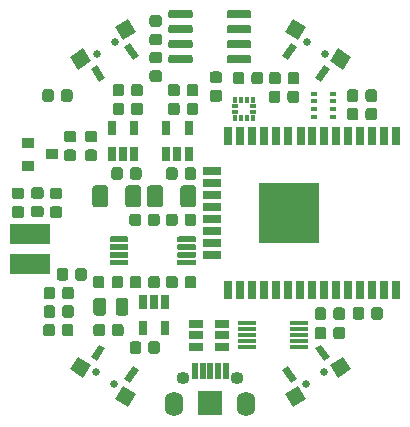
<source format=gbr>
%TF.GenerationSoftware,KiCad,Pcbnew,5.1.5+dfsg1-2~bpo10+1*%
%TF.CreationDate,Date%
%TF.ProjectId,osw-light,6f73772d-6c69-4676-9874-2e6b69636164,1.0*%
%TF.SameCoordinates,Original*%
%TF.FileFunction,Soldermask,Top*%
%TF.FilePolarity,Negative*%
%FSLAX46Y46*%
G04 Gerber Fmt 4.6, Leading zero omitted, Abs format (unit mm)*
G04 Created by KiCad*
%MOMM*%
%LPD*%
G04 APERTURE LIST*
%ADD10O,1.100000X1.100000*%
%ADD11R,0.500000X1.450000*%
%ADD12O,1.600000X2.100000*%
%ADD13R,2.100000X2.100000*%
%ADD14R,3.502000X1.802000*%
%ADD15C,0.652000*%
%ADD16C,0.100000*%
%ADD17R,0.752000X1.162000*%
%ADD18R,1.162000X0.752000*%
%ADD19R,0.452000X0.477000*%
%ADD20R,0.477000X0.452000*%
%ADD21R,0.602000X0.452000*%
%ADD22R,1.502000X0.402000*%
%ADD23R,1.002000X0.902000*%
%ADD24R,1.626000X0.702000*%
%ADD25R,0.702000X1.626000*%
%ADD26R,5.102000X5.102000*%
G04 APERTURE END LIST*
D10*
%TO.C,U5*%
X78486000Y-115570000D03*
X73914000Y-115570000D03*
D11*
X77500000Y-114990500D03*
X76850000Y-114990500D03*
X76200000Y-114990500D03*
X75550000Y-114990500D03*
X74900000Y-114990500D03*
D12*
X79248000Y-117792500D03*
D13*
X76200000Y-117665500D03*
D12*
X73152000Y-117792500D03*
%TD*%
D14*
%TO.C,J1*%
X60960000Y-103327200D03*
X60960000Y-105867200D03*
%TD*%
D15*
%TO.C,SW2*%
X85888834Y-88148769D03*
X84344422Y-87145816D03*
D16*
G36*
X82787661Y-88652519D02*
G01*
X82282781Y-88324646D01*
X82991901Y-87232697D01*
X83496781Y-87560570D01*
X82787661Y-88652519D01*
G37*
G36*
X85597208Y-90477060D02*
G01*
X85092328Y-90149187D01*
X85801448Y-89057238D01*
X86306328Y-89385111D01*
X85597208Y-90477060D01*
G37*
G36*
X83571722Y-86965957D02*
G01*
X82479772Y-86256837D01*
X83188892Y-85164887D01*
X84280842Y-85874007D01*
X83571722Y-86965957D01*
G37*
G36*
X87406123Y-89456046D02*
G01*
X86314173Y-88746926D01*
X87023293Y-87654976D01*
X88115243Y-88364096D01*
X87406123Y-89456046D01*
G37*
%TD*%
D15*
%TO.C,SW1*%
X68108834Y-87111231D03*
X66564422Y-88114184D03*
D16*
G36*
X67307672Y-90149187D02*
G01*
X66802792Y-90477060D01*
X66093672Y-89385111D01*
X66598552Y-89057238D01*
X67307672Y-90149187D01*
G37*
G36*
X70117219Y-88324646D02*
G01*
X69612339Y-88652519D01*
X68903219Y-87560570D01*
X69408099Y-87232697D01*
X70117219Y-88324646D01*
G37*
G36*
X66085827Y-88746926D02*
G01*
X64993877Y-89456046D01*
X64284757Y-88364096D01*
X65376707Y-87654976D01*
X66085827Y-88746926D01*
G37*
G36*
X69920228Y-86256837D02*
G01*
X68828278Y-86965957D01*
X68119158Y-85874007D01*
X69211108Y-85164887D01*
X69920228Y-86256837D01*
G37*
%TD*%
D15*
%TO.C,SW5*%
X66511166Y-115051231D03*
X68055578Y-116054184D03*
D16*
G36*
X69612339Y-114547481D02*
G01*
X70117219Y-114875354D01*
X69408099Y-115967303D01*
X68903219Y-115639430D01*
X69612339Y-114547481D01*
G37*
G36*
X66802792Y-112722940D02*
G01*
X67307672Y-113050813D01*
X66598552Y-114142762D01*
X66093672Y-113814889D01*
X66802792Y-112722940D01*
G37*
G36*
X68828278Y-116234043D02*
G01*
X69920228Y-116943163D01*
X69211108Y-118035113D01*
X68119158Y-117325993D01*
X68828278Y-116234043D01*
G37*
G36*
X64993877Y-113743954D02*
G01*
X66085827Y-114453074D01*
X65376707Y-115545024D01*
X64284757Y-114835904D01*
X64993877Y-113743954D01*
G37*
%TD*%
D15*
%TO.C,SW4*%
X84291166Y-116088769D03*
X85835578Y-115085816D03*
D16*
G36*
X85092328Y-113050813D02*
G01*
X85597208Y-112722940D01*
X86306328Y-113814889D01*
X85801448Y-114142762D01*
X85092328Y-113050813D01*
G37*
G36*
X82282781Y-114875354D02*
G01*
X82787661Y-114547481D01*
X83496781Y-115639430D01*
X82991901Y-115967303D01*
X82282781Y-114875354D01*
G37*
G36*
X86314173Y-114453074D02*
G01*
X87406123Y-113743954D01*
X88115243Y-114835904D01*
X87023293Y-115545024D01*
X86314173Y-114453074D01*
G37*
G36*
X82479772Y-116943163D02*
G01*
X83571722Y-116234043D01*
X84280842Y-117325993D01*
X83188892Y-118035113D01*
X82479772Y-116943163D01*
G37*
%TD*%
%TO.C,R18*%
G36*
X71870191Y-89517676D02*
G01*
X71893901Y-89521193D01*
X71917152Y-89527017D01*
X71939720Y-89535092D01*
X71961389Y-89545341D01*
X71981948Y-89557664D01*
X72001201Y-89571942D01*
X72018961Y-89588039D01*
X72035058Y-89605799D01*
X72049336Y-89625052D01*
X72061659Y-89645611D01*
X72071908Y-89667280D01*
X72079983Y-89689848D01*
X72085807Y-89713099D01*
X72089324Y-89736809D01*
X72090500Y-89760750D01*
X72090500Y-90249250D01*
X72089324Y-90273191D01*
X72085807Y-90296901D01*
X72079983Y-90320152D01*
X72071908Y-90342720D01*
X72061659Y-90364389D01*
X72049336Y-90384948D01*
X72035058Y-90404201D01*
X72018961Y-90421961D01*
X72001201Y-90438058D01*
X71981948Y-90452336D01*
X71961389Y-90464659D01*
X71939720Y-90474908D01*
X71917152Y-90482983D01*
X71893901Y-90488807D01*
X71870191Y-90492324D01*
X71846250Y-90493500D01*
X71282750Y-90493500D01*
X71258809Y-90492324D01*
X71235099Y-90488807D01*
X71211848Y-90482983D01*
X71189280Y-90474908D01*
X71167611Y-90464659D01*
X71147052Y-90452336D01*
X71127799Y-90438058D01*
X71110039Y-90421961D01*
X71093942Y-90404201D01*
X71079664Y-90384948D01*
X71067341Y-90364389D01*
X71057092Y-90342720D01*
X71049017Y-90320152D01*
X71043193Y-90296901D01*
X71039676Y-90273191D01*
X71038500Y-90249250D01*
X71038500Y-89760750D01*
X71039676Y-89736809D01*
X71043193Y-89713099D01*
X71049017Y-89689848D01*
X71057092Y-89667280D01*
X71067341Y-89645611D01*
X71079664Y-89625052D01*
X71093942Y-89605799D01*
X71110039Y-89588039D01*
X71127799Y-89571942D01*
X71147052Y-89557664D01*
X71167611Y-89545341D01*
X71189280Y-89535092D01*
X71211848Y-89527017D01*
X71235099Y-89521193D01*
X71258809Y-89517676D01*
X71282750Y-89516500D01*
X71846250Y-89516500D01*
X71870191Y-89517676D01*
G37*
G36*
X71870191Y-87942676D02*
G01*
X71893901Y-87946193D01*
X71917152Y-87952017D01*
X71939720Y-87960092D01*
X71961389Y-87970341D01*
X71981948Y-87982664D01*
X72001201Y-87996942D01*
X72018961Y-88013039D01*
X72035058Y-88030799D01*
X72049336Y-88050052D01*
X72061659Y-88070611D01*
X72071908Y-88092280D01*
X72079983Y-88114848D01*
X72085807Y-88138099D01*
X72089324Y-88161809D01*
X72090500Y-88185750D01*
X72090500Y-88674250D01*
X72089324Y-88698191D01*
X72085807Y-88721901D01*
X72079983Y-88745152D01*
X72071908Y-88767720D01*
X72061659Y-88789389D01*
X72049336Y-88809948D01*
X72035058Y-88829201D01*
X72018961Y-88846961D01*
X72001201Y-88863058D01*
X71981948Y-88877336D01*
X71961389Y-88889659D01*
X71939720Y-88899908D01*
X71917152Y-88907983D01*
X71893901Y-88913807D01*
X71870191Y-88917324D01*
X71846250Y-88918500D01*
X71282750Y-88918500D01*
X71258809Y-88917324D01*
X71235099Y-88913807D01*
X71211848Y-88907983D01*
X71189280Y-88899908D01*
X71167611Y-88889659D01*
X71147052Y-88877336D01*
X71127799Y-88863058D01*
X71110039Y-88846961D01*
X71093942Y-88829201D01*
X71079664Y-88809948D01*
X71067341Y-88789389D01*
X71057092Y-88767720D01*
X71049017Y-88745152D01*
X71043193Y-88721901D01*
X71039676Y-88698191D01*
X71038500Y-88674250D01*
X71038500Y-88185750D01*
X71039676Y-88161809D01*
X71043193Y-88138099D01*
X71049017Y-88114848D01*
X71057092Y-88092280D01*
X71067341Y-88070611D01*
X71079664Y-88050052D01*
X71093942Y-88030799D01*
X71110039Y-88013039D01*
X71127799Y-87996942D01*
X71147052Y-87982664D01*
X71167611Y-87970341D01*
X71189280Y-87960092D01*
X71211848Y-87952017D01*
X71235099Y-87946193D01*
X71258809Y-87942676D01*
X71282750Y-87941500D01*
X71846250Y-87941500D01*
X71870191Y-87942676D01*
G37*
%TD*%
%TO.C,C11*%
G36*
X71870191Y-84831176D02*
G01*
X71893901Y-84834693D01*
X71917152Y-84840517D01*
X71939720Y-84848592D01*
X71961389Y-84858841D01*
X71981948Y-84871164D01*
X72001201Y-84885442D01*
X72018961Y-84901539D01*
X72035058Y-84919299D01*
X72049336Y-84938552D01*
X72061659Y-84959111D01*
X72071908Y-84980780D01*
X72079983Y-85003348D01*
X72085807Y-85026599D01*
X72089324Y-85050309D01*
X72090500Y-85074250D01*
X72090500Y-85562750D01*
X72089324Y-85586691D01*
X72085807Y-85610401D01*
X72079983Y-85633652D01*
X72071908Y-85656220D01*
X72061659Y-85677889D01*
X72049336Y-85698448D01*
X72035058Y-85717701D01*
X72018961Y-85735461D01*
X72001201Y-85751558D01*
X71981948Y-85765836D01*
X71961389Y-85778159D01*
X71939720Y-85788408D01*
X71917152Y-85796483D01*
X71893901Y-85802307D01*
X71870191Y-85805824D01*
X71846250Y-85807000D01*
X71282750Y-85807000D01*
X71258809Y-85805824D01*
X71235099Y-85802307D01*
X71211848Y-85796483D01*
X71189280Y-85788408D01*
X71167611Y-85778159D01*
X71147052Y-85765836D01*
X71127799Y-85751558D01*
X71110039Y-85735461D01*
X71093942Y-85717701D01*
X71079664Y-85698448D01*
X71067341Y-85677889D01*
X71057092Y-85656220D01*
X71049017Y-85633652D01*
X71043193Y-85610401D01*
X71039676Y-85586691D01*
X71038500Y-85562750D01*
X71038500Y-85074250D01*
X71039676Y-85050309D01*
X71043193Y-85026599D01*
X71049017Y-85003348D01*
X71057092Y-84980780D01*
X71067341Y-84959111D01*
X71079664Y-84938552D01*
X71093942Y-84919299D01*
X71110039Y-84901539D01*
X71127799Y-84885442D01*
X71147052Y-84871164D01*
X71167611Y-84858841D01*
X71189280Y-84848592D01*
X71211848Y-84840517D01*
X71235099Y-84834693D01*
X71258809Y-84831176D01*
X71282750Y-84830000D01*
X71846250Y-84830000D01*
X71870191Y-84831176D01*
G37*
G36*
X71870191Y-86406176D02*
G01*
X71893901Y-86409693D01*
X71917152Y-86415517D01*
X71939720Y-86423592D01*
X71961389Y-86433841D01*
X71981948Y-86446164D01*
X72001201Y-86460442D01*
X72018961Y-86476539D01*
X72035058Y-86494299D01*
X72049336Y-86513552D01*
X72061659Y-86534111D01*
X72071908Y-86555780D01*
X72079983Y-86578348D01*
X72085807Y-86601599D01*
X72089324Y-86625309D01*
X72090500Y-86649250D01*
X72090500Y-87137750D01*
X72089324Y-87161691D01*
X72085807Y-87185401D01*
X72079983Y-87208652D01*
X72071908Y-87231220D01*
X72061659Y-87252889D01*
X72049336Y-87273448D01*
X72035058Y-87292701D01*
X72018961Y-87310461D01*
X72001201Y-87326558D01*
X71981948Y-87340836D01*
X71961389Y-87353159D01*
X71939720Y-87363408D01*
X71917152Y-87371483D01*
X71893901Y-87377307D01*
X71870191Y-87380824D01*
X71846250Y-87382000D01*
X71282750Y-87382000D01*
X71258809Y-87380824D01*
X71235099Y-87377307D01*
X71211848Y-87371483D01*
X71189280Y-87363408D01*
X71167611Y-87353159D01*
X71147052Y-87340836D01*
X71127799Y-87326558D01*
X71110039Y-87310461D01*
X71093942Y-87292701D01*
X71079664Y-87273448D01*
X71067341Y-87252889D01*
X71057092Y-87231220D01*
X71049017Y-87208652D01*
X71043193Y-87185401D01*
X71039676Y-87161691D01*
X71038500Y-87137750D01*
X71038500Y-86649250D01*
X71039676Y-86625309D01*
X71043193Y-86601599D01*
X71049017Y-86578348D01*
X71057092Y-86555780D01*
X71067341Y-86534111D01*
X71079664Y-86513552D01*
X71093942Y-86494299D01*
X71110039Y-86476539D01*
X71127799Y-86460442D01*
X71147052Y-86446164D01*
X71167611Y-86433841D01*
X71189280Y-86423592D01*
X71211848Y-86415517D01*
X71235099Y-86409693D01*
X71258809Y-86406176D01*
X71282750Y-86405000D01*
X71846250Y-86405000D01*
X71870191Y-86406176D01*
G37*
%TD*%
%TO.C,C22*%
G36*
X63424691Y-101011176D02*
G01*
X63448401Y-101014693D01*
X63471652Y-101020517D01*
X63494220Y-101028592D01*
X63515889Y-101038841D01*
X63536448Y-101051164D01*
X63555701Y-101065442D01*
X63573461Y-101081539D01*
X63589558Y-101099299D01*
X63603836Y-101118552D01*
X63616159Y-101139111D01*
X63626408Y-101160780D01*
X63634483Y-101183348D01*
X63640307Y-101206599D01*
X63643824Y-101230309D01*
X63645000Y-101254250D01*
X63645000Y-101742750D01*
X63643824Y-101766691D01*
X63640307Y-101790401D01*
X63634483Y-101813652D01*
X63626408Y-101836220D01*
X63616159Y-101857889D01*
X63603836Y-101878448D01*
X63589558Y-101897701D01*
X63573461Y-101915461D01*
X63555701Y-101931558D01*
X63536448Y-101945836D01*
X63515889Y-101958159D01*
X63494220Y-101968408D01*
X63471652Y-101976483D01*
X63448401Y-101982307D01*
X63424691Y-101985824D01*
X63400750Y-101987000D01*
X62837250Y-101987000D01*
X62813309Y-101985824D01*
X62789599Y-101982307D01*
X62766348Y-101976483D01*
X62743780Y-101968408D01*
X62722111Y-101958159D01*
X62701552Y-101945836D01*
X62682299Y-101931558D01*
X62664539Y-101915461D01*
X62648442Y-101897701D01*
X62634164Y-101878448D01*
X62621841Y-101857889D01*
X62611592Y-101836220D01*
X62603517Y-101813652D01*
X62597693Y-101790401D01*
X62594176Y-101766691D01*
X62593000Y-101742750D01*
X62593000Y-101254250D01*
X62594176Y-101230309D01*
X62597693Y-101206599D01*
X62603517Y-101183348D01*
X62611592Y-101160780D01*
X62621841Y-101139111D01*
X62634164Y-101118552D01*
X62648442Y-101099299D01*
X62664539Y-101081539D01*
X62682299Y-101065442D01*
X62701552Y-101051164D01*
X62722111Y-101038841D01*
X62743780Y-101028592D01*
X62766348Y-101020517D01*
X62789599Y-101014693D01*
X62813309Y-101011176D01*
X62837250Y-101010000D01*
X63400750Y-101010000D01*
X63424691Y-101011176D01*
G37*
G36*
X63424691Y-99436176D02*
G01*
X63448401Y-99439693D01*
X63471652Y-99445517D01*
X63494220Y-99453592D01*
X63515889Y-99463841D01*
X63536448Y-99476164D01*
X63555701Y-99490442D01*
X63573461Y-99506539D01*
X63589558Y-99524299D01*
X63603836Y-99543552D01*
X63616159Y-99564111D01*
X63626408Y-99585780D01*
X63634483Y-99608348D01*
X63640307Y-99631599D01*
X63643824Y-99655309D01*
X63645000Y-99679250D01*
X63645000Y-100167750D01*
X63643824Y-100191691D01*
X63640307Y-100215401D01*
X63634483Y-100238652D01*
X63626408Y-100261220D01*
X63616159Y-100282889D01*
X63603836Y-100303448D01*
X63589558Y-100322701D01*
X63573461Y-100340461D01*
X63555701Y-100356558D01*
X63536448Y-100370836D01*
X63515889Y-100383159D01*
X63494220Y-100393408D01*
X63471652Y-100401483D01*
X63448401Y-100407307D01*
X63424691Y-100410824D01*
X63400750Y-100412000D01*
X62837250Y-100412000D01*
X62813309Y-100410824D01*
X62789599Y-100407307D01*
X62766348Y-100401483D01*
X62743780Y-100393408D01*
X62722111Y-100383159D01*
X62701552Y-100370836D01*
X62682299Y-100356558D01*
X62664539Y-100340461D01*
X62648442Y-100322701D01*
X62634164Y-100303448D01*
X62621841Y-100282889D01*
X62611592Y-100261220D01*
X62603517Y-100238652D01*
X62597693Y-100215401D01*
X62594176Y-100191691D01*
X62593000Y-100167750D01*
X62593000Y-99679250D01*
X62594176Y-99655309D01*
X62597693Y-99631599D01*
X62603517Y-99608348D01*
X62611592Y-99585780D01*
X62621841Y-99564111D01*
X62634164Y-99543552D01*
X62648442Y-99524299D01*
X62664539Y-99506539D01*
X62682299Y-99490442D01*
X62701552Y-99476164D01*
X62722111Y-99463841D01*
X62743780Y-99453592D01*
X62766348Y-99445517D01*
X62789599Y-99439693D01*
X62813309Y-99436176D01*
X62837250Y-99435000D01*
X63400750Y-99435000D01*
X63424691Y-99436176D01*
G37*
%TD*%
D17*
%TO.C,U13*%
X67833200Y-94404000D03*
X69733200Y-94404000D03*
X69733200Y-96604000D03*
X68783200Y-96604000D03*
X67833200Y-96604000D03*
%TD*%
D18*
%TO.C,U12*%
X74973000Y-111950500D03*
X74973000Y-112900500D03*
X74973000Y-111000500D03*
X77173000Y-111000500D03*
X77173000Y-111950500D03*
X77173000Y-112900500D03*
%TD*%
D17*
%TO.C,U10*%
X72456000Y-94404000D03*
X74356000Y-94404000D03*
X74356000Y-96604000D03*
X73406000Y-96604000D03*
X72456000Y-96604000D03*
%TD*%
D16*
%TO.C,R22*%
G36*
X60198891Y-99436176D02*
G01*
X60222601Y-99439693D01*
X60245852Y-99445517D01*
X60268420Y-99453592D01*
X60290089Y-99463841D01*
X60310648Y-99476164D01*
X60329901Y-99490442D01*
X60347661Y-99506539D01*
X60363758Y-99524299D01*
X60378036Y-99543552D01*
X60390359Y-99564111D01*
X60400608Y-99585780D01*
X60408683Y-99608348D01*
X60414507Y-99631599D01*
X60418024Y-99655309D01*
X60419200Y-99679250D01*
X60419200Y-100167750D01*
X60418024Y-100191691D01*
X60414507Y-100215401D01*
X60408683Y-100238652D01*
X60400608Y-100261220D01*
X60390359Y-100282889D01*
X60378036Y-100303448D01*
X60363758Y-100322701D01*
X60347661Y-100340461D01*
X60329901Y-100356558D01*
X60310648Y-100370836D01*
X60290089Y-100383159D01*
X60268420Y-100393408D01*
X60245852Y-100401483D01*
X60222601Y-100407307D01*
X60198891Y-100410824D01*
X60174950Y-100412000D01*
X59611450Y-100412000D01*
X59587509Y-100410824D01*
X59563799Y-100407307D01*
X59540548Y-100401483D01*
X59517980Y-100393408D01*
X59496311Y-100383159D01*
X59475752Y-100370836D01*
X59456499Y-100356558D01*
X59438739Y-100340461D01*
X59422642Y-100322701D01*
X59408364Y-100303448D01*
X59396041Y-100282889D01*
X59385792Y-100261220D01*
X59377717Y-100238652D01*
X59371893Y-100215401D01*
X59368376Y-100191691D01*
X59367200Y-100167750D01*
X59367200Y-99679250D01*
X59368376Y-99655309D01*
X59371893Y-99631599D01*
X59377717Y-99608348D01*
X59385792Y-99585780D01*
X59396041Y-99564111D01*
X59408364Y-99543552D01*
X59422642Y-99524299D01*
X59438739Y-99506539D01*
X59456499Y-99490442D01*
X59475752Y-99476164D01*
X59496311Y-99463841D01*
X59517980Y-99453592D01*
X59540548Y-99445517D01*
X59563799Y-99439693D01*
X59587509Y-99436176D01*
X59611450Y-99435000D01*
X60174950Y-99435000D01*
X60198891Y-99436176D01*
G37*
G36*
X60198891Y-101011176D02*
G01*
X60222601Y-101014693D01*
X60245852Y-101020517D01*
X60268420Y-101028592D01*
X60290089Y-101038841D01*
X60310648Y-101051164D01*
X60329901Y-101065442D01*
X60347661Y-101081539D01*
X60363758Y-101099299D01*
X60378036Y-101118552D01*
X60390359Y-101139111D01*
X60400608Y-101160780D01*
X60408683Y-101183348D01*
X60414507Y-101206599D01*
X60418024Y-101230309D01*
X60419200Y-101254250D01*
X60419200Y-101742750D01*
X60418024Y-101766691D01*
X60414507Y-101790401D01*
X60408683Y-101813652D01*
X60400608Y-101836220D01*
X60390359Y-101857889D01*
X60378036Y-101878448D01*
X60363758Y-101897701D01*
X60347661Y-101915461D01*
X60329901Y-101931558D01*
X60310648Y-101945836D01*
X60290089Y-101958159D01*
X60268420Y-101968408D01*
X60245852Y-101976483D01*
X60222601Y-101982307D01*
X60198891Y-101985824D01*
X60174950Y-101987000D01*
X59611450Y-101987000D01*
X59587509Y-101985824D01*
X59563799Y-101982307D01*
X59540548Y-101976483D01*
X59517980Y-101968408D01*
X59496311Y-101958159D01*
X59475752Y-101945836D01*
X59456499Y-101931558D01*
X59438739Y-101915461D01*
X59422642Y-101897701D01*
X59408364Y-101878448D01*
X59396041Y-101857889D01*
X59385792Y-101836220D01*
X59377717Y-101813652D01*
X59371893Y-101790401D01*
X59368376Y-101766691D01*
X59367200Y-101742750D01*
X59367200Y-101254250D01*
X59368376Y-101230309D01*
X59371893Y-101206599D01*
X59377717Y-101183348D01*
X59385792Y-101160780D01*
X59396041Y-101139111D01*
X59408364Y-101118552D01*
X59422642Y-101099299D01*
X59438739Y-101081539D01*
X59456499Y-101065442D01*
X59475752Y-101051164D01*
X59496311Y-101038841D01*
X59517980Y-101028592D01*
X59540548Y-101020517D01*
X59563799Y-101014693D01*
X59587509Y-101011176D01*
X59611450Y-101010000D01*
X60174950Y-101010000D01*
X60198891Y-101011176D01*
G37*
%TD*%
%TO.C,R21*%
G36*
X61849891Y-100985676D02*
G01*
X61873601Y-100989193D01*
X61896852Y-100995017D01*
X61919420Y-101003092D01*
X61941089Y-101013341D01*
X61961648Y-101025664D01*
X61980901Y-101039942D01*
X61998661Y-101056039D01*
X62014758Y-101073799D01*
X62029036Y-101093052D01*
X62041359Y-101113611D01*
X62051608Y-101135280D01*
X62059683Y-101157848D01*
X62065507Y-101181099D01*
X62069024Y-101204809D01*
X62070200Y-101228750D01*
X62070200Y-101717250D01*
X62069024Y-101741191D01*
X62065507Y-101764901D01*
X62059683Y-101788152D01*
X62051608Y-101810720D01*
X62041359Y-101832389D01*
X62029036Y-101852948D01*
X62014758Y-101872201D01*
X61998661Y-101889961D01*
X61980901Y-101906058D01*
X61961648Y-101920336D01*
X61941089Y-101932659D01*
X61919420Y-101942908D01*
X61896852Y-101950983D01*
X61873601Y-101956807D01*
X61849891Y-101960324D01*
X61825950Y-101961500D01*
X61262450Y-101961500D01*
X61238509Y-101960324D01*
X61214799Y-101956807D01*
X61191548Y-101950983D01*
X61168980Y-101942908D01*
X61147311Y-101932659D01*
X61126752Y-101920336D01*
X61107499Y-101906058D01*
X61089739Y-101889961D01*
X61073642Y-101872201D01*
X61059364Y-101852948D01*
X61047041Y-101832389D01*
X61036792Y-101810720D01*
X61028717Y-101788152D01*
X61022893Y-101764901D01*
X61019376Y-101741191D01*
X61018200Y-101717250D01*
X61018200Y-101228750D01*
X61019376Y-101204809D01*
X61022893Y-101181099D01*
X61028717Y-101157848D01*
X61036792Y-101135280D01*
X61047041Y-101113611D01*
X61059364Y-101093052D01*
X61073642Y-101073799D01*
X61089739Y-101056039D01*
X61107499Y-101039942D01*
X61126752Y-101025664D01*
X61147311Y-101013341D01*
X61168980Y-101003092D01*
X61191548Y-100995017D01*
X61214799Y-100989193D01*
X61238509Y-100985676D01*
X61262450Y-100984500D01*
X61825950Y-100984500D01*
X61849891Y-100985676D01*
G37*
G36*
X61849891Y-99410676D02*
G01*
X61873601Y-99414193D01*
X61896852Y-99420017D01*
X61919420Y-99428092D01*
X61941089Y-99438341D01*
X61961648Y-99450664D01*
X61980901Y-99464942D01*
X61998661Y-99481039D01*
X62014758Y-99498799D01*
X62029036Y-99518052D01*
X62041359Y-99538611D01*
X62051608Y-99560280D01*
X62059683Y-99582848D01*
X62065507Y-99606099D01*
X62069024Y-99629809D01*
X62070200Y-99653750D01*
X62070200Y-100142250D01*
X62069024Y-100166191D01*
X62065507Y-100189901D01*
X62059683Y-100213152D01*
X62051608Y-100235720D01*
X62041359Y-100257389D01*
X62029036Y-100277948D01*
X62014758Y-100297201D01*
X61998661Y-100314961D01*
X61980901Y-100331058D01*
X61961648Y-100345336D01*
X61941089Y-100357659D01*
X61919420Y-100367908D01*
X61896852Y-100375983D01*
X61873601Y-100381807D01*
X61849891Y-100385324D01*
X61825950Y-100386500D01*
X61262450Y-100386500D01*
X61238509Y-100385324D01*
X61214799Y-100381807D01*
X61191548Y-100375983D01*
X61168980Y-100367908D01*
X61147311Y-100357659D01*
X61126752Y-100345336D01*
X61107499Y-100331058D01*
X61089739Y-100314961D01*
X61073642Y-100297201D01*
X61059364Y-100277948D01*
X61047041Y-100257389D01*
X61036792Y-100235720D01*
X61028717Y-100213152D01*
X61022893Y-100189901D01*
X61019376Y-100166191D01*
X61018200Y-100142250D01*
X61018200Y-99653750D01*
X61019376Y-99629809D01*
X61022893Y-99606099D01*
X61028717Y-99582848D01*
X61036792Y-99560280D01*
X61047041Y-99538611D01*
X61059364Y-99518052D01*
X61073642Y-99498799D01*
X61089739Y-99481039D01*
X61107499Y-99464942D01*
X61126752Y-99450664D01*
X61147311Y-99438341D01*
X61168980Y-99428092D01*
X61191548Y-99420017D01*
X61214799Y-99414193D01*
X61238509Y-99410676D01*
X61262450Y-99409500D01*
X61825950Y-99409500D01*
X61849891Y-99410676D01*
G37*
%TD*%
%TO.C,R20*%
G36*
X66396491Y-94635576D02*
G01*
X66420201Y-94639093D01*
X66443452Y-94644917D01*
X66466020Y-94652992D01*
X66487689Y-94663241D01*
X66508248Y-94675564D01*
X66527501Y-94689842D01*
X66545261Y-94705939D01*
X66561358Y-94723699D01*
X66575636Y-94742952D01*
X66587959Y-94763511D01*
X66598208Y-94785180D01*
X66606283Y-94807748D01*
X66612107Y-94830999D01*
X66615624Y-94854709D01*
X66616800Y-94878650D01*
X66616800Y-95367150D01*
X66615624Y-95391091D01*
X66612107Y-95414801D01*
X66606283Y-95438052D01*
X66598208Y-95460620D01*
X66587959Y-95482289D01*
X66575636Y-95502848D01*
X66561358Y-95522101D01*
X66545261Y-95539861D01*
X66527501Y-95555958D01*
X66508248Y-95570236D01*
X66487689Y-95582559D01*
X66466020Y-95592808D01*
X66443452Y-95600883D01*
X66420201Y-95606707D01*
X66396491Y-95610224D01*
X66372550Y-95611400D01*
X65809050Y-95611400D01*
X65785109Y-95610224D01*
X65761399Y-95606707D01*
X65738148Y-95600883D01*
X65715580Y-95592808D01*
X65693911Y-95582559D01*
X65673352Y-95570236D01*
X65654099Y-95555958D01*
X65636339Y-95539861D01*
X65620242Y-95522101D01*
X65605964Y-95502848D01*
X65593641Y-95482289D01*
X65583392Y-95460620D01*
X65575317Y-95438052D01*
X65569493Y-95414801D01*
X65565976Y-95391091D01*
X65564800Y-95367150D01*
X65564800Y-94878650D01*
X65565976Y-94854709D01*
X65569493Y-94830999D01*
X65575317Y-94807748D01*
X65583392Y-94785180D01*
X65593641Y-94763511D01*
X65605964Y-94742952D01*
X65620242Y-94723699D01*
X65636339Y-94705939D01*
X65654099Y-94689842D01*
X65673352Y-94675564D01*
X65693911Y-94663241D01*
X65715580Y-94652992D01*
X65738148Y-94644917D01*
X65761399Y-94639093D01*
X65785109Y-94635576D01*
X65809050Y-94634400D01*
X66372550Y-94634400D01*
X66396491Y-94635576D01*
G37*
G36*
X66396491Y-96210576D02*
G01*
X66420201Y-96214093D01*
X66443452Y-96219917D01*
X66466020Y-96227992D01*
X66487689Y-96238241D01*
X66508248Y-96250564D01*
X66527501Y-96264842D01*
X66545261Y-96280939D01*
X66561358Y-96298699D01*
X66575636Y-96317952D01*
X66587959Y-96338511D01*
X66598208Y-96360180D01*
X66606283Y-96382748D01*
X66612107Y-96405999D01*
X66615624Y-96429709D01*
X66616800Y-96453650D01*
X66616800Y-96942150D01*
X66615624Y-96966091D01*
X66612107Y-96989801D01*
X66606283Y-97013052D01*
X66598208Y-97035620D01*
X66587959Y-97057289D01*
X66575636Y-97077848D01*
X66561358Y-97097101D01*
X66545261Y-97114861D01*
X66527501Y-97130958D01*
X66508248Y-97145236D01*
X66487689Y-97157559D01*
X66466020Y-97167808D01*
X66443452Y-97175883D01*
X66420201Y-97181707D01*
X66396491Y-97185224D01*
X66372550Y-97186400D01*
X65809050Y-97186400D01*
X65785109Y-97185224D01*
X65761399Y-97181707D01*
X65738148Y-97175883D01*
X65715580Y-97167808D01*
X65693911Y-97157559D01*
X65673352Y-97145236D01*
X65654099Y-97130958D01*
X65636339Y-97114861D01*
X65620242Y-97097101D01*
X65605964Y-97077848D01*
X65593641Y-97057289D01*
X65583392Y-97035620D01*
X65575317Y-97013052D01*
X65569493Y-96989801D01*
X65565976Y-96966091D01*
X65564800Y-96942150D01*
X65564800Y-96453650D01*
X65565976Y-96429709D01*
X65569493Y-96405999D01*
X65575317Y-96382748D01*
X65583392Y-96360180D01*
X65593641Y-96338511D01*
X65605964Y-96317952D01*
X65620242Y-96298699D01*
X65636339Y-96280939D01*
X65654099Y-96264842D01*
X65673352Y-96250564D01*
X65693911Y-96238241D01*
X65715580Y-96227992D01*
X65738148Y-96219917D01*
X65761399Y-96214093D01*
X65785109Y-96210576D01*
X65809050Y-96209400D01*
X66372550Y-96209400D01*
X66396491Y-96210576D01*
G37*
%TD*%
%TO.C,C19*%
G36*
X70245191Y-90661176D02*
G01*
X70268901Y-90664693D01*
X70292152Y-90670517D01*
X70314720Y-90678592D01*
X70336389Y-90688841D01*
X70356948Y-90701164D01*
X70376201Y-90715442D01*
X70393961Y-90731539D01*
X70410058Y-90749299D01*
X70424336Y-90768552D01*
X70436659Y-90789111D01*
X70446908Y-90810780D01*
X70454983Y-90833348D01*
X70460807Y-90856599D01*
X70464324Y-90880309D01*
X70465500Y-90904250D01*
X70465500Y-91467750D01*
X70464324Y-91491691D01*
X70460807Y-91515401D01*
X70454983Y-91538652D01*
X70446908Y-91561220D01*
X70436659Y-91582889D01*
X70424336Y-91603448D01*
X70410058Y-91622701D01*
X70393961Y-91640461D01*
X70376201Y-91656558D01*
X70356948Y-91670836D01*
X70336389Y-91683159D01*
X70314720Y-91693408D01*
X70292152Y-91701483D01*
X70268901Y-91707307D01*
X70245191Y-91710824D01*
X70221250Y-91712000D01*
X69732750Y-91712000D01*
X69708809Y-91710824D01*
X69685099Y-91707307D01*
X69661848Y-91701483D01*
X69639280Y-91693408D01*
X69617611Y-91683159D01*
X69597052Y-91670836D01*
X69577799Y-91656558D01*
X69560039Y-91640461D01*
X69543942Y-91622701D01*
X69529664Y-91603448D01*
X69517341Y-91582889D01*
X69507092Y-91561220D01*
X69499017Y-91538652D01*
X69493193Y-91515401D01*
X69489676Y-91491691D01*
X69488500Y-91467750D01*
X69488500Y-90904250D01*
X69489676Y-90880309D01*
X69493193Y-90856599D01*
X69499017Y-90833348D01*
X69507092Y-90810780D01*
X69517341Y-90789111D01*
X69529664Y-90768552D01*
X69543942Y-90749299D01*
X69560039Y-90731539D01*
X69577799Y-90715442D01*
X69597052Y-90701164D01*
X69617611Y-90688841D01*
X69639280Y-90678592D01*
X69661848Y-90670517D01*
X69685099Y-90664693D01*
X69708809Y-90661176D01*
X69732750Y-90660000D01*
X70221250Y-90660000D01*
X70245191Y-90661176D01*
G37*
G36*
X68670191Y-90661176D02*
G01*
X68693901Y-90664693D01*
X68717152Y-90670517D01*
X68739720Y-90678592D01*
X68761389Y-90688841D01*
X68781948Y-90701164D01*
X68801201Y-90715442D01*
X68818961Y-90731539D01*
X68835058Y-90749299D01*
X68849336Y-90768552D01*
X68861659Y-90789111D01*
X68871908Y-90810780D01*
X68879983Y-90833348D01*
X68885807Y-90856599D01*
X68889324Y-90880309D01*
X68890500Y-90904250D01*
X68890500Y-91467750D01*
X68889324Y-91491691D01*
X68885807Y-91515401D01*
X68879983Y-91538652D01*
X68871908Y-91561220D01*
X68861659Y-91582889D01*
X68849336Y-91603448D01*
X68835058Y-91622701D01*
X68818961Y-91640461D01*
X68801201Y-91656558D01*
X68781948Y-91670836D01*
X68761389Y-91683159D01*
X68739720Y-91693408D01*
X68717152Y-91701483D01*
X68693901Y-91707307D01*
X68670191Y-91710824D01*
X68646250Y-91712000D01*
X68157750Y-91712000D01*
X68133809Y-91710824D01*
X68110099Y-91707307D01*
X68086848Y-91701483D01*
X68064280Y-91693408D01*
X68042611Y-91683159D01*
X68022052Y-91670836D01*
X68002799Y-91656558D01*
X67985039Y-91640461D01*
X67968942Y-91622701D01*
X67954664Y-91603448D01*
X67942341Y-91582889D01*
X67932092Y-91561220D01*
X67924017Y-91538652D01*
X67918193Y-91515401D01*
X67914676Y-91491691D01*
X67913500Y-91467750D01*
X67913500Y-90904250D01*
X67914676Y-90880309D01*
X67918193Y-90856599D01*
X67924017Y-90833348D01*
X67932092Y-90810780D01*
X67942341Y-90789111D01*
X67954664Y-90768552D01*
X67968942Y-90749299D01*
X67985039Y-90731539D01*
X68002799Y-90715442D01*
X68022052Y-90701164D01*
X68042611Y-90688841D01*
X68064280Y-90678592D01*
X68086848Y-90670517D01*
X68110099Y-90664693D01*
X68133809Y-90661176D01*
X68157750Y-90660000D01*
X68646250Y-90660000D01*
X68670191Y-90661176D01*
G37*
%TD*%
%TO.C,C18*%
G36*
X74944291Y-90661176D02*
G01*
X74968001Y-90664693D01*
X74991252Y-90670517D01*
X75013820Y-90678592D01*
X75035489Y-90688841D01*
X75056048Y-90701164D01*
X75075301Y-90715442D01*
X75093061Y-90731539D01*
X75109158Y-90749299D01*
X75123436Y-90768552D01*
X75135759Y-90789111D01*
X75146008Y-90810780D01*
X75154083Y-90833348D01*
X75159907Y-90856599D01*
X75163424Y-90880309D01*
X75164600Y-90904250D01*
X75164600Y-91467750D01*
X75163424Y-91491691D01*
X75159907Y-91515401D01*
X75154083Y-91538652D01*
X75146008Y-91561220D01*
X75135759Y-91582889D01*
X75123436Y-91603448D01*
X75109158Y-91622701D01*
X75093061Y-91640461D01*
X75075301Y-91656558D01*
X75056048Y-91670836D01*
X75035489Y-91683159D01*
X75013820Y-91693408D01*
X74991252Y-91701483D01*
X74968001Y-91707307D01*
X74944291Y-91710824D01*
X74920350Y-91712000D01*
X74431850Y-91712000D01*
X74407909Y-91710824D01*
X74384199Y-91707307D01*
X74360948Y-91701483D01*
X74338380Y-91693408D01*
X74316711Y-91683159D01*
X74296152Y-91670836D01*
X74276899Y-91656558D01*
X74259139Y-91640461D01*
X74243042Y-91622701D01*
X74228764Y-91603448D01*
X74216441Y-91582889D01*
X74206192Y-91561220D01*
X74198117Y-91538652D01*
X74192293Y-91515401D01*
X74188776Y-91491691D01*
X74187600Y-91467750D01*
X74187600Y-90904250D01*
X74188776Y-90880309D01*
X74192293Y-90856599D01*
X74198117Y-90833348D01*
X74206192Y-90810780D01*
X74216441Y-90789111D01*
X74228764Y-90768552D01*
X74243042Y-90749299D01*
X74259139Y-90731539D01*
X74276899Y-90715442D01*
X74296152Y-90701164D01*
X74316711Y-90688841D01*
X74338380Y-90678592D01*
X74360948Y-90670517D01*
X74384199Y-90664693D01*
X74407909Y-90661176D01*
X74431850Y-90660000D01*
X74920350Y-90660000D01*
X74944291Y-90661176D01*
G37*
G36*
X73369291Y-90661176D02*
G01*
X73393001Y-90664693D01*
X73416252Y-90670517D01*
X73438820Y-90678592D01*
X73460489Y-90688841D01*
X73481048Y-90701164D01*
X73500301Y-90715442D01*
X73518061Y-90731539D01*
X73534158Y-90749299D01*
X73548436Y-90768552D01*
X73560759Y-90789111D01*
X73571008Y-90810780D01*
X73579083Y-90833348D01*
X73584907Y-90856599D01*
X73588424Y-90880309D01*
X73589600Y-90904250D01*
X73589600Y-91467750D01*
X73588424Y-91491691D01*
X73584907Y-91515401D01*
X73579083Y-91538652D01*
X73571008Y-91561220D01*
X73560759Y-91582889D01*
X73548436Y-91603448D01*
X73534158Y-91622701D01*
X73518061Y-91640461D01*
X73500301Y-91656558D01*
X73481048Y-91670836D01*
X73460489Y-91683159D01*
X73438820Y-91693408D01*
X73416252Y-91701483D01*
X73393001Y-91707307D01*
X73369291Y-91710824D01*
X73345350Y-91712000D01*
X72856850Y-91712000D01*
X72832909Y-91710824D01*
X72809199Y-91707307D01*
X72785948Y-91701483D01*
X72763380Y-91693408D01*
X72741711Y-91683159D01*
X72721152Y-91670836D01*
X72701899Y-91656558D01*
X72684139Y-91640461D01*
X72668042Y-91622701D01*
X72653764Y-91603448D01*
X72641441Y-91582889D01*
X72631192Y-91561220D01*
X72623117Y-91538652D01*
X72617293Y-91515401D01*
X72613776Y-91491691D01*
X72612600Y-91467750D01*
X72612600Y-90904250D01*
X72613776Y-90880309D01*
X72617293Y-90856599D01*
X72623117Y-90833348D01*
X72631192Y-90810780D01*
X72641441Y-90789111D01*
X72653764Y-90768552D01*
X72668042Y-90749299D01*
X72684139Y-90731539D01*
X72701899Y-90715442D01*
X72721152Y-90701164D01*
X72741711Y-90688841D01*
X72763380Y-90678592D01*
X72785948Y-90670517D01*
X72809199Y-90664693D01*
X72832909Y-90661176D01*
X72856850Y-90660000D01*
X73345350Y-90660000D01*
X73369291Y-90661176D01*
G37*
%TD*%
%TO.C,C17*%
G36*
X70245191Y-92248676D02*
G01*
X70268901Y-92252193D01*
X70292152Y-92258017D01*
X70314720Y-92266092D01*
X70336389Y-92276341D01*
X70356948Y-92288664D01*
X70376201Y-92302942D01*
X70393961Y-92319039D01*
X70410058Y-92336799D01*
X70424336Y-92356052D01*
X70436659Y-92376611D01*
X70446908Y-92398280D01*
X70454983Y-92420848D01*
X70460807Y-92444099D01*
X70464324Y-92467809D01*
X70465500Y-92491750D01*
X70465500Y-93055250D01*
X70464324Y-93079191D01*
X70460807Y-93102901D01*
X70454983Y-93126152D01*
X70446908Y-93148720D01*
X70436659Y-93170389D01*
X70424336Y-93190948D01*
X70410058Y-93210201D01*
X70393961Y-93227961D01*
X70376201Y-93244058D01*
X70356948Y-93258336D01*
X70336389Y-93270659D01*
X70314720Y-93280908D01*
X70292152Y-93288983D01*
X70268901Y-93294807D01*
X70245191Y-93298324D01*
X70221250Y-93299500D01*
X69732750Y-93299500D01*
X69708809Y-93298324D01*
X69685099Y-93294807D01*
X69661848Y-93288983D01*
X69639280Y-93280908D01*
X69617611Y-93270659D01*
X69597052Y-93258336D01*
X69577799Y-93244058D01*
X69560039Y-93227961D01*
X69543942Y-93210201D01*
X69529664Y-93190948D01*
X69517341Y-93170389D01*
X69507092Y-93148720D01*
X69499017Y-93126152D01*
X69493193Y-93102901D01*
X69489676Y-93079191D01*
X69488500Y-93055250D01*
X69488500Y-92491750D01*
X69489676Y-92467809D01*
X69493193Y-92444099D01*
X69499017Y-92420848D01*
X69507092Y-92398280D01*
X69517341Y-92376611D01*
X69529664Y-92356052D01*
X69543942Y-92336799D01*
X69560039Y-92319039D01*
X69577799Y-92302942D01*
X69597052Y-92288664D01*
X69617611Y-92276341D01*
X69639280Y-92266092D01*
X69661848Y-92258017D01*
X69685099Y-92252193D01*
X69708809Y-92248676D01*
X69732750Y-92247500D01*
X70221250Y-92247500D01*
X70245191Y-92248676D01*
G37*
G36*
X68670191Y-92248676D02*
G01*
X68693901Y-92252193D01*
X68717152Y-92258017D01*
X68739720Y-92266092D01*
X68761389Y-92276341D01*
X68781948Y-92288664D01*
X68801201Y-92302942D01*
X68818961Y-92319039D01*
X68835058Y-92336799D01*
X68849336Y-92356052D01*
X68861659Y-92376611D01*
X68871908Y-92398280D01*
X68879983Y-92420848D01*
X68885807Y-92444099D01*
X68889324Y-92467809D01*
X68890500Y-92491750D01*
X68890500Y-93055250D01*
X68889324Y-93079191D01*
X68885807Y-93102901D01*
X68879983Y-93126152D01*
X68871908Y-93148720D01*
X68861659Y-93170389D01*
X68849336Y-93190948D01*
X68835058Y-93210201D01*
X68818961Y-93227961D01*
X68801201Y-93244058D01*
X68781948Y-93258336D01*
X68761389Y-93270659D01*
X68739720Y-93280908D01*
X68717152Y-93288983D01*
X68693901Y-93294807D01*
X68670191Y-93298324D01*
X68646250Y-93299500D01*
X68157750Y-93299500D01*
X68133809Y-93298324D01*
X68110099Y-93294807D01*
X68086848Y-93288983D01*
X68064280Y-93280908D01*
X68042611Y-93270659D01*
X68022052Y-93258336D01*
X68002799Y-93244058D01*
X67985039Y-93227961D01*
X67968942Y-93210201D01*
X67954664Y-93190948D01*
X67942341Y-93170389D01*
X67932092Y-93148720D01*
X67924017Y-93126152D01*
X67918193Y-93102901D01*
X67914676Y-93079191D01*
X67913500Y-93055250D01*
X67913500Y-92491750D01*
X67914676Y-92467809D01*
X67918193Y-92444099D01*
X67924017Y-92420848D01*
X67932092Y-92398280D01*
X67942341Y-92376611D01*
X67954664Y-92356052D01*
X67968942Y-92336799D01*
X67985039Y-92319039D01*
X68002799Y-92302942D01*
X68022052Y-92288664D01*
X68042611Y-92276341D01*
X68064280Y-92266092D01*
X68086848Y-92258017D01*
X68110099Y-92252193D01*
X68133809Y-92248676D01*
X68157750Y-92247500D01*
X68646250Y-92247500D01*
X68670191Y-92248676D01*
G37*
%TD*%
%TO.C,C16*%
G36*
X74944291Y-92248676D02*
G01*
X74968001Y-92252193D01*
X74991252Y-92258017D01*
X75013820Y-92266092D01*
X75035489Y-92276341D01*
X75056048Y-92288664D01*
X75075301Y-92302942D01*
X75093061Y-92319039D01*
X75109158Y-92336799D01*
X75123436Y-92356052D01*
X75135759Y-92376611D01*
X75146008Y-92398280D01*
X75154083Y-92420848D01*
X75159907Y-92444099D01*
X75163424Y-92467809D01*
X75164600Y-92491750D01*
X75164600Y-93055250D01*
X75163424Y-93079191D01*
X75159907Y-93102901D01*
X75154083Y-93126152D01*
X75146008Y-93148720D01*
X75135759Y-93170389D01*
X75123436Y-93190948D01*
X75109158Y-93210201D01*
X75093061Y-93227961D01*
X75075301Y-93244058D01*
X75056048Y-93258336D01*
X75035489Y-93270659D01*
X75013820Y-93280908D01*
X74991252Y-93288983D01*
X74968001Y-93294807D01*
X74944291Y-93298324D01*
X74920350Y-93299500D01*
X74431850Y-93299500D01*
X74407909Y-93298324D01*
X74384199Y-93294807D01*
X74360948Y-93288983D01*
X74338380Y-93280908D01*
X74316711Y-93270659D01*
X74296152Y-93258336D01*
X74276899Y-93244058D01*
X74259139Y-93227961D01*
X74243042Y-93210201D01*
X74228764Y-93190948D01*
X74216441Y-93170389D01*
X74206192Y-93148720D01*
X74198117Y-93126152D01*
X74192293Y-93102901D01*
X74188776Y-93079191D01*
X74187600Y-93055250D01*
X74187600Y-92491750D01*
X74188776Y-92467809D01*
X74192293Y-92444099D01*
X74198117Y-92420848D01*
X74206192Y-92398280D01*
X74216441Y-92376611D01*
X74228764Y-92356052D01*
X74243042Y-92336799D01*
X74259139Y-92319039D01*
X74276899Y-92302942D01*
X74296152Y-92288664D01*
X74316711Y-92276341D01*
X74338380Y-92266092D01*
X74360948Y-92258017D01*
X74384199Y-92252193D01*
X74407909Y-92248676D01*
X74431850Y-92247500D01*
X74920350Y-92247500D01*
X74944291Y-92248676D01*
G37*
G36*
X73369291Y-92248676D02*
G01*
X73393001Y-92252193D01*
X73416252Y-92258017D01*
X73438820Y-92266092D01*
X73460489Y-92276341D01*
X73481048Y-92288664D01*
X73500301Y-92302942D01*
X73518061Y-92319039D01*
X73534158Y-92336799D01*
X73548436Y-92356052D01*
X73560759Y-92376611D01*
X73571008Y-92398280D01*
X73579083Y-92420848D01*
X73584907Y-92444099D01*
X73588424Y-92467809D01*
X73589600Y-92491750D01*
X73589600Y-93055250D01*
X73588424Y-93079191D01*
X73584907Y-93102901D01*
X73579083Y-93126152D01*
X73571008Y-93148720D01*
X73560759Y-93170389D01*
X73548436Y-93190948D01*
X73534158Y-93210201D01*
X73518061Y-93227961D01*
X73500301Y-93244058D01*
X73481048Y-93258336D01*
X73460489Y-93270659D01*
X73438820Y-93280908D01*
X73416252Y-93288983D01*
X73393001Y-93294807D01*
X73369291Y-93298324D01*
X73345350Y-93299500D01*
X72856850Y-93299500D01*
X72832909Y-93298324D01*
X72809199Y-93294807D01*
X72785948Y-93288983D01*
X72763380Y-93280908D01*
X72741711Y-93270659D01*
X72721152Y-93258336D01*
X72701899Y-93244058D01*
X72684139Y-93227961D01*
X72668042Y-93210201D01*
X72653764Y-93190948D01*
X72641441Y-93170389D01*
X72631192Y-93148720D01*
X72623117Y-93126152D01*
X72617293Y-93102901D01*
X72613776Y-93079191D01*
X72612600Y-93055250D01*
X72612600Y-92491750D01*
X72613776Y-92467809D01*
X72617293Y-92444099D01*
X72623117Y-92420848D01*
X72631192Y-92398280D01*
X72641441Y-92376611D01*
X72653764Y-92356052D01*
X72668042Y-92336799D01*
X72684139Y-92319039D01*
X72701899Y-92302942D01*
X72721152Y-92288664D01*
X72741711Y-92276341D01*
X72763380Y-92266092D01*
X72785948Y-92258017D01*
X72809199Y-92252193D01*
X72832909Y-92248676D01*
X72856850Y-92247500D01*
X73345350Y-92247500D01*
X73369291Y-92248676D01*
G37*
%TD*%
%TO.C,C15*%
G36*
X70143691Y-97722376D02*
G01*
X70167401Y-97725893D01*
X70190652Y-97731717D01*
X70213220Y-97739792D01*
X70234889Y-97750041D01*
X70255448Y-97762364D01*
X70274701Y-97776642D01*
X70292461Y-97792739D01*
X70308558Y-97810499D01*
X70322836Y-97829752D01*
X70335159Y-97850311D01*
X70345408Y-97871980D01*
X70353483Y-97894548D01*
X70359307Y-97917799D01*
X70362824Y-97941509D01*
X70364000Y-97965450D01*
X70364000Y-98528950D01*
X70362824Y-98552891D01*
X70359307Y-98576601D01*
X70353483Y-98599852D01*
X70345408Y-98622420D01*
X70335159Y-98644089D01*
X70322836Y-98664648D01*
X70308558Y-98683901D01*
X70292461Y-98701661D01*
X70274701Y-98717758D01*
X70255448Y-98732036D01*
X70234889Y-98744359D01*
X70213220Y-98754608D01*
X70190652Y-98762683D01*
X70167401Y-98768507D01*
X70143691Y-98772024D01*
X70119750Y-98773200D01*
X69631250Y-98773200D01*
X69607309Y-98772024D01*
X69583599Y-98768507D01*
X69560348Y-98762683D01*
X69537780Y-98754608D01*
X69516111Y-98744359D01*
X69495552Y-98732036D01*
X69476299Y-98717758D01*
X69458539Y-98701661D01*
X69442442Y-98683901D01*
X69428164Y-98664648D01*
X69415841Y-98644089D01*
X69405592Y-98622420D01*
X69397517Y-98599852D01*
X69391693Y-98576601D01*
X69388176Y-98552891D01*
X69387000Y-98528950D01*
X69387000Y-97965450D01*
X69388176Y-97941509D01*
X69391693Y-97917799D01*
X69397517Y-97894548D01*
X69405592Y-97871980D01*
X69415841Y-97850311D01*
X69428164Y-97829752D01*
X69442442Y-97810499D01*
X69458539Y-97792739D01*
X69476299Y-97776642D01*
X69495552Y-97762364D01*
X69516111Y-97750041D01*
X69537780Y-97739792D01*
X69560348Y-97731717D01*
X69583599Y-97725893D01*
X69607309Y-97722376D01*
X69631250Y-97721200D01*
X70119750Y-97721200D01*
X70143691Y-97722376D01*
G37*
G36*
X68568691Y-97722376D02*
G01*
X68592401Y-97725893D01*
X68615652Y-97731717D01*
X68638220Y-97739792D01*
X68659889Y-97750041D01*
X68680448Y-97762364D01*
X68699701Y-97776642D01*
X68717461Y-97792739D01*
X68733558Y-97810499D01*
X68747836Y-97829752D01*
X68760159Y-97850311D01*
X68770408Y-97871980D01*
X68778483Y-97894548D01*
X68784307Y-97917799D01*
X68787824Y-97941509D01*
X68789000Y-97965450D01*
X68789000Y-98528950D01*
X68787824Y-98552891D01*
X68784307Y-98576601D01*
X68778483Y-98599852D01*
X68770408Y-98622420D01*
X68760159Y-98644089D01*
X68747836Y-98664648D01*
X68733558Y-98683901D01*
X68717461Y-98701661D01*
X68699701Y-98717758D01*
X68680448Y-98732036D01*
X68659889Y-98744359D01*
X68638220Y-98754608D01*
X68615652Y-98762683D01*
X68592401Y-98768507D01*
X68568691Y-98772024D01*
X68544750Y-98773200D01*
X68056250Y-98773200D01*
X68032309Y-98772024D01*
X68008599Y-98768507D01*
X67985348Y-98762683D01*
X67962780Y-98754608D01*
X67941111Y-98744359D01*
X67920552Y-98732036D01*
X67901299Y-98717758D01*
X67883539Y-98701661D01*
X67867442Y-98683901D01*
X67853164Y-98664648D01*
X67840841Y-98644089D01*
X67830592Y-98622420D01*
X67822517Y-98599852D01*
X67816693Y-98576601D01*
X67813176Y-98552891D01*
X67812000Y-98528950D01*
X67812000Y-97965450D01*
X67813176Y-97941509D01*
X67816693Y-97917799D01*
X67822517Y-97894548D01*
X67830592Y-97871980D01*
X67840841Y-97850311D01*
X67853164Y-97829752D01*
X67867442Y-97810499D01*
X67883539Y-97792739D01*
X67901299Y-97776642D01*
X67920552Y-97762364D01*
X67941111Y-97750041D01*
X67962780Y-97739792D01*
X67985348Y-97731717D01*
X68008599Y-97725893D01*
X68032309Y-97722376D01*
X68056250Y-97721200D01*
X68544750Y-97721200D01*
X68568691Y-97722376D01*
G37*
%TD*%
%TO.C,C14*%
G36*
X74766491Y-97722376D02*
G01*
X74790201Y-97725893D01*
X74813452Y-97731717D01*
X74836020Y-97739792D01*
X74857689Y-97750041D01*
X74878248Y-97762364D01*
X74897501Y-97776642D01*
X74915261Y-97792739D01*
X74931358Y-97810499D01*
X74945636Y-97829752D01*
X74957959Y-97850311D01*
X74968208Y-97871980D01*
X74976283Y-97894548D01*
X74982107Y-97917799D01*
X74985624Y-97941509D01*
X74986800Y-97965450D01*
X74986800Y-98528950D01*
X74985624Y-98552891D01*
X74982107Y-98576601D01*
X74976283Y-98599852D01*
X74968208Y-98622420D01*
X74957959Y-98644089D01*
X74945636Y-98664648D01*
X74931358Y-98683901D01*
X74915261Y-98701661D01*
X74897501Y-98717758D01*
X74878248Y-98732036D01*
X74857689Y-98744359D01*
X74836020Y-98754608D01*
X74813452Y-98762683D01*
X74790201Y-98768507D01*
X74766491Y-98772024D01*
X74742550Y-98773200D01*
X74254050Y-98773200D01*
X74230109Y-98772024D01*
X74206399Y-98768507D01*
X74183148Y-98762683D01*
X74160580Y-98754608D01*
X74138911Y-98744359D01*
X74118352Y-98732036D01*
X74099099Y-98717758D01*
X74081339Y-98701661D01*
X74065242Y-98683901D01*
X74050964Y-98664648D01*
X74038641Y-98644089D01*
X74028392Y-98622420D01*
X74020317Y-98599852D01*
X74014493Y-98576601D01*
X74010976Y-98552891D01*
X74009800Y-98528950D01*
X74009800Y-97965450D01*
X74010976Y-97941509D01*
X74014493Y-97917799D01*
X74020317Y-97894548D01*
X74028392Y-97871980D01*
X74038641Y-97850311D01*
X74050964Y-97829752D01*
X74065242Y-97810499D01*
X74081339Y-97792739D01*
X74099099Y-97776642D01*
X74118352Y-97762364D01*
X74138911Y-97750041D01*
X74160580Y-97739792D01*
X74183148Y-97731717D01*
X74206399Y-97725893D01*
X74230109Y-97722376D01*
X74254050Y-97721200D01*
X74742550Y-97721200D01*
X74766491Y-97722376D01*
G37*
G36*
X73191491Y-97722376D02*
G01*
X73215201Y-97725893D01*
X73238452Y-97731717D01*
X73261020Y-97739792D01*
X73282689Y-97750041D01*
X73303248Y-97762364D01*
X73322501Y-97776642D01*
X73340261Y-97792739D01*
X73356358Y-97810499D01*
X73370636Y-97829752D01*
X73382959Y-97850311D01*
X73393208Y-97871980D01*
X73401283Y-97894548D01*
X73407107Y-97917799D01*
X73410624Y-97941509D01*
X73411800Y-97965450D01*
X73411800Y-98528950D01*
X73410624Y-98552891D01*
X73407107Y-98576601D01*
X73401283Y-98599852D01*
X73393208Y-98622420D01*
X73382959Y-98644089D01*
X73370636Y-98664648D01*
X73356358Y-98683901D01*
X73340261Y-98701661D01*
X73322501Y-98717758D01*
X73303248Y-98732036D01*
X73282689Y-98744359D01*
X73261020Y-98754608D01*
X73238452Y-98762683D01*
X73215201Y-98768507D01*
X73191491Y-98772024D01*
X73167550Y-98773200D01*
X72679050Y-98773200D01*
X72655109Y-98772024D01*
X72631399Y-98768507D01*
X72608148Y-98762683D01*
X72585580Y-98754608D01*
X72563911Y-98744359D01*
X72543352Y-98732036D01*
X72524099Y-98717758D01*
X72506339Y-98701661D01*
X72490242Y-98683901D01*
X72475964Y-98664648D01*
X72463641Y-98644089D01*
X72453392Y-98622420D01*
X72445317Y-98599852D01*
X72439493Y-98576601D01*
X72435976Y-98552891D01*
X72434800Y-98528950D01*
X72434800Y-97965450D01*
X72435976Y-97941509D01*
X72439493Y-97917799D01*
X72445317Y-97894548D01*
X72453392Y-97871980D01*
X72463641Y-97850311D01*
X72475964Y-97829752D01*
X72490242Y-97810499D01*
X72506339Y-97792739D01*
X72524099Y-97776642D01*
X72543352Y-97762364D01*
X72563911Y-97750041D01*
X72585580Y-97739792D01*
X72608148Y-97731717D01*
X72631399Y-97725893D01*
X72655109Y-97722376D01*
X72679050Y-97721200D01*
X73167550Y-97721200D01*
X73191491Y-97722376D01*
G37*
%TD*%
%TO.C,C6*%
G36*
X70107304Y-99252902D02*
G01*
X70133552Y-99256796D01*
X70159293Y-99263243D01*
X70184278Y-99272183D01*
X70208266Y-99283528D01*
X70231026Y-99297171D01*
X70252340Y-99312978D01*
X70272002Y-99330798D01*
X70289822Y-99350460D01*
X70305629Y-99371774D01*
X70319272Y-99394534D01*
X70330617Y-99418522D01*
X70339557Y-99443507D01*
X70346004Y-99469248D01*
X70349898Y-99495496D01*
X70351200Y-99522000D01*
X70351200Y-100833200D01*
X70349898Y-100859704D01*
X70346004Y-100885952D01*
X70339557Y-100911693D01*
X70330617Y-100936678D01*
X70319272Y-100960666D01*
X70305629Y-100983426D01*
X70289822Y-101004740D01*
X70272002Y-101024402D01*
X70252340Y-101042222D01*
X70231026Y-101058029D01*
X70208266Y-101071672D01*
X70184278Y-101083017D01*
X70159293Y-101091957D01*
X70133552Y-101098404D01*
X70107304Y-101102298D01*
X70080800Y-101103600D01*
X69269600Y-101103600D01*
X69243096Y-101102298D01*
X69216848Y-101098404D01*
X69191107Y-101091957D01*
X69166122Y-101083017D01*
X69142134Y-101071672D01*
X69119374Y-101058029D01*
X69098060Y-101042222D01*
X69078398Y-101024402D01*
X69060578Y-101004740D01*
X69044771Y-100983426D01*
X69031128Y-100960666D01*
X69019783Y-100936678D01*
X69010843Y-100911693D01*
X69004396Y-100885952D01*
X69000502Y-100859704D01*
X68999200Y-100833200D01*
X68999200Y-99522000D01*
X69000502Y-99495496D01*
X69004396Y-99469248D01*
X69010843Y-99443507D01*
X69019783Y-99418522D01*
X69031128Y-99394534D01*
X69044771Y-99371774D01*
X69060578Y-99350460D01*
X69078398Y-99330798D01*
X69098060Y-99312978D01*
X69119374Y-99297171D01*
X69142134Y-99283528D01*
X69166122Y-99272183D01*
X69191107Y-99263243D01*
X69216848Y-99256796D01*
X69243096Y-99252902D01*
X69269600Y-99251600D01*
X70080800Y-99251600D01*
X70107304Y-99252902D01*
G37*
G36*
X67307304Y-99252902D02*
G01*
X67333552Y-99256796D01*
X67359293Y-99263243D01*
X67384278Y-99272183D01*
X67408266Y-99283528D01*
X67431026Y-99297171D01*
X67452340Y-99312978D01*
X67472002Y-99330798D01*
X67489822Y-99350460D01*
X67505629Y-99371774D01*
X67519272Y-99394534D01*
X67530617Y-99418522D01*
X67539557Y-99443507D01*
X67546004Y-99469248D01*
X67549898Y-99495496D01*
X67551200Y-99522000D01*
X67551200Y-100833200D01*
X67549898Y-100859704D01*
X67546004Y-100885952D01*
X67539557Y-100911693D01*
X67530617Y-100936678D01*
X67519272Y-100960666D01*
X67505629Y-100983426D01*
X67489822Y-101004740D01*
X67472002Y-101024402D01*
X67452340Y-101042222D01*
X67431026Y-101058029D01*
X67408266Y-101071672D01*
X67384278Y-101083017D01*
X67359293Y-101091957D01*
X67333552Y-101098404D01*
X67307304Y-101102298D01*
X67280800Y-101103600D01*
X66469600Y-101103600D01*
X66443096Y-101102298D01*
X66416848Y-101098404D01*
X66391107Y-101091957D01*
X66366122Y-101083017D01*
X66342134Y-101071672D01*
X66319374Y-101058029D01*
X66298060Y-101042222D01*
X66278398Y-101024402D01*
X66260578Y-101004740D01*
X66244771Y-100983426D01*
X66231128Y-100960666D01*
X66219783Y-100936678D01*
X66210843Y-100911693D01*
X66204396Y-100885952D01*
X66200502Y-100859704D01*
X66199200Y-100833200D01*
X66199200Y-99522000D01*
X66200502Y-99495496D01*
X66204396Y-99469248D01*
X66210843Y-99443507D01*
X66219783Y-99418522D01*
X66231128Y-99394534D01*
X66244771Y-99371774D01*
X66260578Y-99350460D01*
X66278398Y-99330798D01*
X66298060Y-99312978D01*
X66319374Y-99297171D01*
X66342134Y-99283528D01*
X66366122Y-99272183D01*
X66391107Y-99263243D01*
X66416848Y-99256796D01*
X66443096Y-99252902D01*
X66469600Y-99251600D01*
X67280800Y-99251600D01*
X67307304Y-99252902D01*
G37*
%TD*%
%TO.C,C5*%
G36*
X74752504Y-99252902D02*
G01*
X74778752Y-99256796D01*
X74804493Y-99263243D01*
X74829478Y-99272183D01*
X74853466Y-99283528D01*
X74876226Y-99297171D01*
X74897540Y-99312978D01*
X74917202Y-99330798D01*
X74935022Y-99350460D01*
X74950829Y-99371774D01*
X74964472Y-99394534D01*
X74975817Y-99418522D01*
X74984757Y-99443507D01*
X74991204Y-99469248D01*
X74995098Y-99495496D01*
X74996400Y-99522000D01*
X74996400Y-100833200D01*
X74995098Y-100859704D01*
X74991204Y-100885952D01*
X74984757Y-100911693D01*
X74975817Y-100936678D01*
X74964472Y-100960666D01*
X74950829Y-100983426D01*
X74935022Y-101004740D01*
X74917202Y-101024402D01*
X74897540Y-101042222D01*
X74876226Y-101058029D01*
X74853466Y-101071672D01*
X74829478Y-101083017D01*
X74804493Y-101091957D01*
X74778752Y-101098404D01*
X74752504Y-101102298D01*
X74726000Y-101103600D01*
X73914800Y-101103600D01*
X73888296Y-101102298D01*
X73862048Y-101098404D01*
X73836307Y-101091957D01*
X73811322Y-101083017D01*
X73787334Y-101071672D01*
X73764574Y-101058029D01*
X73743260Y-101042222D01*
X73723598Y-101024402D01*
X73705778Y-101004740D01*
X73689971Y-100983426D01*
X73676328Y-100960666D01*
X73664983Y-100936678D01*
X73656043Y-100911693D01*
X73649596Y-100885952D01*
X73645702Y-100859704D01*
X73644400Y-100833200D01*
X73644400Y-99522000D01*
X73645702Y-99495496D01*
X73649596Y-99469248D01*
X73656043Y-99443507D01*
X73664983Y-99418522D01*
X73676328Y-99394534D01*
X73689971Y-99371774D01*
X73705778Y-99350460D01*
X73723598Y-99330798D01*
X73743260Y-99312978D01*
X73764574Y-99297171D01*
X73787334Y-99283528D01*
X73811322Y-99272183D01*
X73836307Y-99263243D01*
X73862048Y-99256796D01*
X73888296Y-99252902D01*
X73914800Y-99251600D01*
X74726000Y-99251600D01*
X74752504Y-99252902D01*
G37*
G36*
X71952504Y-99252902D02*
G01*
X71978752Y-99256796D01*
X72004493Y-99263243D01*
X72029478Y-99272183D01*
X72053466Y-99283528D01*
X72076226Y-99297171D01*
X72097540Y-99312978D01*
X72117202Y-99330798D01*
X72135022Y-99350460D01*
X72150829Y-99371774D01*
X72164472Y-99394534D01*
X72175817Y-99418522D01*
X72184757Y-99443507D01*
X72191204Y-99469248D01*
X72195098Y-99495496D01*
X72196400Y-99522000D01*
X72196400Y-100833200D01*
X72195098Y-100859704D01*
X72191204Y-100885952D01*
X72184757Y-100911693D01*
X72175817Y-100936678D01*
X72164472Y-100960666D01*
X72150829Y-100983426D01*
X72135022Y-101004740D01*
X72117202Y-101024402D01*
X72097540Y-101042222D01*
X72076226Y-101058029D01*
X72053466Y-101071672D01*
X72029478Y-101083017D01*
X72004493Y-101091957D01*
X71978752Y-101098404D01*
X71952504Y-101102298D01*
X71926000Y-101103600D01*
X71114800Y-101103600D01*
X71088296Y-101102298D01*
X71062048Y-101098404D01*
X71036307Y-101091957D01*
X71011322Y-101083017D01*
X70987334Y-101071672D01*
X70964574Y-101058029D01*
X70943260Y-101042222D01*
X70923598Y-101024402D01*
X70905778Y-101004740D01*
X70889971Y-100983426D01*
X70876328Y-100960666D01*
X70864983Y-100936678D01*
X70856043Y-100911693D01*
X70849596Y-100885952D01*
X70845702Y-100859704D01*
X70844400Y-100833200D01*
X70844400Y-99522000D01*
X70845702Y-99495496D01*
X70849596Y-99469248D01*
X70856043Y-99443507D01*
X70864983Y-99418522D01*
X70876328Y-99394534D01*
X70889971Y-99371774D01*
X70905778Y-99350460D01*
X70923598Y-99330798D01*
X70943260Y-99312978D01*
X70964574Y-99297171D01*
X70987334Y-99283528D01*
X71011322Y-99272183D01*
X71036307Y-99263243D01*
X71062048Y-99256796D01*
X71088296Y-99252902D01*
X71114800Y-99251600D01*
X71926000Y-99251600D01*
X71952504Y-99252902D01*
G37*
%TD*%
D19*
%TO.C,U2*%
X79294800Y-91998300D03*
X78794800Y-91998300D03*
X79294800Y-93523300D03*
X78794800Y-93523300D03*
X78294800Y-91998300D03*
X78294800Y-93523300D03*
X79794800Y-91998300D03*
X79794800Y-93523300D03*
D20*
X78282300Y-92510800D03*
X78282300Y-93010800D03*
X79807300Y-93010800D03*
X79807300Y-92510800D03*
%TD*%
D16*
%TO.C,U9*%
G36*
X74861001Y-105525004D02*
G01*
X74873184Y-105526811D01*
X74885131Y-105529804D01*
X74896727Y-105533953D01*
X74907860Y-105539219D01*
X74918424Y-105545551D01*
X74928316Y-105552887D01*
X74937442Y-105561158D01*
X74945713Y-105570284D01*
X74953049Y-105580176D01*
X74959381Y-105590740D01*
X74964647Y-105601873D01*
X74968796Y-105613469D01*
X74971789Y-105625416D01*
X74973596Y-105637599D01*
X74974200Y-105649900D01*
X74974200Y-105900900D01*
X74973596Y-105913201D01*
X74971789Y-105925384D01*
X74968796Y-105937331D01*
X74964647Y-105948927D01*
X74959381Y-105960060D01*
X74953049Y-105970624D01*
X74945713Y-105980516D01*
X74937442Y-105989642D01*
X74928316Y-105997913D01*
X74918424Y-106005249D01*
X74907860Y-106011581D01*
X74896727Y-106016847D01*
X74885131Y-106020996D01*
X74873184Y-106023989D01*
X74861001Y-106025796D01*
X74848700Y-106026400D01*
X73522700Y-106026400D01*
X73510399Y-106025796D01*
X73498216Y-106023989D01*
X73486269Y-106020996D01*
X73474673Y-106016847D01*
X73463540Y-106011581D01*
X73452976Y-106005249D01*
X73443084Y-105997913D01*
X73433958Y-105989642D01*
X73425687Y-105980516D01*
X73418351Y-105970624D01*
X73412019Y-105960060D01*
X73406753Y-105948927D01*
X73402604Y-105937331D01*
X73399611Y-105925384D01*
X73397804Y-105913201D01*
X73397200Y-105900900D01*
X73397200Y-105649900D01*
X73397804Y-105637599D01*
X73399611Y-105625416D01*
X73402604Y-105613469D01*
X73406753Y-105601873D01*
X73412019Y-105590740D01*
X73418351Y-105580176D01*
X73425687Y-105570284D01*
X73433958Y-105561158D01*
X73443084Y-105552887D01*
X73452976Y-105545551D01*
X73463540Y-105539219D01*
X73474673Y-105533953D01*
X73486269Y-105529804D01*
X73498216Y-105526811D01*
X73510399Y-105525004D01*
X73522700Y-105524400D01*
X74848700Y-105524400D01*
X74861001Y-105525004D01*
G37*
G36*
X74861001Y-104875004D02*
G01*
X74873184Y-104876811D01*
X74885131Y-104879804D01*
X74896727Y-104883953D01*
X74907860Y-104889219D01*
X74918424Y-104895551D01*
X74928316Y-104902887D01*
X74937442Y-104911158D01*
X74945713Y-104920284D01*
X74953049Y-104930176D01*
X74959381Y-104940740D01*
X74964647Y-104951873D01*
X74968796Y-104963469D01*
X74971789Y-104975416D01*
X74973596Y-104987599D01*
X74974200Y-104999900D01*
X74974200Y-105250900D01*
X74973596Y-105263201D01*
X74971789Y-105275384D01*
X74968796Y-105287331D01*
X74964647Y-105298927D01*
X74959381Y-105310060D01*
X74953049Y-105320624D01*
X74945713Y-105330516D01*
X74937442Y-105339642D01*
X74928316Y-105347913D01*
X74918424Y-105355249D01*
X74907860Y-105361581D01*
X74896727Y-105366847D01*
X74885131Y-105370996D01*
X74873184Y-105373989D01*
X74861001Y-105375796D01*
X74848700Y-105376400D01*
X73522700Y-105376400D01*
X73510399Y-105375796D01*
X73498216Y-105373989D01*
X73486269Y-105370996D01*
X73474673Y-105366847D01*
X73463540Y-105361581D01*
X73452976Y-105355249D01*
X73443084Y-105347913D01*
X73433958Y-105339642D01*
X73425687Y-105330516D01*
X73418351Y-105320624D01*
X73412019Y-105310060D01*
X73406753Y-105298927D01*
X73402604Y-105287331D01*
X73399611Y-105275384D01*
X73397804Y-105263201D01*
X73397200Y-105250900D01*
X73397200Y-104999900D01*
X73397804Y-104987599D01*
X73399611Y-104975416D01*
X73402604Y-104963469D01*
X73406753Y-104951873D01*
X73412019Y-104940740D01*
X73418351Y-104930176D01*
X73425687Y-104920284D01*
X73433958Y-104911158D01*
X73443084Y-104902887D01*
X73452976Y-104895551D01*
X73463540Y-104889219D01*
X73474673Y-104883953D01*
X73486269Y-104879804D01*
X73498216Y-104876811D01*
X73510399Y-104875004D01*
X73522700Y-104874400D01*
X74848700Y-104874400D01*
X74861001Y-104875004D01*
G37*
G36*
X74861001Y-104225004D02*
G01*
X74873184Y-104226811D01*
X74885131Y-104229804D01*
X74896727Y-104233953D01*
X74907860Y-104239219D01*
X74918424Y-104245551D01*
X74928316Y-104252887D01*
X74937442Y-104261158D01*
X74945713Y-104270284D01*
X74953049Y-104280176D01*
X74959381Y-104290740D01*
X74964647Y-104301873D01*
X74968796Y-104313469D01*
X74971789Y-104325416D01*
X74973596Y-104337599D01*
X74974200Y-104349900D01*
X74974200Y-104600900D01*
X74973596Y-104613201D01*
X74971789Y-104625384D01*
X74968796Y-104637331D01*
X74964647Y-104648927D01*
X74959381Y-104660060D01*
X74953049Y-104670624D01*
X74945713Y-104680516D01*
X74937442Y-104689642D01*
X74928316Y-104697913D01*
X74918424Y-104705249D01*
X74907860Y-104711581D01*
X74896727Y-104716847D01*
X74885131Y-104720996D01*
X74873184Y-104723989D01*
X74861001Y-104725796D01*
X74848700Y-104726400D01*
X73522700Y-104726400D01*
X73510399Y-104725796D01*
X73498216Y-104723989D01*
X73486269Y-104720996D01*
X73474673Y-104716847D01*
X73463540Y-104711581D01*
X73452976Y-104705249D01*
X73443084Y-104697913D01*
X73433958Y-104689642D01*
X73425687Y-104680516D01*
X73418351Y-104670624D01*
X73412019Y-104660060D01*
X73406753Y-104648927D01*
X73402604Y-104637331D01*
X73399611Y-104625384D01*
X73397804Y-104613201D01*
X73397200Y-104600900D01*
X73397200Y-104349900D01*
X73397804Y-104337599D01*
X73399611Y-104325416D01*
X73402604Y-104313469D01*
X73406753Y-104301873D01*
X73412019Y-104290740D01*
X73418351Y-104280176D01*
X73425687Y-104270284D01*
X73433958Y-104261158D01*
X73443084Y-104252887D01*
X73452976Y-104245551D01*
X73463540Y-104239219D01*
X73474673Y-104233953D01*
X73486269Y-104229804D01*
X73498216Y-104226811D01*
X73510399Y-104225004D01*
X73522700Y-104224400D01*
X74848700Y-104224400D01*
X74861001Y-104225004D01*
G37*
G36*
X74861001Y-103575004D02*
G01*
X74873184Y-103576811D01*
X74885131Y-103579804D01*
X74896727Y-103583953D01*
X74907860Y-103589219D01*
X74918424Y-103595551D01*
X74928316Y-103602887D01*
X74937442Y-103611158D01*
X74945713Y-103620284D01*
X74953049Y-103630176D01*
X74959381Y-103640740D01*
X74964647Y-103651873D01*
X74968796Y-103663469D01*
X74971789Y-103675416D01*
X74973596Y-103687599D01*
X74974200Y-103699900D01*
X74974200Y-103950900D01*
X74973596Y-103963201D01*
X74971789Y-103975384D01*
X74968796Y-103987331D01*
X74964647Y-103998927D01*
X74959381Y-104010060D01*
X74953049Y-104020624D01*
X74945713Y-104030516D01*
X74937442Y-104039642D01*
X74928316Y-104047913D01*
X74918424Y-104055249D01*
X74907860Y-104061581D01*
X74896727Y-104066847D01*
X74885131Y-104070996D01*
X74873184Y-104073989D01*
X74861001Y-104075796D01*
X74848700Y-104076400D01*
X73522700Y-104076400D01*
X73510399Y-104075796D01*
X73498216Y-104073989D01*
X73486269Y-104070996D01*
X73474673Y-104066847D01*
X73463540Y-104061581D01*
X73452976Y-104055249D01*
X73443084Y-104047913D01*
X73433958Y-104039642D01*
X73425687Y-104030516D01*
X73418351Y-104020624D01*
X73412019Y-104010060D01*
X73406753Y-103998927D01*
X73402604Y-103987331D01*
X73399611Y-103975384D01*
X73397804Y-103963201D01*
X73397200Y-103950900D01*
X73397200Y-103699900D01*
X73397804Y-103687599D01*
X73399611Y-103675416D01*
X73402604Y-103663469D01*
X73406753Y-103651873D01*
X73412019Y-103640740D01*
X73418351Y-103630176D01*
X73425687Y-103620284D01*
X73433958Y-103611158D01*
X73443084Y-103602887D01*
X73452976Y-103595551D01*
X73463540Y-103589219D01*
X73474673Y-103583953D01*
X73486269Y-103579804D01*
X73498216Y-103576811D01*
X73510399Y-103575004D01*
X73522700Y-103574400D01*
X74848700Y-103574400D01*
X74861001Y-103575004D01*
G37*
G36*
X69136001Y-103575004D02*
G01*
X69148184Y-103576811D01*
X69160131Y-103579804D01*
X69171727Y-103583953D01*
X69182860Y-103589219D01*
X69193424Y-103595551D01*
X69203316Y-103602887D01*
X69212442Y-103611158D01*
X69220713Y-103620284D01*
X69228049Y-103630176D01*
X69234381Y-103640740D01*
X69239647Y-103651873D01*
X69243796Y-103663469D01*
X69246789Y-103675416D01*
X69248596Y-103687599D01*
X69249200Y-103699900D01*
X69249200Y-103950900D01*
X69248596Y-103963201D01*
X69246789Y-103975384D01*
X69243796Y-103987331D01*
X69239647Y-103998927D01*
X69234381Y-104010060D01*
X69228049Y-104020624D01*
X69220713Y-104030516D01*
X69212442Y-104039642D01*
X69203316Y-104047913D01*
X69193424Y-104055249D01*
X69182860Y-104061581D01*
X69171727Y-104066847D01*
X69160131Y-104070996D01*
X69148184Y-104073989D01*
X69136001Y-104075796D01*
X69123700Y-104076400D01*
X67797700Y-104076400D01*
X67785399Y-104075796D01*
X67773216Y-104073989D01*
X67761269Y-104070996D01*
X67749673Y-104066847D01*
X67738540Y-104061581D01*
X67727976Y-104055249D01*
X67718084Y-104047913D01*
X67708958Y-104039642D01*
X67700687Y-104030516D01*
X67693351Y-104020624D01*
X67687019Y-104010060D01*
X67681753Y-103998927D01*
X67677604Y-103987331D01*
X67674611Y-103975384D01*
X67672804Y-103963201D01*
X67672200Y-103950900D01*
X67672200Y-103699900D01*
X67672804Y-103687599D01*
X67674611Y-103675416D01*
X67677604Y-103663469D01*
X67681753Y-103651873D01*
X67687019Y-103640740D01*
X67693351Y-103630176D01*
X67700687Y-103620284D01*
X67708958Y-103611158D01*
X67718084Y-103602887D01*
X67727976Y-103595551D01*
X67738540Y-103589219D01*
X67749673Y-103583953D01*
X67761269Y-103579804D01*
X67773216Y-103576811D01*
X67785399Y-103575004D01*
X67797700Y-103574400D01*
X69123700Y-103574400D01*
X69136001Y-103575004D01*
G37*
G36*
X69136001Y-104225004D02*
G01*
X69148184Y-104226811D01*
X69160131Y-104229804D01*
X69171727Y-104233953D01*
X69182860Y-104239219D01*
X69193424Y-104245551D01*
X69203316Y-104252887D01*
X69212442Y-104261158D01*
X69220713Y-104270284D01*
X69228049Y-104280176D01*
X69234381Y-104290740D01*
X69239647Y-104301873D01*
X69243796Y-104313469D01*
X69246789Y-104325416D01*
X69248596Y-104337599D01*
X69249200Y-104349900D01*
X69249200Y-104600900D01*
X69248596Y-104613201D01*
X69246789Y-104625384D01*
X69243796Y-104637331D01*
X69239647Y-104648927D01*
X69234381Y-104660060D01*
X69228049Y-104670624D01*
X69220713Y-104680516D01*
X69212442Y-104689642D01*
X69203316Y-104697913D01*
X69193424Y-104705249D01*
X69182860Y-104711581D01*
X69171727Y-104716847D01*
X69160131Y-104720996D01*
X69148184Y-104723989D01*
X69136001Y-104725796D01*
X69123700Y-104726400D01*
X67797700Y-104726400D01*
X67785399Y-104725796D01*
X67773216Y-104723989D01*
X67761269Y-104720996D01*
X67749673Y-104716847D01*
X67738540Y-104711581D01*
X67727976Y-104705249D01*
X67718084Y-104697913D01*
X67708958Y-104689642D01*
X67700687Y-104680516D01*
X67693351Y-104670624D01*
X67687019Y-104660060D01*
X67681753Y-104648927D01*
X67677604Y-104637331D01*
X67674611Y-104625384D01*
X67672804Y-104613201D01*
X67672200Y-104600900D01*
X67672200Y-104349900D01*
X67672804Y-104337599D01*
X67674611Y-104325416D01*
X67677604Y-104313469D01*
X67681753Y-104301873D01*
X67687019Y-104290740D01*
X67693351Y-104280176D01*
X67700687Y-104270284D01*
X67708958Y-104261158D01*
X67718084Y-104252887D01*
X67727976Y-104245551D01*
X67738540Y-104239219D01*
X67749673Y-104233953D01*
X67761269Y-104229804D01*
X67773216Y-104226811D01*
X67785399Y-104225004D01*
X67797700Y-104224400D01*
X69123700Y-104224400D01*
X69136001Y-104225004D01*
G37*
G36*
X69136001Y-104875004D02*
G01*
X69148184Y-104876811D01*
X69160131Y-104879804D01*
X69171727Y-104883953D01*
X69182860Y-104889219D01*
X69193424Y-104895551D01*
X69203316Y-104902887D01*
X69212442Y-104911158D01*
X69220713Y-104920284D01*
X69228049Y-104930176D01*
X69234381Y-104940740D01*
X69239647Y-104951873D01*
X69243796Y-104963469D01*
X69246789Y-104975416D01*
X69248596Y-104987599D01*
X69249200Y-104999900D01*
X69249200Y-105250900D01*
X69248596Y-105263201D01*
X69246789Y-105275384D01*
X69243796Y-105287331D01*
X69239647Y-105298927D01*
X69234381Y-105310060D01*
X69228049Y-105320624D01*
X69220713Y-105330516D01*
X69212442Y-105339642D01*
X69203316Y-105347913D01*
X69193424Y-105355249D01*
X69182860Y-105361581D01*
X69171727Y-105366847D01*
X69160131Y-105370996D01*
X69148184Y-105373989D01*
X69136001Y-105375796D01*
X69123700Y-105376400D01*
X67797700Y-105376400D01*
X67785399Y-105375796D01*
X67773216Y-105373989D01*
X67761269Y-105370996D01*
X67749673Y-105366847D01*
X67738540Y-105361581D01*
X67727976Y-105355249D01*
X67718084Y-105347913D01*
X67708958Y-105339642D01*
X67700687Y-105330516D01*
X67693351Y-105320624D01*
X67687019Y-105310060D01*
X67681753Y-105298927D01*
X67677604Y-105287331D01*
X67674611Y-105275384D01*
X67672804Y-105263201D01*
X67672200Y-105250900D01*
X67672200Y-104999900D01*
X67672804Y-104987599D01*
X67674611Y-104975416D01*
X67677604Y-104963469D01*
X67681753Y-104951873D01*
X67687019Y-104940740D01*
X67693351Y-104930176D01*
X67700687Y-104920284D01*
X67708958Y-104911158D01*
X67718084Y-104902887D01*
X67727976Y-104895551D01*
X67738540Y-104889219D01*
X67749673Y-104883953D01*
X67761269Y-104879804D01*
X67773216Y-104876811D01*
X67785399Y-104875004D01*
X67797700Y-104874400D01*
X69123700Y-104874400D01*
X69136001Y-104875004D01*
G37*
G36*
X69136001Y-105525004D02*
G01*
X69148184Y-105526811D01*
X69160131Y-105529804D01*
X69171727Y-105533953D01*
X69182860Y-105539219D01*
X69193424Y-105545551D01*
X69203316Y-105552887D01*
X69212442Y-105561158D01*
X69220713Y-105570284D01*
X69228049Y-105580176D01*
X69234381Y-105590740D01*
X69239647Y-105601873D01*
X69243796Y-105613469D01*
X69246789Y-105625416D01*
X69248596Y-105637599D01*
X69249200Y-105649900D01*
X69249200Y-105900900D01*
X69248596Y-105913201D01*
X69246789Y-105925384D01*
X69243796Y-105937331D01*
X69239647Y-105948927D01*
X69234381Y-105960060D01*
X69228049Y-105970624D01*
X69220713Y-105980516D01*
X69212442Y-105989642D01*
X69203316Y-105997913D01*
X69193424Y-106005249D01*
X69182860Y-106011581D01*
X69171727Y-106016847D01*
X69160131Y-106020996D01*
X69148184Y-106023989D01*
X69136001Y-106025796D01*
X69123700Y-106026400D01*
X67797700Y-106026400D01*
X67785399Y-106025796D01*
X67773216Y-106023989D01*
X67761269Y-106020996D01*
X67749673Y-106016847D01*
X67738540Y-106011581D01*
X67727976Y-106005249D01*
X67718084Y-105997913D01*
X67708958Y-105989642D01*
X67700687Y-105980516D01*
X67693351Y-105970624D01*
X67687019Y-105960060D01*
X67681753Y-105948927D01*
X67677604Y-105937331D01*
X67674611Y-105925384D01*
X67672804Y-105913201D01*
X67672200Y-105900900D01*
X67672200Y-105649900D01*
X67672804Y-105637599D01*
X67674611Y-105625416D01*
X67677604Y-105613469D01*
X67681753Y-105601873D01*
X67687019Y-105590740D01*
X67693351Y-105580176D01*
X67700687Y-105570284D01*
X67708958Y-105561158D01*
X67718084Y-105552887D01*
X67727976Y-105545551D01*
X67738540Y-105539219D01*
X67749673Y-105533953D01*
X67761269Y-105529804D01*
X67773216Y-105526811D01*
X67785399Y-105525004D01*
X67797700Y-105524400D01*
X69123700Y-105524400D01*
X69136001Y-105525004D01*
G37*
%TD*%
%TO.C,R19*%
G36*
X74766491Y-101633976D02*
G01*
X74790201Y-101637493D01*
X74813452Y-101643317D01*
X74836020Y-101651392D01*
X74857689Y-101661641D01*
X74878248Y-101673964D01*
X74897501Y-101688242D01*
X74915261Y-101704339D01*
X74931358Y-101722099D01*
X74945636Y-101741352D01*
X74957959Y-101761911D01*
X74968208Y-101783580D01*
X74976283Y-101806148D01*
X74982107Y-101829399D01*
X74985624Y-101853109D01*
X74986800Y-101877050D01*
X74986800Y-102440550D01*
X74985624Y-102464491D01*
X74982107Y-102488201D01*
X74976283Y-102511452D01*
X74968208Y-102534020D01*
X74957959Y-102555689D01*
X74945636Y-102576248D01*
X74931358Y-102595501D01*
X74915261Y-102613261D01*
X74897501Y-102629358D01*
X74878248Y-102643636D01*
X74857689Y-102655959D01*
X74836020Y-102666208D01*
X74813452Y-102674283D01*
X74790201Y-102680107D01*
X74766491Y-102683624D01*
X74742550Y-102684800D01*
X74254050Y-102684800D01*
X74230109Y-102683624D01*
X74206399Y-102680107D01*
X74183148Y-102674283D01*
X74160580Y-102666208D01*
X74138911Y-102655959D01*
X74118352Y-102643636D01*
X74099099Y-102629358D01*
X74081339Y-102613261D01*
X74065242Y-102595501D01*
X74050964Y-102576248D01*
X74038641Y-102555689D01*
X74028392Y-102534020D01*
X74020317Y-102511452D01*
X74014493Y-102488201D01*
X74010976Y-102464491D01*
X74009800Y-102440550D01*
X74009800Y-101877050D01*
X74010976Y-101853109D01*
X74014493Y-101829399D01*
X74020317Y-101806148D01*
X74028392Y-101783580D01*
X74038641Y-101761911D01*
X74050964Y-101741352D01*
X74065242Y-101722099D01*
X74081339Y-101704339D01*
X74099099Y-101688242D01*
X74118352Y-101673964D01*
X74138911Y-101661641D01*
X74160580Y-101651392D01*
X74183148Y-101643317D01*
X74206399Y-101637493D01*
X74230109Y-101633976D01*
X74254050Y-101632800D01*
X74742550Y-101632800D01*
X74766491Y-101633976D01*
G37*
G36*
X73191491Y-101633976D02*
G01*
X73215201Y-101637493D01*
X73238452Y-101643317D01*
X73261020Y-101651392D01*
X73282689Y-101661641D01*
X73303248Y-101673964D01*
X73322501Y-101688242D01*
X73340261Y-101704339D01*
X73356358Y-101722099D01*
X73370636Y-101741352D01*
X73382959Y-101761911D01*
X73393208Y-101783580D01*
X73401283Y-101806148D01*
X73407107Y-101829399D01*
X73410624Y-101853109D01*
X73411800Y-101877050D01*
X73411800Y-102440550D01*
X73410624Y-102464491D01*
X73407107Y-102488201D01*
X73401283Y-102511452D01*
X73393208Y-102534020D01*
X73382959Y-102555689D01*
X73370636Y-102576248D01*
X73356358Y-102595501D01*
X73340261Y-102613261D01*
X73322501Y-102629358D01*
X73303248Y-102643636D01*
X73282689Y-102655959D01*
X73261020Y-102666208D01*
X73238452Y-102674283D01*
X73215201Y-102680107D01*
X73191491Y-102683624D01*
X73167550Y-102684800D01*
X72679050Y-102684800D01*
X72655109Y-102683624D01*
X72631399Y-102680107D01*
X72608148Y-102674283D01*
X72585580Y-102666208D01*
X72563911Y-102655959D01*
X72543352Y-102643636D01*
X72524099Y-102629358D01*
X72506339Y-102613261D01*
X72490242Y-102595501D01*
X72475964Y-102576248D01*
X72463641Y-102555689D01*
X72453392Y-102534020D01*
X72445317Y-102511452D01*
X72439493Y-102488201D01*
X72435976Y-102464491D01*
X72434800Y-102440550D01*
X72434800Y-101877050D01*
X72435976Y-101853109D01*
X72439493Y-101829399D01*
X72445317Y-101806148D01*
X72453392Y-101783580D01*
X72463641Y-101761911D01*
X72475964Y-101741352D01*
X72490242Y-101722099D01*
X72506339Y-101704339D01*
X72524099Y-101688242D01*
X72543352Y-101673964D01*
X72563911Y-101661641D01*
X72585580Y-101651392D01*
X72608148Y-101643317D01*
X72631399Y-101637493D01*
X72655109Y-101633976D01*
X72679050Y-101632800D01*
X73167550Y-101632800D01*
X73191491Y-101633976D01*
G37*
%TD*%
%TO.C,C13*%
G36*
X76962891Y-89606376D02*
G01*
X76986601Y-89609893D01*
X77009852Y-89615717D01*
X77032420Y-89623792D01*
X77054089Y-89634041D01*
X77074648Y-89646364D01*
X77093901Y-89660642D01*
X77111661Y-89676739D01*
X77127758Y-89694499D01*
X77142036Y-89713752D01*
X77154359Y-89734311D01*
X77164608Y-89755980D01*
X77172683Y-89778548D01*
X77178507Y-89801799D01*
X77182024Y-89825509D01*
X77183200Y-89849450D01*
X77183200Y-90337950D01*
X77182024Y-90361891D01*
X77178507Y-90385601D01*
X77172683Y-90408852D01*
X77164608Y-90431420D01*
X77154359Y-90453089D01*
X77142036Y-90473648D01*
X77127758Y-90492901D01*
X77111661Y-90510661D01*
X77093901Y-90526758D01*
X77074648Y-90541036D01*
X77054089Y-90553359D01*
X77032420Y-90563608D01*
X77009852Y-90571683D01*
X76986601Y-90577507D01*
X76962891Y-90581024D01*
X76938950Y-90582200D01*
X76375450Y-90582200D01*
X76351509Y-90581024D01*
X76327799Y-90577507D01*
X76304548Y-90571683D01*
X76281980Y-90563608D01*
X76260311Y-90553359D01*
X76239752Y-90541036D01*
X76220499Y-90526758D01*
X76202739Y-90510661D01*
X76186642Y-90492901D01*
X76172364Y-90473648D01*
X76160041Y-90453089D01*
X76149792Y-90431420D01*
X76141717Y-90408852D01*
X76135893Y-90385601D01*
X76132376Y-90361891D01*
X76131200Y-90337950D01*
X76131200Y-89849450D01*
X76132376Y-89825509D01*
X76135893Y-89801799D01*
X76141717Y-89778548D01*
X76149792Y-89755980D01*
X76160041Y-89734311D01*
X76172364Y-89713752D01*
X76186642Y-89694499D01*
X76202739Y-89676739D01*
X76220499Y-89660642D01*
X76239752Y-89646364D01*
X76260311Y-89634041D01*
X76281980Y-89623792D01*
X76304548Y-89615717D01*
X76327799Y-89609893D01*
X76351509Y-89606376D01*
X76375450Y-89605200D01*
X76938950Y-89605200D01*
X76962891Y-89606376D01*
G37*
G36*
X76962891Y-91181376D02*
G01*
X76986601Y-91184893D01*
X77009852Y-91190717D01*
X77032420Y-91198792D01*
X77054089Y-91209041D01*
X77074648Y-91221364D01*
X77093901Y-91235642D01*
X77111661Y-91251739D01*
X77127758Y-91269499D01*
X77142036Y-91288752D01*
X77154359Y-91309311D01*
X77164608Y-91330980D01*
X77172683Y-91353548D01*
X77178507Y-91376799D01*
X77182024Y-91400509D01*
X77183200Y-91424450D01*
X77183200Y-91912950D01*
X77182024Y-91936891D01*
X77178507Y-91960601D01*
X77172683Y-91983852D01*
X77164608Y-92006420D01*
X77154359Y-92028089D01*
X77142036Y-92048648D01*
X77127758Y-92067901D01*
X77111661Y-92085661D01*
X77093901Y-92101758D01*
X77074648Y-92116036D01*
X77054089Y-92128359D01*
X77032420Y-92138608D01*
X77009852Y-92146683D01*
X76986601Y-92152507D01*
X76962891Y-92156024D01*
X76938950Y-92157200D01*
X76375450Y-92157200D01*
X76351509Y-92156024D01*
X76327799Y-92152507D01*
X76304548Y-92146683D01*
X76281980Y-92138608D01*
X76260311Y-92128359D01*
X76239752Y-92116036D01*
X76220499Y-92101758D01*
X76202739Y-92085661D01*
X76186642Y-92067901D01*
X76172364Y-92048648D01*
X76160041Y-92028089D01*
X76149792Y-92006420D01*
X76141717Y-91983852D01*
X76135893Y-91960601D01*
X76132376Y-91936891D01*
X76131200Y-91912950D01*
X76131200Y-91424450D01*
X76132376Y-91400509D01*
X76135893Y-91376799D01*
X76141717Y-91353548D01*
X76149792Y-91330980D01*
X76160041Y-91309311D01*
X76172364Y-91288752D01*
X76186642Y-91269499D01*
X76202739Y-91251739D01*
X76220499Y-91235642D01*
X76239752Y-91221364D01*
X76260311Y-91209041D01*
X76281980Y-91198792D01*
X76304548Y-91190717D01*
X76327799Y-91184893D01*
X76351509Y-91181376D01*
X76375450Y-91180200D01*
X76938950Y-91180200D01*
X76962891Y-91181376D01*
G37*
%TD*%
%TO.C,C12*%
G36*
X81903591Y-91219976D02*
G01*
X81927301Y-91223493D01*
X81950552Y-91229317D01*
X81973120Y-91237392D01*
X81994789Y-91247641D01*
X82015348Y-91259964D01*
X82034601Y-91274242D01*
X82052361Y-91290339D01*
X82068458Y-91308099D01*
X82082736Y-91327352D01*
X82095059Y-91347911D01*
X82105308Y-91369580D01*
X82113383Y-91392148D01*
X82119207Y-91415399D01*
X82122724Y-91439109D01*
X82123900Y-91463050D01*
X82123900Y-92026550D01*
X82122724Y-92050491D01*
X82119207Y-92074201D01*
X82113383Y-92097452D01*
X82105308Y-92120020D01*
X82095059Y-92141689D01*
X82082736Y-92162248D01*
X82068458Y-92181501D01*
X82052361Y-92199261D01*
X82034601Y-92215358D01*
X82015348Y-92229636D01*
X81994789Y-92241959D01*
X81973120Y-92252208D01*
X81950552Y-92260283D01*
X81927301Y-92266107D01*
X81903591Y-92269624D01*
X81879650Y-92270800D01*
X81391150Y-92270800D01*
X81367209Y-92269624D01*
X81343499Y-92266107D01*
X81320248Y-92260283D01*
X81297680Y-92252208D01*
X81276011Y-92241959D01*
X81255452Y-92229636D01*
X81236199Y-92215358D01*
X81218439Y-92199261D01*
X81202342Y-92181501D01*
X81188064Y-92162248D01*
X81175741Y-92141689D01*
X81165492Y-92120020D01*
X81157417Y-92097452D01*
X81151593Y-92074201D01*
X81148076Y-92050491D01*
X81146900Y-92026550D01*
X81146900Y-91463050D01*
X81148076Y-91439109D01*
X81151593Y-91415399D01*
X81157417Y-91392148D01*
X81165492Y-91369580D01*
X81175741Y-91347911D01*
X81188064Y-91327352D01*
X81202342Y-91308099D01*
X81218439Y-91290339D01*
X81236199Y-91274242D01*
X81255452Y-91259964D01*
X81276011Y-91247641D01*
X81297680Y-91237392D01*
X81320248Y-91229317D01*
X81343499Y-91223493D01*
X81367209Y-91219976D01*
X81391150Y-91218800D01*
X81879650Y-91218800D01*
X81903591Y-91219976D01*
G37*
G36*
X83478591Y-91219976D02*
G01*
X83502301Y-91223493D01*
X83525552Y-91229317D01*
X83548120Y-91237392D01*
X83569789Y-91247641D01*
X83590348Y-91259964D01*
X83609601Y-91274242D01*
X83627361Y-91290339D01*
X83643458Y-91308099D01*
X83657736Y-91327352D01*
X83670059Y-91347911D01*
X83680308Y-91369580D01*
X83688383Y-91392148D01*
X83694207Y-91415399D01*
X83697724Y-91439109D01*
X83698900Y-91463050D01*
X83698900Y-92026550D01*
X83697724Y-92050491D01*
X83694207Y-92074201D01*
X83688383Y-92097452D01*
X83680308Y-92120020D01*
X83670059Y-92141689D01*
X83657736Y-92162248D01*
X83643458Y-92181501D01*
X83627361Y-92199261D01*
X83609601Y-92215358D01*
X83590348Y-92229636D01*
X83569789Y-92241959D01*
X83548120Y-92252208D01*
X83525552Y-92260283D01*
X83502301Y-92266107D01*
X83478591Y-92269624D01*
X83454650Y-92270800D01*
X82966150Y-92270800D01*
X82942209Y-92269624D01*
X82918499Y-92266107D01*
X82895248Y-92260283D01*
X82872680Y-92252208D01*
X82851011Y-92241959D01*
X82830452Y-92229636D01*
X82811199Y-92215358D01*
X82793439Y-92199261D01*
X82777342Y-92181501D01*
X82763064Y-92162248D01*
X82750741Y-92141689D01*
X82740492Y-92120020D01*
X82732417Y-92097452D01*
X82726593Y-92074201D01*
X82723076Y-92050491D01*
X82721900Y-92026550D01*
X82721900Y-91463050D01*
X82723076Y-91439109D01*
X82726593Y-91415399D01*
X82732417Y-91392148D01*
X82740492Y-91369580D01*
X82750741Y-91347911D01*
X82763064Y-91327352D01*
X82777342Y-91308099D01*
X82793439Y-91290339D01*
X82811199Y-91274242D01*
X82830452Y-91259964D01*
X82851011Y-91247641D01*
X82872680Y-91237392D01*
X82895248Y-91229317D01*
X82918499Y-91223493D01*
X82942209Y-91219976D01*
X82966150Y-91218800D01*
X83454650Y-91218800D01*
X83478591Y-91219976D01*
G37*
%TD*%
%TO.C,C9*%
G36*
X87364891Y-111235176D02*
G01*
X87388601Y-111238693D01*
X87411852Y-111244517D01*
X87434420Y-111252592D01*
X87456089Y-111262841D01*
X87476648Y-111275164D01*
X87495901Y-111289442D01*
X87513661Y-111305539D01*
X87529758Y-111323299D01*
X87544036Y-111342552D01*
X87556359Y-111363111D01*
X87566608Y-111384780D01*
X87574683Y-111407348D01*
X87580507Y-111430599D01*
X87584024Y-111454309D01*
X87585200Y-111478250D01*
X87585200Y-112041750D01*
X87584024Y-112065691D01*
X87580507Y-112089401D01*
X87574683Y-112112652D01*
X87566608Y-112135220D01*
X87556359Y-112156889D01*
X87544036Y-112177448D01*
X87529758Y-112196701D01*
X87513661Y-112214461D01*
X87495901Y-112230558D01*
X87476648Y-112244836D01*
X87456089Y-112257159D01*
X87434420Y-112267408D01*
X87411852Y-112275483D01*
X87388601Y-112281307D01*
X87364891Y-112284824D01*
X87340950Y-112286000D01*
X86852450Y-112286000D01*
X86828509Y-112284824D01*
X86804799Y-112281307D01*
X86781548Y-112275483D01*
X86758980Y-112267408D01*
X86737311Y-112257159D01*
X86716752Y-112244836D01*
X86697499Y-112230558D01*
X86679739Y-112214461D01*
X86663642Y-112196701D01*
X86649364Y-112177448D01*
X86637041Y-112156889D01*
X86626792Y-112135220D01*
X86618717Y-112112652D01*
X86612893Y-112089401D01*
X86609376Y-112065691D01*
X86608200Y-112041750D01*
X86608200Y-111478250D01*
X86609376Y-111454309D01*
X86612893Y-111430599D01*
X86618717Y-111407348D01*
X86626792Y-111384780D01*
X86637041Y-111363111D01*
X86649364Y-111342552D01*
X86663642Y-111323299D01*
X86679739Y-111305539D01*
X86697499Y-111289442D01*
X86716752Y-111275164D01*
X86737311Y-111262841D01*
X86758980Y-111252592D01*
X86781548Y-111244517D01*
X86804799Y-111238693D01*
X86828509Y-111235176D01*
X86852450Y-111234000D01*
X87340950Y-111234000D01*
X87364891Y-111235176D01*
G37*
G36*
X85789891Y-111235176D02*
G01*
X85813601Y-111238693D01*
X85836852Y-111244517D01*
X85859420Y-111252592D01*
X85881089Y-111262841D01*
X85901648Y-111275164D01*
X85920901Y-111289442D01*
X85938661Y-111305539D01*
X85954758Y-111323299D01*
X85969036Y-111342552D01*
X85981359Y-111363111D01*
X85991608Y-111384780D01*
X85999683Y-111407348D01*
X86005507Y-111430599D01*
X86009024Y-111454309D01*
X86010200Y-111478250D01*
X86010200Y-112041750D01*
X86009024Y-112065691D01*
X86005507Y-112089401D01*
X85999683Y-112112652D01*
X85991608Y-112135220D01*
X85981359Y-112156889D01*
X85969036Y-112177448D01*
X85954758Y-112196701D01*
X85938661Y-112214461D01*
X85920901Y-112230558D01*
X85901648Y-112244836D01*
X85881089Y-112257159D01*
X85859420Y-112267408D01*
X85836852Y-112275483D01*
X85813601Y-112281307D01*
X85789891Y-112284824D01*
X85765950Y-112286000D01*
X85277450Y-112286000D01*
X85253509Y-112284824D01*
X85229799Y-112281307D01*
X85206548Y-112275483D01*
X85183980Y-112267408D01*
X85162311Y-112257159D01*
X85141752Y-112244836D01*
X85122499Y-112230558D01*
X85104739Y-112214461D01*
X85088642Y-112196701D01*
X85074364Y-112177448D01*
X85062041Y-112156889D01*
X85051792Y-112135220D01*
X85043717Y-112112652D01*
X85037893Y-112089401D01*
X85034376Y-112065691D01*
X85033200Y-112041750D01*
X85033200Y-111478250D01*
X85034376Y-111454309D01*
X85037893Y-111430599D01*
X85043717Y-111407348D01*
X85051792Y-111384780D01*
X85062041Y-111363111D01*
X85074364Y-111342552D01*
X85088642Y-111323299D01*
X85104739Y-111305539D01*
X85122499Y-111289442D01*
X85141752Y-111275164D01*
X85162311Y-111262841D01*
X85183980Y-111252592D01*
X85206548Y-111244517D01*
X85229799Y-111238693D01*
X85253509Y-111235176D01*
X85277450Y-111234000D01*
X85765950Y-111234000D01*
X85789891Y-111235176D01*
G37*
%TD*%
%TO.C,C8*%
G36*
X88507591Y-92693176D02*
G01*
X88531301Y-92696693D01*
X88554552Y-92702517D01*
X88577120Y-92710592D01*
X88598789Y-92720841D01*
X88619348Y-92733164D01*
X88638601Y-92747442D01*
X88656361Y-92763539D01*
X88672458Y-92781299D01*
X88686736Y-92800552D01*
X88699059Y-92821111D01*
X88709308Y-92842780D01*
X88717383Y-92865348D01*
X88723207Y-92888599D01*
X88726724Y-92912309D01*
X88727900Y-92936250D01*
X88727900Y-93499750D01*
X88726724Y-93523691D01*
X88723207Y-93547401D01*
X88717383Y-93570652D01*
X88709308Y-93593220D01*
X88699059Y-93614889D01*
X88686736Y-93635448D01*
X88672458Y-93654701D01*
X88656361Y-93672461D01*
X88638601Y-93688558D01*
X88619348Y-93702836D01*
X88598789Y-93715159D01*
X88577120Y-93725408D01*
X88554552Y-93733483D01*
X88531301Y-93739307D01*
X88507591Y-93742824D01*
X88483650Y-93744000D01*
X87995150Y-93744000D01*
X87971209Y-93742824D01*
X87947499Y-93739307D01*
X87924248Y-93733483D01*
X87901680Y-93725408D01*
X87880011Y-93715159D01*
X87859452Y-93702836D01*
X87840199Y-93688558D01*
X87822439Y-93672461D01*
X87806342Y-93654701D01*
X87792064Y-93635448D01*
X87779741Y-93614889D01*
X87769492Y-93593220D01*
X87761417Y-93570652D01*
X87755593Y-93547401D01*
X87752076Y-93523691D01*
X87750900Y-93499750D01*
X87750900Y-92936250D01*
X87752076Y-92912309D01*
X87755593Y-92888599D01*
X87761417Y-92865348D01*
X87769492Y-92842780D01*
X87779741Y-92821111D01*
X87792064Y-92800552D01*
X87806342Y-92781299D01*
X87822439Y-92763539D01*
X87840199Y-92747442D01*
X87859452Y-92733164D01*
X87880011Y-92720841D01*
X87901680Y-92710592D01*
X87924248Y-92702517D01*
X87947499Y-92696693D01*
X87971209Y-92693176D01*
X87995150Y-92692000D01*
X88483650Y-92692000D01*
X88507591Y-92693176D01*
G37*
G36*
X90082591Y-92693176D02*
G01*
X90106301Y-92696693D01*
X90129552Y-92702517D01*
X90152120Y-92710592D01*
X90173789Y-92720841D01*
X90194348Y-92733164D01*
X90213601Y-92747442D01*
X90231361Y-92763539D01*
X90247458Y-92781299D01*
X90261736Y-92800552D01*
X90274059Y-92821111D01*
X90284308Y-92842780D01*
X90292383Y-92865348D01*
X90298207Y-92888599D01*
X90301724Y-92912309D01*
X90302900Y-92936250D01*
X90302900Y-93499750D01*
X90301724Y-93523691D01*
X90298207Y-93547401D01*
X90292383Y-93570652D01*
X90284308Y-93593220D01*
X90274059Y-93614889D01*
X90261736Y-93635448D01*
X90247458Y-93654701D01*
X90231361Y-93672461D01*
X90213601Y-93688558D01*
X90194348Y-93702836D01*
X90173789Y-93715159D01*
X90152120Y-93725408D01*
X90129552Y-93733483D01*
X90106301Y-93739307D01*
X90082591Y-93742824D01*
X90058650Y-93744000D01*
X89570150Y-93744000D01*
X89546209Y-93742824D01*
X89522499Y-93739307D01*
X89499248Y-93733483D01*
X89476680Y-93725408D01*
X89455011Y-93715159D01*
X89434452Y-93702836D01*
X89415199Y-93688558D01*
X89397439Y-93672461D01*
X89381342Y-93654701D01*
X89367064Y-93635448D01*
X89354741Y-93614889D01*
X89344492Y-93593220D01*
X89336417Y-93570652D01*
X89330593Y-93547401D01*
X89327076Y-93523691D01*
X89325900Y-93499750D01*
X89325900Y-92936250D01*
X89327076Y-92912309D01*
X89330593Y-92888599D01*
X89336417Y-92865348D01*
X89344492Y-92842780D01*
X89354741Y-92821111D01*
X89367064Y-92800552D01*
X89381342Y-92781299D01*
X89397439Y-92763539D01*
X89415199Y-92747442D01*
X89434452Y-92733164D01*
X89455011Y-92720841D01*
X89476680Y-92710592D01*
X89499248Y-92702517D01*
X89522499Y-92696693D01*
X89546209Y-92693176D01*
X89570150Y-92692000D01*
X90058650Y-92692000D01*
X90082591Y-92693176D01*
G37*
%TD*%
%TO.C,R17*%
G36*
X62828291Y-109406376D02*
G01*
X62852001Y-109409893D01*
X62875252Y-109415717D01*
X62897820Y-109423792D01*
X62919489Y-109434041D01*
X62940048Y-109446364D01*
X62959301Y-109460642D01*
X62977061Y-109476739D01*
X62993158Y-109494499D01*
X63007436Y-109513752D01*
X63019759Y-109534311D01*
X63030008Y-109555980D01*
X63038083Y-109578548D01*
X63043907Y-109601799D01*
X63047424Y-109625509D01*
X63048600Y-109649450D01*
X63048600Y-110212950D01*
X63047424Y-110236891D01*
X63043907Y-110260601D01*
X63038083Y-110283852D01*
X63030008Y-110306420D01*
X63019759Y-110328089D01*
X63007436Y-110348648D01*
X62993158Y-110367901D01*
X62977061Y-110385661D01*
X62959301Y-110401758D01*
X62940048Y-110416036D01*
X62919489Y-110428359D01*
X62897820Y-110438608D01*
X62875252Y-110446683D01*
X62852001Y-110452507D01*
X62828291Y-110456024D01*
X62804350Y-110457200D01*
X62315850Y-110457200D01*
X62291909Y-110456024D01*
X62268199Y-110452507D01*
X62244948Y-110446683D01*
X62222380Y-110438608D01*
X62200711Y-110428359D01*
X62180152Y-110416036D01*
X62160899Y-110401758D01*
X62143139Y-110385661D01*
X62127042Y-110367901D01*
X62112764Y-110348648D01*
X62100441Y-110328089D01*
X62090192Y-110306420D01*
X62082117Y-110283852D01*
X62076293Y-110260601D01*
X62072776Y-110236891D01*
X62071600Y-110212950D01*
X62071600Y-109649450D01*
X62072776Y-109625509D01*
X62076293Y-109601799D01*
X62082117Y-109578548D01*
X62090192Y-109555980D01*
X62100441Y-109534311D01*
X62112764Y-109513752D01*
X62127042Y-109494499D01*
X62143139Y-109476739D01*
X62160899Y-109460642D01*
X62180152Y-109446364D01*
X62200711Y-109434041D01*
X62222380Y-109423792D01*
X62244948Y-109415717D01*
X62268199Y-109409893D01*
X62291909Y-109406376D01*
X62315850Y-109405200D01*
X62804350Y-109405200D01*
X62828291Y-109406376D01*
G37*
G36*
X64403291Y-109406376D02*
G01*
X64427001Y-109409893D01*
X64450252Y-109415717D01*
X64472820Y-109423792D01*
X64494489Y-109434041D01*
X64515048Y-109446364D01*
X64534301Y-109460642D01*
X64552061Y-109476739D01*
X64568158Y-109494499D01*
X64582436Y-109513752D01*
X64594759Y-109534311D01*
X64605008Y-109555980D01*
X64613083Y-109578548D01*
X64618907Y-109601799D01*
X64622424Y-109625509D01*
X64623600Y-109649450D01*
X64623600Y-110212950D01*
X64622424Y-110236891D01*
X64618907Y-110260601D01*
X64613083Y-110283852D01*
X64605008Y-110306420D01*
X64594759Y-110328089D01*
X64582436Y-110348648D01*
X64568158Y-110367901D01*
X64552061Y-110385661D01*
X64534301Y-110401758D01*
X64515048Y-110416036D01*
X64494489Y-110428359D01*
X64472820Y-110438608D01*
X64450252Y-110446683D01*
X64427001Y-110452507D01*
X64403291Y-110456024D01*
X64379350Y-110457200D01*
X63890850Y-110457200D01*
X63866909Y-110456024D01*
X63843199Y-110452507D01*
X63819948Y-110446683D01*
X63797380Y-110438608D01*
X63775711Y-110428359D01*
X63755152Y-110416036D01*
X63735899Y-110401758D01*
X63718139Y-110385661D01*
X63702042Y-110367901D01*
X63687764Y-110348648D01*
X63675441Y-110328089D01*
X63665192Y-110306420D01*
X63657117Y-110283852D01*
X63651293Y-110260601D01*
X63647776Y-110236891D01*
X63646600Y-110212950D01*
X63646600Y-109649450D01*
X63647776Y-109625509D01*
X63651293Y-109601799D01*
X63657117Y-109578548D01*
X63665192Y-109555980D01*
X63675441Y-109534311D01*
X63687764Y-109513752D01*
X63702042Y-109494499D01*
X63718139Y-109476739D01*
X63735899Y-109460642D01*
X63755152Y-109446364D01*
X63775711Y-109434041D01*
X63797380Y-109423792D01*
X63819948Y-109415717D01*
X63843199Y-109409893D01*
X63866909Y-109406376D01*
X63890850Y-109405200D01*
X64379350Y-109405200D01*
X64403291Y-109406376D01*
G37*
%TD*%
%TO.C,R16*%
G36*
X64403291Y-107831576D02*
G01*
X64427001Y-107835093D01*
X64450252Y-107840917D01*
X64472820Y-107848992D01*
X64494489Y-107859241D01*
X64515048Y-107871564D01*
X64534301Y-107885842D01*
X64552061Y-107901939D01*
X64568158Y-107919699D01*
X64582436Y-107938952D01*
X64594759Y-107959511D01*
X64605008Y-107981180D01*
X64613083Y-108003748D01*
X64618907Y-108026999D01*
X64622424Y-108050709D01*
X64623600Y-108074650D01*
X64623600Y-108638150D01*
X64622424Y-108662091D01*
X64618907Y-108685801D01*
X64613083Y-108709052D01*
X64605008Y-108731620D01*
X64594759Y-108753289D01*
X64582436Y-108773848D01*
X64568158Y-108793101D01*
X64552061Y-108810861D01*
X64534301Y-108826958D01*
X64515048Y-108841236D01*
X64494489Y-108853559D01*
X64472820Y-108863808D01*
X64450252Y-108871883D01*
X64427001Y-108877707D01*
X64403291Y-108881224D01*
X64379350Y-108882400D01*
X63890850Y-108882400D01*
X63866909Y-108881224D01*
X63843199Y-108877707D01*
X63819948Y-108871883D01*
X63797380Y-108863808D01*
X63775711Y-108853559D01*
X63755152Y-108841236D01*
X63735899Y-108826958D01*
X63718139Y-108810861D01*
X63702042Y-108793101D01*
X63687764Y-108773848D01*
X63675441Y-108753289D01*
X63665192Y-108731620D01*
X63657117Y-108709052D01*
X63651293Y-108685801D01*
X63647776Y-108662091D01*
X63646600Y-108638150D01*
X63646600Y-108074650D01*
X63647776Y-108050709D01*
X63651293Y-108026999D01*
X63657117Y-108003748D01*
X63665192Y-107981180D01*
X63675441Y-107959511D01*
X63687764Y-107938952D01*
X63702042Y-107919699D01*
X63718139Y-107901939D01*
X63735899Y-107885842D01*
X63755152Y-107871564D01*
X63775711Y-107859241D01*
X63797380Y-107848992D01*
X63819948Y-107840917D01*
X63843199Y-107835093D01*
X63866909Y-107831576D01*
X63890850Y-107830400D01*
X64379350Y-107830400D01*
X64403291Y-107831576D01*
G37*
G36*
X62828291Y-107831576D02*
G01*
X62852001Y-107835093D01*
X62875252Y-107840917D01*
X62897820Y-107848992D01*
X62919489Y-107859241D01*
X62940048Y-107871564D01*
X62959301Y-107885842D01*
X62977061Y-107901939D01*
X62993158Y-107919699D01*
X63007436Y-107938952D01*
X63019759Y-107959511D01*
X63030008Y-107981180D01*
X63038083Y-108003748D01*
X63043907Y-108026999D01*
X63047424Y-108050709D01*
X63048600Y-108074650D01*
X63048600Y-108638150D01*
X63047424Y-108662091D01*
X63043907Y-108685801D01*
X63038083Y-108709052D01*
X63030008Y-108731620D01*
X63019759Y-108753289D01*
X63007436Y-108773848D01*
X62993158Y-108793101D01*
X62977061Y-108810861D01*
X62959301Y-108826958D01*
X62940048Y-108841236D01*
X62919489Y-108853559D01*
X62897820Y-108863808D01*
X62875252Y-108871883D01*
X62852001Y-108877707D01*
X62828291Y-108881224D01*
X62804350Y-108882400D01*
X62315850Y-108882400D01*
X62291909Y-108881224D01*
X62268199Y-108877707D01*
X62244948Y-108871883D01*
X62222380Y-108863808D01*
X62200711Y-108853559D01*
X62180152Y-108841236D01*
X62160899Y-108826958D01*
X62143139Y-108810861D01*
X62127042Y-108793101D01*
X62112764Y-108773848D01*
X62100441Y-108753289D01*
X62090192Y-108731620D01*
X62082117Y-108709052D01*
X62076293Y-108685801D01*
X62072776Y-108662091D01*
X62071600Y-108638150D01*
X62071600Y-108074650D01*
X62072776Y-108050709D01*
X62076293Y-108026999D01*
X62082117Y-108003748D01*
X62090192Y-107981180D01*
X62100441Y-107959511D01*
X62112764Y-107938952D01*
X62127042Y-107919699D01*
X62143139Y-107901939D01*
X62160899Y-107885842D01*
X62180152Y-107871564D01*
X62200711Y-107859241D01*
X62222380Y-107848992D01*
X62244948Y-107840917D01*
X62268199Y-107835093D01*
X62291909Y-107831576D01*
X62315850Y-107830400D01*
X62804350Y-107830400D01*
X62828291Y-107831576D01*
G37*
%TD*%
%TO.C,R7*%
G36*
X80430591Y-89645176D02*
G01*
X80454301Y-89648693D01*
X80477552Y-89654517D01*
X80500120Y-89662592D01*
X80521789Y-89672841D01*
X80542348Y-89685164D01*
X80561601Y-89699442D01*
X80579361Y-89715539D01*
X80595458Y-89733299D01*
X80609736Y-89752552D01*
X80622059Y-89773111D01*
X80632308Y-89794780D01*
X80640383Y-89817348D01*
X80646207Y-89840599D01*
X80649724Y-89864309D01*
X80650900Y-89888250D01*
X80650900Y-90451750D01*
X80649724Y-90475691D01*
X80646207Y-90499401D01*
X80640383Y-90522652D01*
X80632308Y-90545220D01*
X80622059Y-90566889D01*
X80609736Y-90587448D01*
X80595458Y-90606701D01*
X80579361Y-90624461D01*
X80561601Y-90640558D01*
X80542348Y-90654836D01*
X80521789Y-90667159D01*
X80500120Y-90677408D01*
X80477552Y-90685483D01*
X80454301Y-90691307D01*
X80430591Y-90694824D01*
X80406650Y-90696000D01*
X79918150Y-90696000D01*
X79894209Y-90694824D01*
X79870499Y-90691307D01*
X79847248Y-90685483D01*
X79824680Y-90677408D01*
X79803011Y-90667159D01*
X79782452Y-90654836D01*
X79763199Y-90640558D01*
X79745439Y-90624461D01*
X79729342Y-90606701D01*
X79715064Y-90587448D01*
X79702741Y-90566889D01*
X79692492Y-90545220D01*
X79684417Y-90522652D01*
X79678593Y-90499401D01*
X79675076Y-90475691D01*
X79673900Y-90451750D01*
X79673900Y-89888250D01*
X79675076Y-89864309D01*
X79678593Y-89840599D01*
X79684417Y-89817348D01*
X79692492Y-89794780D01*
X79702741Y-89773111D01*
X79715064Y-89752552D01*
X79729342Y-89733299D01*
X79745439Y-89715539D01*
X79763199Y-89699442D01*
X79782452Y-89685164D01*
X79803011Y-89672841D01*
X79824680Y-89662592D01*
X79847248Y-89654517D01*
X79870499Y-89648693D01*
X79894209Y-89645176D01*
X79918150Y-89644000D01*
X80406650Y-89644000D01*
X80430591Y-89645176D01*
G37*
G36*
X78855591Y-89645176D02*
G01*
X78879301Y-89648693D01*
X78902552Y-89654517D01*
X78925120Y-89662592D01*
X78946789Y-89672841D01*
X78967348Y-89685164D01*
X78986601Y-89699442D01*
X79004361Y-89715539D01*
X79020458Y-89733299D01*
X79034736Y-89752552D01*
X79047059Y-89773111D01*
X79057308Y-89794780D01*
X79065383Y-89817348D01*
X79071207Y-89840599D01*
X79074724Y-89864309D01*
X79075900Y-89888250D01*
X79075900Y-90451750D01*
X79074724Y-90475691D01*
X79071207Y-90499401D01*
X79065383Y-90522652D01*
X79057308Y-90545220D01*
X79047059Y-90566889D01*
X79034736Y-90587448D01*
X79020458Y-90606701D01*
X79004361Y-90624461D01*
X78986601Y-90640558D01*
X78967348Y-90654836D01*
X78946789Y-90667159D01*
X78925120Y-90677408D01*
X78902552Y-90685483D01*
X78879301Y-90691307D01*
X78855591Y-90694824D01*
X78831650Y-90696000D01*
X78343150Y-90696000D01*
X78319209Y-90694824D01*
X78295499Y-90691307D01*
X78272248Y-90685483D01*
X78249680Y-90677408D01*
X78228011Y-90667159D01*
X78207452Y-90654836D01*
X78188199Y-90640558D01*
X78170439Y-90624461D01*
X78154342Y-90606701D01*
X78140064Y-90587448D01*
X78127741Y-90566889D01*
X78117492Y-90545220D01*
X78109417Y-90522652D01*
X78103593Y-90499401D01*
X78100076Y-90475691D01*
X78098900Y-90451750D01*
X78098900Y-89888250D01*
X78100076Y-89864309D01*
X78103593Y-89840599D01*
X78109417Y-89817348D01*
X78117492Y-89794780D01*
X78127741Y-89773111D01*
X78140064Y-89752552D01*
X78154342Y-89733299D01*
X78170439Y-89715539D01*
X78188199Y-89699442D01*
X78207452Y-89685164D01*
X78228011Y-89672841D01*
X78249680Y-89662592D01*
X78272248Y-89654517D01*
X78295499Y-89648693D01*
X78319209Y-89645176D01*
X78343150Y-89644000D01*
X78831650Y-89644000D01*
X78855591Y-89645176D01*
G37*
%TD*%
%TO.C,R6*%
G36*
X81929091Y-89645176D02*
G01*
X81952801Y-89648693D01*
X81976052Y-89654517D01*
X81998620Y-89662592D01*
X82020289Y-89672841D01*
X82040848Y-89685164D01*
X82060101Y-89699442D01*
X82077861Y-89715539D01*
X82093958Y-89733299D01*
X82108236Y-89752552D01*
X82120559Y-89773111D01*
X82130808Y-89794780D01*
X82138883Y-89817348D01*
X82144707Y-89840599D01*
X82148224Y-89864309D01*
X82149400Y-89888250D01*
X82149400Y-90451750D01*
X82148224Y-90475691D01*
X82144707Y-90499401D01*
X82138883Y-90522652D01*
X82130808Y-90545220D01*
X82120559Y-90566889D01*
X82108236Y-90587448D01*
X82093958Y-90606701D01*
X82077861Y-90624461D01*
X82060101Y-90640558D01*
X82040848Y-90654836D01*
X82020289Y-90667159D01*
X81998620Y-90677408D01*
X81976052Y-90685483D01*
X81952801Y-90691307D01*
X81929091Y-90694824D01*
X81905150Y-90696000D01*
X81416650Y-90696000D01*
X81392709Y-90694824D01*
X81368999Y-90691307D01*
X81345748Y-90685483D01*
X81323180Y-90677408D01*
X81301511Y-90667159D01*
X81280952Y-90654836D01*
X81261699Y-90640558D01*
X81243939Y-90624461D01*
X81227842Y-90606701D01*
X81213564Y-90587448D01*
X81201241Y-90566889D01*
X81190992Y-90545220D01*
X81182917Y-90522652D01*
X81177093Y-90499401D01*
X81173576Y-90475691D01*
X81172400Y-90451750D01*
X81172400Y-89888250D01*
X81173576Y-89864309D01*
X81177093Y-89840599D01*
X81182917Y-89817348D01*
X81190992Y-89794780D01*
X81201241Y-89773111D01*
X81213564Y-89752552D01*
X81227842Y-89733299D01*
X81243939Y-89715539D01*
X81261699Y-89699442D01*
X81280952Y-89685164D01*
X81301511Y-89672841D01*
X81323180Y-89662592D01*
X81345748Y-89654517D01*
X81368999Y-89648693D01*
X81392709Y-89645176D01*
X81416650Y-89644000D01*
X81905150Y-89644000D01*
X81929091Y-89645176D01*
G37*
G36*
X83504091Y-89645176D02*
G01*
X83527801Y-89648693D01*
X83551052Y-89654517D01*
X83573620Y-89662592D01*
X83595289Y-89672841D01*
X83615848Y-89685164D01*
X83635101Y-89699442D01*
X83652861Y-89715539D01*
X83668958Y-89733299D01*
X83683236Y-89752552D01*
X83695559Y-89773111D01*
X83705808Y-89794780D01*
X83713883Y-89817348D01*
X83719707Y-89840599D01*
X83723224Y-89864309D01*
X83724400Y-89888250D01*
X83724400Y-90451750D01*
X83723224Y-90475691D01*
X83719707Y-90499401D01*
X83713883Y-90522652D01*
X83705808Y-90545220D01*
X83695559Y-90566889D01*
X83683236Y-90587448D01*
X83668958Y-90606701D01*
X83652861Y-90624461D01*
X83635101Y-90640558D01*
X83615848Y-90654836D01*
X83595289Y-90667159D01*
X83573620Y-90677408D01*
X83551052Y-90685483D01*
X83527801Y-90691307D01*
X83504091Y-90694824D01*
X83480150Y-90696000D01*
X82991650Y-90696000D01*
X82967709Y-90694824D01*
X82943999Y-90691307D01*
X82920748Y-90685483D01*
X82898180Y-90677408D01*
X82876511Y-90667159D01*
X82855952Y-90654836D01*
X82836699Y-90640558D01*
X82818939Y-90624461D01*
X82802842Y-90606701D01*
X82788564Y-90587448D01*
X82776241Y-90566889D01*
X82765992Y-90545220D01*
X82757917Y-90522652D01*
X82752093Y-90499401D01*
X82748576Y-90475691D01*
X82747400Y-90451750D01*
X82747400Y-89888250D01*
X82748576Y-89864309D01*
X82752093Y-89840599D01*
X82757917Y-89817348D01*
X82765992Y-89794780D01*
X82776241Y-89773111D01*
X82788564Y-89752552D01*
X82802842Y-89733299D01*
X82818939Y-89715539D01*
X82836699Y-89699442D01*
X82855952Y-89685164D01*
X82876511Y-89672841D01*
X82898180Y-89662592D01*
X82920748Y-89654517D01*
X82943999Y-89648693D01*
X82967709Y-89645176D01*
X82991650Y-89644000D01*
X83480150Y-89644000D01*
X83504091Y-89645176D01*
G37*
%TD*%
D21*
%TO.C,U3*%
X84950400Y-93431000D03*
X86550400Y-91481000D03*
X86550400Y-92131000D03*
X86550400Y-92781000D03*
X84950400Y-91481000D03*
X84950400Y-92131000D03*
X84950400Y-92781000D03*
X86550400Y-93431000D03*
%TD*%
D16*
%TO.C,U1*%
G36*
X79479202Y-84409645D02*
G01*
X79496238Y-84412172D01*
X79512945Y-84416357D01*
X79529161Y-84422159D01*
X79544730Y-84429523D01*
X79559503Y-84438377D01*
X79573336Y-84448637D01*
X79586097Y-84460203D01*
X79597663Y-84472964D01*
X79607923Y-84486797D01*
X79616777Y-84501570D01*
X79624141Y-84517139D01*
X79629943Y-84533355D01*
X79634128Y-84550062D01*
X79636655Y-84567098D01*
X79637500Y-84584300D01*
X79637500Y-84935300D01*
X79636655Y-84952502D01*
X79634128Y-84969538D01*
X79629943Y-84986245D01*
X79624141Y-85002461D01*
X79616777Y-85018030D01*
X79607923Y-85032803D01*
X79597663Y-85046636D01*
X79586097Y-85059397D01*
X79573336Y-85070963D01*
X79559503Y-85081223D01*
X79544730Y-85090077D01*
X79529161Y-85097441D01*
X79512945Y-85103243D01*
X79496238Y-85107428D01*
X79479202Y-85109955D01*
X79462000Y-85110800D01*
X77761000Y-85110800D01*
X77743798Y-85109955D01*
X77726762Y-85107428D01*
X77710055Y-85103243D01*
X77693839Y-85097441D01*
X77678270Y-85090077D01*
X77663497Y-85081223D01*
X77649664Y-85070963D01*
X77636903Y-85059397D01*
X77625337Y-85046636D01*
X77615077Y-85032803D01*
X77606223Y-85018030D01*
X77598859Y-85002461D01*
X77593057Y-84986245D01*
X77588872Y-84969538D01*
X77586345Y-84952502D01*
X77585500Y-84935300D01*
X77585500Y-84584300D01*
X77586345Y-84567098D01*
X77588872Y-84550062D01*
X77593057Y-84533355D01*
X77598859Y-84517139D01*
X77606223Y-84501570D01*
X77615077Y-84486797D01*
X77625337Y-84472964D01*
X77636903Y-84460203D01*
X77649664Y-84448637D01*
X77663497Y-84438377D01*
X77678270Y-84429523D01*
X77693839Y-84422159D01*
X77710055Y-84416357D01*
X77726762Y-84412172D01*
X77743798Y-84409645D01*
X77761000Y-84408800D01*
X79462000Y-84408800D01*
X79479202Y-84409645D01*
G37*
G36*
X79479202Y-85679645D02*
G01*
X79496238Y-85682172D01*
X79512945Y-85686357D01*
X79529161Y-85692159D01*
X79544730Y-85699523D01*
X79559503Y-85708377D01*
X79573336Y-85718637D01*
X79586097Y-85730203D01*
X79597663Y-85742964D01*
X79607923Y-85756797D01*
X79616777Y-85771570D01*
X79624141Y-85787139D01*
X79629943Y-85803355D01*
X79634128Y-85820062D01*
X79636655Y-85837098D01*
X79637500Y-85854300D01*
X79637500Y-86205300D01*
X79636655Y-86222502D01*
X79634128Y-86239538D01*
X79629943Y-86256245D01*
X79624141Y-86272461D01*
X79616777Y-86288030D01*
X79607923Y-86302803D01*
X79597663Y-86316636D01*
X79586097Y-86329397D01*
X79573336Y-86340963D01*
X79559503Y-86351223D01*
X79544730Y-86360077D01*
X79529161Y-86367441D01*
X79512945Y-86373243D01*
X79496238Y-86377428D01*
X79479202Y-86379955D01*
X79462000Y-86380800D01*
X77761000Y-86380800D01*
X77743798Y-86379955D01*
X77726762Y-86377428D01*
X77710055Y-86373243D01*
X77693839Y-86367441D01*
X77678270Y-86360077D01*
X77663497Y-86351223D01*
X77649664Y-86340963D01*
X77636903Y-86329397D01*
X77625337Y-86316636D01*
X77615077Y-86302803D01*
X77606223Y-86288030D01*
X77598859Y-86272461D01*
X77593057Y-86256245D01*
X77588872Y-86239538D01*
X77586345Y-86222502D01*
X77585500Y-86205300D01*
X77585500Y-85854300D01*
X77586345Y-85837098D01*
X77588872Y-85820062D01*
X77593057Y-85803355D01*
X77598859Y-85787139D01*
X77606223Y-85771570D01*
X77615077Y-85756797D01*
X77625337Y-85742964D01*
X77636903Y-85730203D01*
X77649664Y-85718637D01*
X77663497Y-85708377D01*
X77678270Y-85699523D01*
X77693839Y-85692159D01*
X77710055Y-85686357D01*
X77726762Y-85682172D01*
X77743798Y-85679645D01*
X77761000Y-85678800D01*
X79462000Y-85678800D01*
X79479202Y-85679645D01*
G37*
G36*
X79479202Y-86949645D02*
G01*
X79496238Y-86952172D01*
X79512945Y-86956357D01*
X79529161Y-86962159D01*
X79544730Y-86969523D01*
X79559503Y-86978377D01*
X79573336Y-86988637D01*
X79586097Y-87000203D01*
X79597663Y-87012964D01*
X79607923Y-87026797D01*
X79616777Y-87041570D01*
X79624141Y-87057139D01*
X79629943Y-87073355D01*
X79634128Y-87090062D01*
X79636655Y-87107098D01*
X79637500Y-87124300D01*
X79637500Y-87475300D01*
X79636655Y-87492502D01*
X79634128Y-87509538D01*
X79629943Y-87526245D01*
X79624141Y-87542461D01*
X79616777Y-87558030D01*
X79607923Y-87572803D01*
X79597663Y-87586636D01*
X79586097Y-87599397D01*
X79573336Y-87610963D01*
X79559503Y-87621223D01*
X79544730Y-87630077D01*
X79529161Y-87637441D01*
X79512945Y-87643243D01*
X79496238Y-87647428D01*
X79479202Y-87649955D01*
X79462000Y-87650800D01*
X77761000Y-87650800D01*
X77743798Y-87649955D01*
X77726762Y-87647428D01*
X77710055Y-87643243D01*
X77693839Y-87637441D01*
X77678270Y-87630077D01*
X77663497Y-87621223D01*
X77649664Y-87610963D01*
X77636903Y-87599397D01*
X77625337Y-87586636D01*
X77615077Y-87572803D01*
X77606223Y-87558030D01*
X77598859Y-87542461D01*
X77593057Y-87526245D01*
X77588872Y-87509538D01*
X77586345Y-87492502D01*
X77585500Y-87475300D01*
X77585500Y-87124300D01*
X77586345Y-87107098D01*
X77588872Y-87090062D01*
X77593057Y-87073355D01*
X77598859Y-87057139D01*
X77606223Y-87041570D01*
X77615077Y-87026797D01*
X77625337Y-87012964D01*
X77636903Y-87000203D01*
X77649664Y-86988637D01*
X77663497Y-86978377D01*
X77678270Y-86969523D01*
X77693839Y-86962159D01*
X77710055Y-86956357D01*
X77726762Y-86952172D01*
X77743798Y-86949645D01*
X77761000Y-86948800D01*
X79462000Y-86948800D01*
X79479202Y-86949645D01*
G37*
G36*
X79479202Y-88219645D02*
G01*
X79496238Y-88222172D01*
X79512945Y-88226357D01*
X79529161Y-88232159D01*
X79544730Y-88239523D01*
X79559503Y-88248377D01*
X79573336Y-88258637D01*
X79586097Y-88270203D01*
X79597663Y-88282964D01*
X79607923Y-88296797D01*
X79616777Y-88311570D01*
X79624141Y-88327139D01*
X79629943Y-88343355D01*
X79634128Y-88360062D01*
X79636655Y-88377098D01*
X79637500Y-88394300D01*
X79637500Y-88745300D01*
X79636655Y-88762502D01*
X79634128Y-88779538D01*
X79629943Y-88796245D01*
X79624141Y-88812461D01*
X79616777Y-88828030D01*
X79607923Y-88842803D01*
X79597663Y-88856636D01*
X79586097Y-88869397D01*
X79573336Y-88880963D01*
X79559503Y-88891223D01*
X79544730Y-88900077D01*
X79529161Y-88907441D01*
X79512945Y-88913243D01*
X79496238Y-88917428D01*
X79479202Y-88919955D01*
X79462000Y-88920800D01*
X77761000Y-88920800D01*
X77743798Y-88919955D01*
X77726762Y-88917428D01*
X77710055Y-88913243D01*
X77693839Y-88907441D01*
X77678270Y-88900077D01*
X77663497Y-88891223D01*
X77649664Y-88880963D01*
X77636903Y-88869397D01*
X77625337Y-88856636D01*
X77615077Y-88842803D01*
X77606223Y-88828030D01*
X77598859Y-88812461D01*
X77593057Y-88796245D01*
X77588872Y-88779538D01*
X77586345Y-88762502D01*
X77585500Y-88745300D01*
X77585500Y-88394300D01*
X77586345Y-88377098D01*
X77588872Y-88360062D01*
X77593057Y-88343355D01*
X77598859Y-88327139D01*
X77606223Y-88311570D01*
X77615077Y-88296797D01*
X77625337Y-88282964D01*
X77636903Y-88270203D01*
X77649664Y-88258637D01*
X77663497Y-88248377D01*
X77678270Y-88239523D01*
X77693839Y-88232159D01*
X77710055Y-88226357D01*
X77726762Y-88222172D01*
X77743798Y-88219645D01*
X77761000Y-88218800D01*
X79462000Y-88218800D01*
X79479202Y-88219645D01*
G37*
G36*
X74529202Y-88219645D02*
G01*
X74546238Y-88222172D01*
X74562945Y-88226357D01*
X74579161Y-88232159D01*
X74594730Y-88239523D01*
X74609503Y-88248377D01*
X74623336Y-88258637D01*
X74636097Y-88270203D01*
X74647663Y-88282964D01*
X74657923Y-88296797D01*
X74666777Y-88311570D01*
X74674141Y-88327139D01*
X74679943Y-88343355D01*
X74684128Y-88360062D01*
X74686655Y-88377098D01*
X74687500Y-88394300D01*
X74687500Y-88745300D01*
X74686655Y-88762502D01*
X74684128Y-88779538D01*
X74679943Y-88796245D01*
X74674141Y-88812461D01*
X74666777Y-88828030D01*
X74657923Y-88842803D01*
X74647663Y-88856636D01*
X74636097Y-88869397D01*
X74623336Y-88880963D01*
X74609503Y-88891223D01*
X74594730Y-88900077D01*
X74579161Y-88907441D01*
X74562945Y-88913243D01*
X74546238Y-88917428D01*
X74529202Y-88919955D01*
X74512000Y-88920800D01*
X72811000Y-88920800D01*
X72793798Y-88919955D01*
X72776762Y-88917428D01*
X72760055Y-88913243D01*
X72743839Y-88907441D01*
X72728270Y-88900077D01*
X72713497Y-88891223D01*
X72699664Y-88880963D01*
X72686903Y-88869397D01*
X72675337Y-88856636D01*
X72665077Y-88842803D01*
X72656223Y-88828030D01*
X72648859Y-88812461D01*
X72643057Y-88796245D01*
X72638872Y-88779538D01*
X72636345Y-88762502D01*
X72635500Y-88745300D01*
X72635500Y-88394300D01*
X72636345Y-88377098D01*
X72638872Y-88360062D01*
X72643057Y-88343355D01*
X72648859Y-88327139D01*
X72656223Y-88311570D01*
X72665077Y-88296797D01*
X72675337Y-88282964D01*
X72686903Y-88270203D01*
X72699664Y-88258637D01*
X72713497Y-88248377D01*
X72728270Y-88239523D01*
X72743839Y-88232159D01*
X72760055Y-88226357D01*
X72776762Y-88222172D01*
X72793798Y-88219645D01*
X72811000Y-88218800D01*
X74512000Y-88218800D01*
X74529202Y-88219645D01*
G37*
G36*
X74529202Y-86949645D02*
G01*
X74546238Y-86952172D01*
X74562945Y-86956357D01*
X74579161Y-86962159D01*
X74594730Y-86969523D01*
X74609503Y-86978377D01*
X74623336Y-86988637D01*
X74636097Y-87000203D01*
X74647663Y-87012964D01*
X74657923Y-87026797D01*
X74666777Y-87041570D01*
X74674141Y-87057139D01*
X74679943Y-87073355D01*
X74684128Y-87090062D01*
X74686655Y-87107098D01*
X74687500Y-87124300D01*
X74687500Y-87475300D01*
X74686655Y-87492502D01*
X74684128Y-87509538D01*
X74679943Y-87526245D01*
X74674141Y-87542461D01*
X74666777Y-87558030D01*
X74657923Y-87572803D01*
X74647663Y-87586636D01*
X74636097Y-87599397D01*
X74623336Y-87610963D01*
X74609503Y-87621223D01*
X74594730Y-87630077D01*
X74579161Y-87637441D01*
X74562945Y-87643243D01*
X74546238Y-87647428D01*
X74529202Y-87649955D01*
X74512000Y-87650800D01*
X72811000Y-87650800D01*
X72793798Y-87649955D01*
X72776762Y-87647428D01*
X72760055Y-87643243D01*
X72743839Y-87637441D01*
X72728270Y-87630077D01*
X72713497Y-87621223D01*
X72699664Y-87610963D01*
X72686903Y-87599397D01*
X72675337Y-87586636D01*
X72665077Y-87572803D01*
X72656223Y-87558030D01*
X72648859Y-87542461D01*
X72643057Y-87526245D01*
X72638872Y-87509538D01*
X72636345Y-87492502D01*
X72635500Y-87475300D01*
X72635500Y-87124300D01*
X72636345Y-87107098D01*
X72638872Y-87090062D01*
X72643057Y-87073355D01*
X72648859Y-87057139D01*
X72656223Y-87041570D01*
X72665077Y-87026797D01*
X72675337Y-87012964D01*
X72686903Y-87000203D01*
X72699664Y-86988637D01*
X72713497Y-86978377D01*
X72728270Y-86969523D01*
X72743839Y-86962159D01*
X72760055Y-86956357D01*
X72776762Y-86952172D01*
X72793798Y-86949645D01*
X72811000Y-86948800D01*
X74512000Y-86948800D01*
X74529202Y-86949645D01*
G37*
G36*
X74529202Y-85679645D02*
G01*
X74546238Y-85682172D01*
X74562945Y-85686357D01*
X74579161Y-85692159D01*
X74594730Y-85699523D01*
X74609503Y-85708377D01*
X74623336Y-85718637D01*
X74636097Y-85730203D01*
X74647663Y-85742964D01*
X74657923Y-85756797D01*
X74666777Y-85771570D01*
X74674141Y-85787139D01*
X74679943Y-85803355D01*
X74684128Y-85820062D01*
X74686655Y-85837098D01*
X74687500Y-85854300D01*
X74687500Y-86205300D01*
X74686655Y-86222502D01*
X74684128Y-86239538D01*
X74679943Y-86256245D01*
X74674141Y-86272461D01*
X74666777Y-86288030D01*
X74657923Y-86302803D01*
X74647663Y-86316636D01*
X74636097Y-86329397D01*
X74623336Y-86340963D01*
X74609503Y-86351223D01*
X74594730Y-86360077D01*
X74579161Y-86367441D01*
X74562945Y-86373243D01*
X74546238Y-86377428D01*
X74529202Y-86379955D01*
X74512000Y-86380800D01*
X72811000Y-86380800D01*
X72793798Y-86379955D01*
X72776762Y-86377428D01*
X72760055Y-86373243D01*
X72743839Y-86367441D01*
X72728270Y-86360077D01*
X72713497Y-86351223D01*
X72699664Y-86340963D01*
X72686903Y-86329397D01*
X72675337Y-86316636D01*
X72665077Y-86302803D01*
X72656223Y-86288030D01*
X72648859Y-86272461D01*
X72643057Y-86256245D01*
X72638872Y-86239538D01*
X72636345Y-86222502D01*
X72635500Y-86205300D01*
X72635500Y-85854300D01*
X72636345Y-85837098D01*
X72638872Y-85820062D01*
X72643057Y-85803355D01*
X72648859Y-85787139D01*
X72656223Y-85771570D01*
X72665077Y-85756797D01*
X72675337Y-85742964D01*
X72686903Y-85730203D01*
X72699664Y-85718637D01*
X72713497Y-85708377D01*
X72728270Y-85699523D01*
X72743839Y-85692159D01*
X72760055Y-85686357D01*
X72776762Y-85682172D01*
X72793798Y-85679645D01*
X72811000Y-85678800D01*
X74512000Y-85678800D01*
X74529202Y-85679645D01*
G37*
G36*
X74529202Y-84409645D02*
G01*
X74546238Y-84412172D01*
X74562945Y-84416357D01*
X74579161Y-84422159D01*
X74594730Y-84429523D01*
X74609503Y-84438377D01*
X74623336Y-84448637D01*
X74636097Y-84460203D01*
X74647663Y-84472964D01*
X74657923Y-84486797D01*
X74666777Y-84501570D01*
X74674141Y-84517139D01*
X74679943Y-84533355D01*
X74684128Y-84550062D01*
X74686655Y-84567098D01*
X74687500Y-84584300D01*
X74687500Y-84935300D01*
X74686655Y-84952502D01*
X74684128Y-84969538D01*
X74679943Y-84986245D01*
X74674141Y-85002461D01*
X74666777Y-85018030D01*
X74657923Y-85032803D01*
X74647663Y-85046636D01*
X74636097Y-85059397D01*
X74623336Y-85070963D01*
X74609503Y-85081223D01*
X74594730Y-85090077D01*
X74579161Y-85097441D01*
X74562945Y-85103243D01*
X74546238Y-85107428D01*
X74529202Y-85109955D01*
X74512000Y-85110800D01*
X72811000Y-85110800D01*
X72793798Y-85109955D01*
X72776762Y-85107428D01*
X72760055Y-85103243D01*
X72743839Y-85097441D01*
X72728270Y-85090077D01*
X72713497Y-85081223D01*
X72699664Y-85070963D01*
X72686903Y-85059397D01*
X72675337Y-85046636D01*
X72665077Y-85032803D01*
X72656223Y-85018030D01*
X72648859Y-85002461D01*
X72643057Y-84986245D01*
X72638872Y-84969538D01*
X72636345Y-84952502D01*
X72635500Y-84935300D01*
X72635500Y-84584300D01*
X72636345Y-84567098D01*
X72638872Y-84550062D01*
X72643057Y-84533355D01*
X72648859Y-84517139D01*
X72656223Y-84501570D01*
X72665077Y-84486797D01*
X72675337Y-84472964D01*
X72686903Y-84460203D01*
X72699664Y-84448637D01*
X72713497Y-84438377D01*
X72728270Y-84429523D01*
X72743839Y-84422159D01*
X72760055Y-84416357D01*
X72776762Y-84412172D01*
X72793798Y-84409645D01*
X72811000Y-84408800D01*
X74512000Y-84408800D01*
X74529202Y-84409645D01*
G37*
%TD*%
D22*
%TO.C,U6*%
X79283200Y-110912400D03*
X79283200Y-111412400D03*
X79283200Y-111912400D03*
X79283200Y-112412400D03*
X79283200Y-112912400D03*
X83683200Y-112912400D03*
X83683200Y-112412400D03*
X83683200Y-111912400D03*
X83683200Y-111412400D03*
X83683200Y-110912400D03*
%TD*%
D17*
%TO.C,U11*%
X72374800Y-109136000D03*
X71424800Y-109136000D03*
X70474800Y-109136000D03*
X70474800Y-111336000D03*
X72374800Y-111336000D03*
%TD*%
D16*
%TO.C,R11*%
G36*
X90082591Y-91118376D02*
G01*
X90106301Y-91121893D01*
X90129552Y-91127717D01*
X90152120Y-91135792D01*
X90173789Y-91146041D01*
X90194348Y-91158364D01*
X90213601Y-91172642D01*
X90231361Y-91188739D01*
X90247458Y-91206499D01*
X90261736Y-91225752D01*
X90274059Y-91246311D01*
X90284308Y-91267980D01*
X90292383Y-91290548D01*
X90298207Y-91313799D01*
X90301724Y-91337509D01*
X90302900Y-91361450D01*
X90302900Y-91924950D01*
X90301724Y-91948891D01*
X90298207Y-91972601D01*
X90292383Y-91995852D01*
X90284308Y-92018420D01*
X90274059Y-92040089D01*
X90261736Y-92060648D01*
X90247458Y-92079901D01*
X90231361Y-92097661D01*
X90213601Y-92113758D01*
X90194348Y-92128036D01*
X90173789Y-92140359D01*
X90152120Y-92150608D01*
X90129552Y-92158683D01*
X90106301Y-92164507D01*
X90082591Y-92168024D01*
X90058650Y-92169200D01*
X89570150Y-92169200D01*
X89546209Y-92168024D01*
X89522499Y-92164507D01*
X89499248Y-92158683D01*
X89476680Y-92150608D01*
X89455011Y-92140359D01*
X89434452Y-92128036D01*
X89415199Y-92113758D01*
X89397439Y-92097661D01*
X89381342Y-92079901D01*
X89367064Y-92060648D01*
X89354741Y-92040089D01*
X89344492Y-92018420D01*
X89336417Y-91995852D01*
X89330593Y-91972601D01*
X89327076Y-91948891D01*
X89325900Y-91924950D01*
X89325900Y-91361450D01*
X89327076Y-91337509D01*
X89330593Y-91313799D01*
X89336417Y-91290548D01*
X89344492Y-91267980D01*
X89354741Y-91246311D01*
X89367064Y-91225752D01*
X89381342Y-91206499D01*
X89397439Y-91188739D01*
X89415199Y-91172642D01*
X89434452Y-91158364D01*
X89455011Y-91146041D01*
X89476680Y-91135792D01*
X89499248Y-91127717D01*
X89522499Y-91121893D01*
X89546209Y-91118376D01*
X89570150Y-91117200D01*
X90058650Y-91117200D01*
X90082591Y-91118376D01*
G37*
G36*
X88507591Y-91118376D02*
G01*
X88531301Y-91121893D01*
X88554552Y-91127717D01*
X88577120Y-91135792D01*
X88598789Y-91146041D01*
X88619348Y-91158364D01*
X88638601Y-91172642D01*
X88656361Y-91188739D01*
X88672458Y-91206499D01*
X88686736Y-91225752D01*
X88699059Y-91246311D01*
X88709308Y-91267980D01*
X88717383Y-91290548D01*
X88723207Y-91313799D01*
X88726724Y-91337509D01*
X88727900Y-91361450D01*
X88727900Y-91924950D01*
X88726724Y-91948891D01*
X88723207Y-91972601D01*
X88717383Y-91995852D01*
X88709308Y-92018420D01*
X88699059Y-92040089D01*
X88686736Y-92060648D01*
X88672458Y-92079901D01*
X88656361Y-92097661D01*
X88638601Y-92113758D01*
X88619348Y-92128036D01*
X88598789Y-92140359D01*
X88577120Y-92150608D01*
X88554552Y-92158683D01*
X88531301Y-92164507D01*
X88507591Y-92168024D01*
X88483650Y-92169200D01*
X87995150Y-92169200D01*
X87971209Y-92168024D01*
X87947499Y-92164507D01*
X87924248Y-92158683D01*
X87901680Y-92150608D01*
X87880011Y-92140359D01*
X87859452Y-92128036D01*
X87840199Y-92113758D01*
X87822439Y-92097661D01*
X87806342Y-92079901D01*
X87792064Y-92060648D01*
X87779741Y-92040089D01*
X87769492Y-92018420D01*
X87761417Y-91995852D01*
X87755593Y-91972601D01*
X87752076Y-91948891D01*
X87750900Y-91924950D01*
X87750900Y-91361450D01*
X87752076Y-91337509D01*
X87755593Y-91313799D01*
X87761417Y-91290548D01*
X87769492Y-91267980D01*
X87779741Y-91246311D01*
X87792064Y-91225752D01*
X87806342Y-91206499D01*
X87822439Y-91188739D01*
X87840199Y-91172642D01*
X87859452Y-91158364D01*
X87880011Y-91146041D01*
X87901680Y-91135792D01*
X87924248Y-91127717D01*
X87947499Y-91121893D01*
X87971209Y-91118376D01*
X87995150Y-91117200D01*
X88483650Y-91117200D01*
X88507591Y-91118376D01*
G37*
%TD*%
%TO.C,R10*%
G36*
X62726691Y-91118376D02*
G01*
X62750401Y-91121893D01*
X62773652Y-91127717D01*
X62796220Y-91135792D01*
X62817889Y-91146041D01*
X62838448Y-91158364D01*
X62857701Y-91172642D01*
X62875461Y-91188739D01*
X62891558Y-91206499D01*
X62905836Y-91225752D01*
X62918159Y-91246311D01*
X62928408Y-91267980D01*
X62936483Y-91290548D01*
X62942307Y-91313799D01*
X62945824Y-91337509D01*
X62947000Y-91361450D01*
X62947000Y-91924950D01*
X62945824Y-91948891D01*
X62942307Y-91972601D01*
X62936483Y-91995852D01*
X62928408Y-92018420D01*
X62918159Y-92040089D01*
X62905836Y-92060648D01*
X62891558Y-92079901D01*
X62875461Y-92097661D01*
X62857701Y-92113758D01*
X62838448Y-92128036D01*
X62817889Y-92140359D01*
X62796220Y-92150608D01*
X62773652Y-92158683D01*
X62750401Y-92164507D01*
X62726691Y-92168024D01*
X62702750Y-92169200D01*
X62214250Y-92169200D01*
X62190309Y-92168024D01*
X62166599Y-92164507D01*
X62143348Y-92158683D01*
X62120780Y-92150608D01*
X62099111Y-92140359D01*
X62078552Y-92128036D01*
X62059299Y-92113758D01*
X62041539Y-92097661D01*
X62025442Y-92079901D01*
X62011164Y-92060648D01*
X61998841Y-92040089D01*
X61988592Y-92018420D01*
X61980517Y-91995852D01*
X61974693Y-91972601D01*
X61971176Y-91948891D01*
X61970000Y-91924950D01*
X61970000Y-91361450D01*
X61971176Y-91337509D01*
X61974693Y-91313799D01*
X61980517Y-91290548D01*
X61988592Y-91267980D01*
X61998841Y-91246311D01*
X62011164Y-91225752D01*
X62025442Y-91206499D01*
X62041539Y-91188739D01*
X62059299Y-91172642D01*
X62078552Y-91158364D01*
X62099111Y-91146041D01*
X62120780Y-91135792D01*
X62143348Y-91127717D01*
X62166599Y-91121893D01*
X62190309Y-91118376D01*
X62214250Y-91117200D01*
X62702750Y-91117200D01*
X62726691Y-91118376D01*
G37*
G36*
X64301691Y-91118376D02*
G01*
X64325401Y-91121893D01*
X64348652Y-91127717D01*
X64371220Y-91135792D01*
X64392889Y-91146041D01*
X64413448Y-91158364D01*
X64432701Y-91172642D01*
X64450461Y-91188739D01*
X64466558Y-91206499D01*
X64480836Y-91225752D01*
X64493159Y-91246311D01*
X64503408Y-91267980D01*
X64511483Y-91290548D01*
X64517307Y-91313799D01*
X64520824Y-91337509D01*
X64522000Y-91361450D01*
X64522000Y-91924950D01*
X64520824Y-91948891D01*
X64517307Y-91972601D01*
X64511483Y-91995852D01*
X64503408Y-92018420D01*
X64493159Y-92040089D01*
X64480836Y-92060648D01*
X64466558Y-92079901D01*
X64450461Y-92097661D01*
X64432701Y-92113758D01*
X64413448Y-92128036D01*
X64392889Y-92140359D01*
X64371220Y-92150608D01*
X64348652Y-92158683D01*
X64325401Y-92164507D01*
X64301691Y-92168024D01*
X64277750Y-92169200D01*
X63789250Y-92169200D01*
X63765309Y-92168024D01*
X63741599Y-92164507D01*
X63718348Y-92158683D01*
X63695780Y-92150608D01*
X63674111Y-92140359D01*
X63653552Y-92128036D01*
X63634299Y-92113758D01*
X63616539Y-92097661D01*
X63600442Y-92079901D01*
X63586164Y-92060648D01*
X63573841Y-92040089D01*
X63563592Y-92018420D01*
X63555517Y-91995852D01*
X63549693Y-91972601D01*
X63546176Y-91948891D01*
X63545000Y-91924950D01*
X63545000Y-91361450D01*
X63546176Y-91337509D01*
X63549693Y-91313799D01*
X63555517Y-91290548D01*
X63563592Y-91267980D01*
X63573841Y-91246311D01*
X63586164Y-91225752D01*
X63600442Y-91206499D01*
X63616539Y-91188739D01*
X63634299Y-91172642D01*
X63653552Y-91158364D01*
X63674111Y-91146041D01*
X63695780Y-91135792D01*
X63718348Y-91127717D01*
X63741599Y-91121893D01*
X63765309Y-91118376D01*
X63789250Y-91117200D01*
X64277750Y-91117200D01*
X64301691Y-91118376D01*
G37*
%TD*%
%TO.C,R14*%
G36*
X70092691Y-101633976D02*
G01*
X70116401Y-101637493D01*
X70139652Y-101643317D01*
X70162220Y-101651392D01*
X70183889Y-101661641D01*
X70204448Y-101673964D01*
X70223701Y-101688242D01*
X70241461Y-101704339D01*
X70257558Y-101722099D01*
X70271836Y-101741352D01*
X70284159Y-101761911D01*
X70294408Y-101783580D01*
X70302483Y-101806148D01*
X70308307Y-101829399D01*
X70311824Y-101853109D01*
X70313000Y-101877050D01*
X70313000Y-102440550D01*
X70311824Y-102464491D01*
X70308307Y-102488201D01*
X70302483Y-102511452D01*
X70294408Y-102534020D01*
X70284159Y-102555689D01*
X70271836Y-102576248D01*
X70257558Y-102595501D01*
X70241461Y-102613261D01*
X70223701Y-102629358D01*
X70204448Y-102643636D01*
X70183889Y-102655959D01*
X70162220Y-102666208D01*
X70139652Y-102674283D01*
X70116401Y-102680107D01*
X70092691Y-102683624D01*
X70068750Y-102684800D01*
X69580250Y-102684800D01*
X69556309Y-102683624D01*
X69532599Y-102680107D01*
X69509348Y-102674283D01*
X69486780Y-102666208D01*
X69465111Y-102655959D01*
X69444552Y-102643636D01*
X69425299Y-102629358D01*
X69407539Y-102613261D01*
X69391442Y-102595501D01*
X69377164Y-102576248D01*
X69364841Y-102555689D01*
X69354592Y-102534020D01*
X69346517Y-102511452D01*
X69340693Y-102488201D01*
X69337176Y-102464491D01*
X69336000Y-102440550D01*
X69336000Y-101877050D01*
X69337176Y-101853109D01*
X69340693Y-101829399D01*
X69346517Y-101806148D01*
X69354592Y-101783580D01*
X69364841Y-101761911D01*
X69377164Y-101741352D01*
X69391442Y-101722099D01*
X69407539Y-101704339D01*
X69425299Y-101688242D01*
X69444552Y-101673964D01*
X69465111Y-101661641D01*
X69486780Y-101651392D01*
X69509348Y-101643317D01*
X69532599Y-101637493D01*
X69556309Y-101633976D01*
X69580250Y-101632800D01*
X70068750Y-101632800D01*
X70092691Y-101633976D01*
G37*
G36*
X71667691Y-101633976D02*
G01*
X71691401Y-101637493D01*
X71714652Y-101643317D01*
X71737220Y-101651392D01*
X71758889Y-101661641D01*
X71779448Y-101673964D01*
X71798701Y-101688242D01*
X71816461Y-101704339D01*
X71832558Y-101722099D01*
X71846836Y-101741352D01*
X71859159Y-101761911D01*
X71869408Y-101783580D01*
X71877483Y-101806148D01*
X71883307Y-101829399D01*
X71886824Y-101853109D01*
X71888000Y-101877050D01*
X71888000Y-102440550D01*
X71886824Y-102464491D01*
X71883307Y-102488201D01*
X71877483Y-102511452D01*
X71869408Y-102534020D01*
X71859159Y-102555689D01*
X71846836Y-102576248D01*
X71832558Y-102595501D01*
X71816461Y-102613261D01*
X71798701Y-102629358D01*
X71779448Y-102643636D01*
X71758889Y-102655959D01*
X71737220Y-102666208D01*
X71714652Y-102674283D01*
X71691401Y-102680107D01*
X71667691Y-102683624D01*
X71643750Y-102684800D01*
X71155250Y-102684800D01*
X71131309Y-102683624D01*
X71107599Y-102680107D01*
X71084348Y-102674283D01*
X71061780Y-102666208D01*
X71040111Y-102655959D01*
X71019552Y-102643636D01*
X71000299Y-102629358D01*
X70982539Y-102613261D01*
X70966442Y-102595501D01*
X70952164Y-102576248D01*
X70939841Y-102555689D01*
X70929592Y-102534020D01*
X70921517Y-102511452D01*
X70915693Y-102488201D01*
X70912176Y-102464491D01*
X70911000Y-102440550D01*
X70911000Y-101877050D01*
X70912176Y-101853109D01*
X70915693Y-101829399D01*
X70921517Y-101806148D01*
X70929592Y-101783580D01*
X70939841Y-101761911D01*
X70952164Y-101741352D01*
X70966442Y-101722099D01*
X70982539Y-101704339D01*
X71000299Y-101688242D01*
X71019552Y-101673964D01*
X71040111Y-101661641D01*
X71061780Y-101651392D01*
X71084348Y-101643317D01*
X71107599Y-101637493D01*
X71131309Y-101633976D01*
X71155250Y-101632800D01*
X71643750Y-101632800D01*
X71667691Y-101633976D01*
G37*
%TD*%
%TO.C,R4*%
G36*
X87364891Y-109584176D02*
G01*
X87388601Y-109587693D01*
X87411852Y-109593517D01*
X87434420Y-109601592D01*
X87456089Y-109611841D01*
X87476648Y-109624164D01*
X87495901Y-109638442D01*
X87513661Y-109654539D01*
X87529758Y-109672299D01*
X87544036Y-109691552D01*
X87556359Y-109712111D01*
X87566608Y-109733780D01*
X87574683Y-109756348D01*
X87580507Y-109779599D01*
X87584024Y-109803309D01*
X87585200Y-109827250D01*
X87585200Y-110390750D01*
X87584024Y-110414691D01*
X87580507Y-110438401D01*
X87574683Y-110461652D01*
X87566608Y-110484220D01*
X87556359Y-110505889D01*
X87544036Y-110526448D01*
X87529758Y-110545701D01*
X87513661Y-110563461D01*
X87495901Y-110579558D01*
X87476648Y-110593836D01*
X87456089Y-110606159D01*
X87434420Y-110616408D01*
X87411852Y-110624483D01*
X87388601Y-110630307D01*
X87364891Y-110633824D01*
X87340950Y-110635000D01*
X86852450Y-110635000D01*
X86828509Y-110633824D01*
X86804799Y-110630307D01*
X86781548Y-110624483D01*
X86758980Y-110616408D01*
X86737311Y-110606159D01*
X86716752Y-110593836D01*
X86697499Y-110579558D01*
X86679739Y-110563461D01*
X86663642Y-110545701D01*
X86649364Y-110526448D01*
X86637041Y-110505889D01*
X86626792Y-110484220D01*
X86618717Y-110461652D01*
X86612893Y-110438401D01*
X86609376Y-110414691D01*
X86608200Y-110390750D01*
X86608200Y-109827250D01*
X86609376Y-109803309D01*
X86612893Y-109779599D01*
X86618717Y-109756348D01*
X86626792Y-109733780D01*
X86637041Y-109712111D01*
X86649364Y-109691552D01*
X86663642Y-109672299D01*
X86679739Y-109654539D01*
X86697499Y-109638442D01*
X86716752Y-109624164D01*
X86737311Y-109611841D01*
X86758980Y-109601592D01*
X86781548Y-109593517D01*
X86804799Y-109587693D01*
X86828509Y-109584176D01*
X86852450Y-109583000D01*
X87340950Y-109583000D01*
X87364891Y-109584176D01*
G37*
G36*
X85789891Y-109584176D02*
G01*
X85813601Y-109587693D01*
X85836852Y-109593517D01*
X85859420Y-109601592D01*
X85881089Y-109611841D01*
X85901648Y-109624164D01*
X85920901Y-109638442D01*
X85938661Y-109654539D01*
X85954758Y-109672299D01*
X85969036Y-109691552D01*
X85981359Y-109712111D01*
X85991608Y-109733780D01*
X85999683Y-109756348D01*
X86005507Y-109779599D01*
X86009024Y-109803309D01*
X86010200Y-109827250D01*
X86010200Y-110390750D01*
X86009024Y-110414691D01*
X86005507Y-110438401D01*
X85999683Y-110461652D01*
X85991608Y-110484220D01*
X85981359Y-110505889D01*
X85969036Y-110526448D01*
X85954758Y-110545701D01*
X85938661Y-110563461D01*
X85920901Y-110579558D01*
X85901648Y-110593836D01*
X85881089Y-110606159D01*
X85859420Y-110616408D01*
X85836852Y-110624483D01*
X85813601Y-110630307D01*
X85789891Y-110633824D01*
X85765950Y-110635000D01*
X85277450Y-110635000D01*
X85253509Y-110633824D01*
X85229799Y-110630307D01*
X85206548Y-110624483D01*
X85183980Y-110616408D01*
X85162311Y-110606159D01*
X85141752Y-110593836D01*
X85122499Y-110579558D01*
X85104739Y-110563461D01*
X85088642Y-110545701D01*
X85074364Y-110526448D01*
X85062041Y-110505889D01*
X85051792Y-110484220D01*
X85043717Y-110461652D01*
X85037893Y-110438401D01*
X85034376Y-110414691D01*
X85033200Y-110390750D01*
X85033200Y-109827250D01*
X85034376Y-109803309D01*
X85037893Y-109779599D01*
X85043717Y-109756348D01*
X85051792Y-109733780D01*
X85062041Y-109712111D01*
X85074364Y-109691552D01*
X85088642Y-109672299D01*
X85104739Y-109654539D01*
X85122499Y-109638442D01*
X85141752Y-109624164D01*
X85162311Y-109611841D01*
X85183980Y-109601592D01*
X85206548Y-109593517D01*
X85229799Y-109587693D01*
X85253509Y-109584176D01*
X85277450Y-109583000D01*
X85765950Y-109583000D01*
X85789891Y-109584176D01*
G37*
%TD*%
%TO.C,R15*%
G36*
X67006591Y-106917176D02*
G01*
X67030301Y-106920693D01*
X67053552Y-106926517D01*
X67076120Y-106934592D01*
X67097789Y-106944841D01*
X67118348Y-106957164D01*
X67137601Y-106971442D01*
X67155361Y-106987539D01*
X67171458Y-107005299D01*
X67185736Y-107024552D01*
X67198059Y-107045111D01*
X67208308Y-107066780D01*
X67216383Y-107089348D01*
X67222207Y-107112599D01*
X67225724Y-107136309D01*
X67226900Y-107160250D01*
X67226900Y-107723750D01*
X67225724Y-107747691D01*
X67222207Y-107771401D01*
X67216383Y-107794652D01*
X67208308Y-107817220D01*
X67198059Y-107838889D01*
X67185736Y-107859448D01*
X67171458Y-107878701D01*
X67155361Y-107896461D01*
X67137601Y-107912558D01*
X67118348Y-107926836D01*
X67097789Y-107939159D01*
X67076120Y-107949408D01*
X67053552Y-107957483D01*
X67030301Y-107963307D01*
X67006591Y-107966824D01*
X66982650Y-107968000D01*
X66494150Y-107968000D01*
X66470209Y-107966824D01*
X66446499Y-107963307D01*
X66423248Y-107957483D01*
X66400680Y-107949408D01*
X66379011Y-107939159D01*
X66358452Y-107926836D01*
X66339199Y-107912558D01*
X66321439Y-107896461D01*
X66305342Y-107878701D01*
X66291064Y-107859448D01*
X66278741Y-107838889D01*
X66268492Y-107817220D01*
X66260417Y-107794652D01*
X66254593Y-107771401D01*
X66251076Y-107747691D01*
X66249900Y-107723750D01*
X66249900Y-107160250D01*
X66251076Y-107136309D01*
X66254593Y-107112599D01*
X66260417Y-107089348D01*
X66268492Y-107066780D01*
X66278741Y-107045111D01*
X66291064Y-107024552D01*
X66305342Y-107005299D01*
X66321439Y-106987539D01*
X66339199Y-106971442D01*
X66358452Y-106957164D01*
X66379011Y-106944841D01*
X66400680Y-106934592D01*
X66423248Y-106926517D01*
X66446499Y-106920693D01*
X66470209Y-106917176D01*
X66494150Y-106916000D01*
X66982650Y-106916000D01*
X67006591Y-106917176D01*
G37*
G36*
X68581591Y-106917176D02*
G01*
X68605301Y-106920693D01*
X68628552Y-106926517D01*
X68651120Y-106934592D01*
X68672789Y-106944841D01*
X68693348Y-106957164D01*
X68712601Y-106971442D01*
X68730361Y-106987539D01*
X68746458Y-107005299D01*
X68760736Y-107024552D01*
X68773059Y-107045111D01*
X68783308Y-107066780D01*
X68791383Y-107089348D01*
X68797207Y-107112599D01*
X68800724Y-107136309D01*
X68801900Y-107160250D01*
X68801900Y-107723750D01*
X68800724Y-107747691D01*
X68797207Y-107771401D01*
X68791383Y-107794652D01*
X68783308Y-107817220D01*
X68773059Y-107838889D01*
X68760736Y-107859448D01*
X68746458Y-107878701D01*
X68730361Y-107896461D01*
X68712601Y-107912558D01*
X68693348Y-107926836D01*
X68672789Y-107939159D01*
X68651120Y-107949408D01*
X68628552Y-107957483D01*
X68605301Y-107963307D01*
X68581591Y-107966824D01*
X68557650Y-107968000D01*
X68069150Y-107968000D01*
X68045209Y-107966824D01*
X68021499Y-107963307D01*
X67998248Y-107957483D01*
X67975680Y-107949408D01*
X67954011Y-107939159D01*
X67933452Y-107926836D01*
X67914199Y-107912558D01*
X67896439Y-107896461D01*
X67880342Y-107878701D01*
X67866064Y-107859448D01*
X67853741Y-107838889D01*
X67843492Y-107817220D01*
X67835417Y-107794652D01*
X67829593Y-107771401D01*
X67826076Y-107747691D01*
X67824900Y-107723750D01*
X67824900Y-107160250D01*
X67826076Y-107136309D01*
X67829593Y-107112599D01*
X67835417Y-107089348D01*
X67843492Y-107066780D01*
X67853741Y-107045111D01*
X67866064Y-107024552D01*
X67880342Y-107005299D01*
X67896439Y-106987539D01*
X67914199Y-106971442D01*
X67933452Y-106957164D01*
X67954011Y-106944841D01*
X67975680Y-106934592D01*
X67998248Y-106926517D01*
X68021499Y-106920693D01*
X68045209Y-106917176D01*
X68069150Y-106916000D01*
X68557650Y-106916000D01*
X68581591Y-106917176D01*
G37*
%TD*%
%TO.C,R13*%
G36*
X68619691Y-110981176D02*
G01*
X68643401Y-110984693D01*
X68666652Y-110990517D01*
X68689220Y-110998592D01*
X68710889Y-111008841D01*
X68731448Y-111021164D01*
X68750701Y-111035442D01*
X68768461Y-111051539D01*
X68784558Y-111069299D01*
X68798836Y-111088552D01*
X68811159Y-111109111D01*
X68821408Y-111130780D01*
X68829483Y-111153348D01*
X68835307Y-111176599D01*
X68838824Y-111200309D01*
X68840000Y-111224250D01*
X68840000Y-111787750D01*
X68838824Y-111811691D01*
X68835307Y-111835401D01*
X68829483Y-111858652D01*
X68821408Y-111881220D01*
X68811159Y-111902889D01*
X68798836Y-111923448D01*
X68784558Y-111942701D01*
X68768461Y-111960461D01*
X68750701Y-111976558D01*
X68731448Y-111990836D01*
X68710889Y-112003159D01*
X68689220Y-112013408D01*
X68666652Y-112021483D01*
X68643401Y-112027307D01*
X68619691Y-112030824D01*
X68595750Y-112032000D01*
X68107250Y-112032000D01*
X68083309Y-112030824D01*
X68059599Y-112027307D01*
X68036348Y-112021483D01*
X68013780Y-112013408D01*
X67992111Y-112003159D01*
X67971552Y-111990836D01*
X67952299Y-111976558D01*
X67934539Y-111960461D01*
X67918442Y-111942701D01*
X67904164Y-111923448D01*
X67891841Y-111902889D01*
X67881592Y-111881220D01*
X67873517Y-111858652D01*
X67867693Y-111835401D01*
X67864176Y-111811691D01*
X67863000Y-111787750D01*
X67863000Y-111224250D01*
X67864176Y-111200309D01*
X67867693Y-111176599D01*
X67873517Y-111153348D01*
X67881592Y-111130780D01*
X67891841Y-111109111D01*
X67904164Y-111088552D01*
X67918442Y-111069299D01*
X67934539Y-111051539D01*
X67952299Y-111035442D01*
X67971552Y-111021164D01*
X67992111Y-111008841D01*
X68013780Y-110998592D01*
X68036348Y-110990517D01*
X68059599Y-110984693D01*
X68083309Y-110981176D01*
X68107250Y-110980000D01*
X68595750Y-110980000D01*
X68619691Y-110981176D01*
G37*
G36*
X67044691Y-110981176D02*
G01*
X67068401Y-110984693D01*
X67091652Y-110990517D01*
X67114220Y-110998592D01*
X67135889Y-111008841D01*
X67156448Y-111021164D01*
X67175701Y-111035442D01*
X67193461Y-111051539D01*
X67209558Y-111069299D01*
X67223836Y-111088552D01*
X67236159Y-111109111D01*
X67246408Y-111130780D01*
X67254483Y-111153348D01*
X67260307Y-111176599D01*
X67263824Y-111200309D01*
X67265000Y-111224250D01*
X67265000Y-111787750D01*
X67263824Y-111811691D01*
X67260307Y-111835401D01*
X67254483Y-111858652D01*
X67246408Y-111881220D01*
X67236159Y-111902889D01*
X67223836Y-111923448D01*
X67209558Y-111942701D01*
X67193461Y-111960461D01*
X67175701Y-111976558D01*
X67156448Y-111990836D01*
X67135889Y-112003159D01*
X67114220Y-112013408D01*
X67091652Y-112021483D01*
X67068401Y-112027307D01*
X67044691Y-112030824D01*
X67020750Y-112032000D01*
X66532250Y-112032000D01*
X66508309Y-112030824D01*
X66484599Y-112027307D01*
X66461348Y-112021483D01*
X66438780Y-112013408D01*
X66417111Y-112003159D01*
X66396552Y-111990836D01*
X66377299Y-111976558D01*
X66359539Y-111960461D01*
X66343442Y-111942701D01*
X66329164Y-111923448D01*
X66316841Y-111902889D01*
X66306592Y-111881220D01*
X66298517Y-111858652D01*
X66292693Y-111835401D01*
X66289176Y-111811691D01*
X66288000Y-111787750D01*
X66288000Y-111224250D01*
X66289176Y-111200309D01*
X66292693Y-111176599D01*
X66298517Y-111153348D01*
X66306592Y-111130780D01*
X66316841Y-111109111D01*
X66329164Y-111088552D01*
X66343442Y-111069299D01*
X66359539Y-111051539D01*
X66377299Y-111035442D01*
X66396552Y-111021164D01*
X66417111Y-111008841D01*
X66438780Y-110998592D01*
X66461348Y-110990517D01*
X66484599Y-110984693D01*
X66508309Y-110981176D01*
X66532250Y-110980000D01*
X67020750Y-110980000D01*
X67044691Y-110981176D01*
G37*
%TD*%
%TO.C,R1*%
G36*
X64618491Y-96210576D02*
G01*
X64642201Y-96214093D01*
X64665452Y-96219917D01*
X64688020Y-96227992D01*
X64709689Y-96238241D01*
X64730248Y-96250564D01*
X64749501Y-96264842D01*
X64767261Y-96280939D01*
X64783358Y-96298699D01*
X64797636Y-96317952D01*
X64809959Y-96338511D01*
X64820208Y-96360180D01*
X64828283Y-96382748D01*
X64834107Y-96405999D01*
X64837624Y-96429709D01*
X64838800Y-96453650D01*
X64838800Y-96942150D01*
X64837624Y-96966091D01*
X64834107Y-96989801D01*
X64828283Y-97013052D01*
X64820208Y-97035620D01*
X64809959Y-97057289D01*
X64797636Y-97077848D01*
X64783358Y-97097101D01*
X64767261Y-97114861D01*
X64749501Y-97130958D01*
X64730248Y-97145236D01*
X64709689Y-97157559D01*
X64688020Y-97167808D01*
X64665452Y-97175883D01*
X64642201Y-97181707D01*
X64618491Y-97185224D01*
X64594550Y-97186400D01*
X64031050Y-97186400D01*
X64007109Y-97185224D01*
X63983399Y-97181707D01*
X63960148Y-97175883D01*
X63937580Y-97167808D01*
X63915911Y-97157559D01*
X63895352Y-97145236D01*
X63876099Y-97130958D01*
X63858339Y-97114861D01*
X63842242Y-97097101D01*
X63827964Y-97077848D01*
X63815641Y-97057289D01*
X63805392Y-97035620D01*
X63797317Y-97013052D01*
X63791493Y-96989801D01*
X63787976Y-96966091D01*
X63786800Y-96942150D01*
X63786800Y-96453650D01*
X63787976Y-96429709D01*
X63791493Y-96405999D01*
X63797317Y-96382748D01*
X63805392Y-96360180D01*
X63815641Y-96338511D01*
X63827964Y-96317952D01*
X63842242Y-96298699D01*
X63858339Y-96280939D01*
X63876099Y-96264842D01*
X63895352Y-96250564D01*
X63915911Y-96238241D01*
X63937580Y-96227992D01*
X63960148Y-96219917D01*
X63983399Y-96214093D01*
X64007109Y-96210576D01*
X64031050Y-96209400D01*
X64594550Y-96209400D01*
X64618491Y-96210576D01*
G37*
G36*
X64618491Y-94635576D02*
G01*
X64642201Y-94639093D01*
X64665452Y-94644917D01*
X64688020Y-94652992D01*
X64709689Y-94663241D01*
X64730248Y-94675564D01*
X64749501Y-94689842D01*
X64767261Y-94705939D01*
X64783358Y-94723699D01*
X64797636Y-94742952D01*
X64809959Y-94763511D01*
X64820208Y-94785180D01*
X64828283Y-94807748D01*
X64834107Y-94830999D01*
X64837624Y-94854709D01*
X64838800Y-94878650D01*
X64838800Y-95367150D01*
X64837624Y-95391091D01*
X64834107Y-95414801D01*
X64828283Y-95438052D01*
X64820208Y-95460620D01*
X64809959Y-95482289D01*
X64797636Y-95502848D01*
X64783358Y-95522101D01*
X64767261Y-95539861D01*
X64749501Y-95555958D01*
X64730248Y-95570236D01*
X64709689Y-95582559D01*
X64688020Y-95592808D01*
X64665452Y-95600883D01*
X64642201Y-95606707D01*
X64618491Y-95610224D01*
X64594550Y-95611400D01*
X64031050Y-95611400D01*
X64007109Y-95610224D01*
X63983399Y-95606707D01*
X63960148Y-95600883D01*
X63937580Y-95592808D01*
X63915911Y-95582559D01*
X63895352Y-95570236D01*
X63876099Y-95555958D01*
X63858339Y-95539861D01*
X63842242Y-95522101D01*
X63827964Y-95502848D01*
X63815641Y-95482289D01*
X63805392Y-95460620D01*
X63797317Y-95438052D01*
X63791493Y-95414801D01*
X63787976Y-95391091D01*
X63786800Y-95367150D01*
X63786800Y-94878650D01*
X63787976Y-94854709D01*
X63791493Y-94830999D01*
X63797317Y-94807748D01*
X63805392Y-94785180D01*
X63815641Y-94763511D01*
X63827964Y-94742952D01*
X63842242Y-94723699D01*
X63858339Y-94705939D01*
X63876099Y-94689842D01*
X63895352Y-94675564D01*
X63915911Y-94663241D01*
X63937580Y-94652992D01*
X63960148Y-94644917D01*
X63983399Y-94639093D01*
X64007109Y-94635576D01*
X64031050Y-94634400D01*
X64594550Y-94634400D01*
X64618491Y-94635576D01*
G37*
%TD*%
D23*
%TO.C,Q1*%
X62772800Y-96621600D03*
X60772800Y-97571600D03*
X60772800Y-95671600D03*
%TD*%
D16*
%TO.C,D1*%
G36*
X69000341Y-108775097D02*
G01*
X69026478Y-108778974D01*
X69052109Y-108785394D01*
X69076988Y-108794295D01*
X69100874Y-108805593D01*
X69123537Y-108819177D01*
X69144760Y-108834917D01*
X69164339Y-108852661D01*
X69182083Y-108872240D01*
X69197823Y-108893463D01*
X69211407Y-108916126D01*
X69222705Y-108940012D01*
X69231606Y-108964891D01*
X69238026Y-108990522D01*
X69241903Y-109016659D01*
X69243200Y-109043050D01*
X69243200Y-110006550D01*
X69241903Y-110032941D01*
X69238026Y-110059078D01*
X69231606Y-110084709D01*
X69222705Y-110109588D01*
X69211407Y-110133474D01*
X69197823Y-110156137D01*
X69182083Y-110177360D01*
X69164339Y-110196939D01*
X69144760Y-110214683D01*
X69123537Y-110230423D01*
X69100874Y-110244007D01*
X69076988Y-110255305D01*
X69052109Y-110264206D01*
X69026478Y-110270626D01*
X69000341Y-110274503D01*
X68973950Y-110275800D01*
X68435450Y-110275800D01*
X68409059Y-110274503D01*
X68382922Y-110270626D01*
X68357291Y-110264206D01*
X68332412Y-110255305D01*
X68308526Y-110244007D01*
X68285863Y-110230423D01*
X68264640Y-110214683D01*
X68245061Y-110196939D01*
X68227317Y-110177360D01*
X68211577Y-110156137D01*
X68197993Y-110133474D01*
X68186695Y-110109588D01*
X68177794Y-110084709D01*
X68171374Y-110059078D01*
X68167497Y-110032941D01*
X68166200Y-110006550D01*
X68166200Y-109043050D01*
X68167497Y-109016659D01*
X68171374Y-108990522D01*
X68177794Y-108964891D01*
X68186695Y-108940012D01*
X68197993Y-108916126D01*
X68211577Y-108893463D01*
X68227317Y-108872240D01*
X68245061Y-108852661D01*
X68264640Y-108834917D01*
X68285863Y-108819177D01*
X68308526Y-108805593D01*
X68332412Y-108794295D01*
X68357291Y-108785394D01*
X68382922Y-108778974D01*
X68409059Y-108775097D01*
X68435450Y-108773800D01*
X68973950Y-108773800D01*
X69000341Y-108775097D01*
G37*
G36*
X67125341Y-108775097D02*
G01*
X67151478Y-108778974D01*
X67177109Y-108785394D01*
X67201988Y-108794295D01*
X67225874Y-108805593D01*
X67248537Y-108819177D01*
X67269760Y-108834917D01*
X67289339Y-108852661D01*
X67307083Y-108872240D01*
X67322823Y-108893463D01*
X67336407Y-108916126D01*
X67347705Y-108940012D01*
X67356606Y-108964891D01*
X67363026Y-108990522D01*
X67366903Y-109016659D01*
X67368200Y-109043050D01*
X67368200Y-110006550D01*
X67366903Y-110032941D01*
X67363026Y-110059078D01*
X67356606Y-110084709D01*
X67347705Y-110109588D01*
X67336407Y-110133474D01*
X67322823Y-110156137D01*
X67307083Y-110177360D01*
X67289339Y-110196939D01*
X67269760Y-110214683D01*
X67248537Y-110230423D01*
X67225874Y-110244007D01*
X67201988Y-110255305D01*
X67177109Y-110264206D01*
X67151478Y-110270626D01*
X67125341Y-110274503D01*
X67098950Y-110275800D01*
X66560450Y-110275800D01*
X66534059Y-110274503D01*
X66507922Y-110270626D01*
X66482291Y-110264206D01*
X66457412Y-110255305D01*
X66433526Y-110244007D01*
X66410863Y-110230423D01*
X66389640Y-110214683D01*
X66370061Y-110196939D01*
X66352317Y-110177360D01*
X66336577Y-110156137D01*
X66322993Y-110133474D01*
X66311695Y-110109588D01*
X66302794Y-110084709D01*
X66296374Y-110059078D01*
X66292497Y-110032941D01*
X66291200Y-110006550D01*
X66291200Y-109043050D01*
X66292497Y-109016659D01*
X66296374Y-108990522D01*
X66302794Y-108964891D01*
X66311695Y-108940012D01*
X66322993Y-108916126D01*
X66336577Y-108893463D01*
X66352317Y-108872240D01*
X66370061Y-108852661D01*
X66389640Y-108834917D01*
X66410863Y-108819177D01*
X66433526Y-108805593D01*
X66457412Y-108794295D01*
X66482291Y-108785394D01*
X66507922Y-108778974D01*
X66534059Y-108775097D01*
X66560450Y-108773800D01*
X67098950Y-108773800D01*
X67125341Y-108775097D01*
G37*
%TD*%
%TO.C,C4*%
G36*
X63945891Y-106256776D02*
G01*
X63969601Y-106260293D01*
X63992852Y-106266117D01*
X64015420Y-106274192D01*
X64037089Y-106284441D01*
X64057648Y-106296764D01*
X64076901Y-106311042D01*
X64094661Y-106327139D01*
X64110758Y-106344899D01*
X64125036Y-106364152D01*
X64137359Y-106384711D01*
X64147608Y-106406380D01*
X64155683Y-106428948D01*
X64161507Y-106452199D01*
X64165024Y-106475909D01*
X64166200Y-106499850D01*
X64166200Y-107063350D01*
X64165024Y-107087291D01*
X64161507Y-107111001D01*
X64155683Y-107134252D01*
X64147608Y-107156820D01*
X64137359Y-107178489D01*
X64125036Y-107199048D01*
X64110758Y-107218301D01*
X64094661Y-107236061D01*
X64076901Y-107252158D01*
X64057648Y-107266436D01*
X64037089Y-107278759D01*
X64015420Y-107289008D01*
X63992852Y-107297083D01*
X63969601Y-107302907D01*
X63945891Y-107306424D01*
X63921950Y-107307600D01*
X63433450Y-107307600D01*
X63409509Y-107306424D01*
X63385799Y-107302907D01*
X63362548Y-107297083D01*
X63339980Y-107289008D01*
X63318311Y-107278759D01*
X63297752Y-107266436D01*
X63278499Y-107252158D01*
X63260739Y-107236061D01*
X63244642Y-107218301D01*
X63230364Y-107199048D01*
X63218041Y-107178489D01*
X63207792Y-107156820D01*
X63199717Y-107134252D01*
X63193893Y-107111001D01*
X63190376Y-107087291D01*
X63189200Y-107063350D01*
X63189200Y-106499850D01*
X63190376Y-106475909D01*
X63193893Y-106452199D01*
X63199717Y-106428948D01*
X63207792Y-106406380D01*
X63218041Y-106384711D01*
X63230364Y-106364152D01*
X63244642Y-106344899D01*
X63260739Y-106327139D01*
X63278499Y-106311042D01*
X63297752Y-106296764D01*
X63318311Y-106284441D01*
X63339980Y-106274192D01*
X63362548Y-106266117D01*
X63385799Y-106260293D01*
X63409509Y-106256776D01*
X63433450Y-106255600D01*
X63921950Y-106255600D01*
X63945891Y-106256776D01*
G37*
G36*
X65520891Y-106256776D02*
G01*
X65544601Y-106260293D01*
X65567852Y-106266117D01*
X65590420Y-106274192D01*
X65612089Y-106284441D01*
X65632648Y-106296764D01*
X65651901Y-106311042D01*
X65669661Y-106327139D01*
X65685758Y-106344899D01*
X65700036Y-106364152D01*
X65712359Y-106384711D01*
X65722608Y-106406380D01*
X65730683Y-106428948D01*
X65736507Y-106452199D01*
X65740024Y-106475909D01*
X65741200Y-106499850D01*
X65741200Y-107063350D01*
X65740024Y-107087291D01*
X65736507Y-107111001D01*
X65730683Y-107134252D01*
X65722608Y-107156820D01*
X65712359Y-107178489D01*
X65700036Y-107199048D01*
X65685758Y-107218301D01*
X65669661Y-107236061D01*
X65651901Y-107252158D01*
X65632648Y-107266436D01*
X65612089Y-107278759D01*
X65590420Y-107289008D01*
X65567852Y-107297083D01*
X65544601Y-107302907D01*
X65520891Y-107306424D01*
X65496950Y-107307600D01*
X65008450Y-107307600D01*
X64984509Y-107306424D01*
X64960799Y-107302907D01*
X64937548Y-107297083D01*
X64914980Y-107289008D01*
X64893311Y-107278759D01*
X64872752Y-107266436D01*
X64853499Y-107252158D01*
X64835739Y-107236061D01*
X64819642Y-107218301D01*
X64805364Y-107199048D01*
X64793041Y-107178489D01*
X64782792Y-107156820D01*
X64774717Y-107134252D01*
X64768893Y-107111001D01*
X64765376Y-107087291D01*
X64764200Y-107063350D01*
X64764200Y-106499850D01*
X64765376Y-106475909D01*
X64768893Y-106452199D01*
X64774717Y-106428948D01*
X64782792Y-106406380D01*
X64793041Y-106384711D01*
X64805364Y-106364152D01*
X64819642Y-106344899D01*
X64835739Y-106327139D01*
X64853499Y-106311042D01*
X64872752Y-106296764D01*
X64893311Y-106284441D01*
X64914980Y-106274192D01*
X64937548Y-106266117D01*
X64960799Y-106260293D01*
X64984509Y-106256776D01*
X65008450Y-106255600D01*
X65496950Y-106255600D01*
X65520891Y-106256776D01*
G37*
%TD*%
%TO.C,C3*%
G36*
X74779091Y-106917176D02*
G01*
X74802801Y-106920693D01*
X74826052Y-106926517D01*
X74848620Y-106934592D01*
X74870289Y-106944841D01*
X74890848Y-106957164D01*
X74910101Y-106971442D01*
X74927861Y-106987539D01*
X74943958Y-107005299D01*
X74958236Y-107024552D01*
X74970559Y-107045111D01*
X74980808Y-107066780D01*
X74988883Y-107089348D01*
X74994707Y-107112599D01*
X74998224Y-107136309D01*
X74999400Y-107160250D01*
X74999400Y-107723750D01*
X74998224Y-107747691D01*
X74994707Y-107771401D01*
X74988883Y-107794652D01*
X74980808Y-107817220D01*
X74970559Y-107838889D01*
X74958236Y-107859448D01*
X74943958Y-107878701D01*
X74927861Y-107896461D01*
X74910101Y-107912558D01*
X74890848Y-107926836D01*
X74870289Y-107939159D01*
X74848620Y-107949408D01*
X74826052Y-107957483D01*
X74802801Y-107963307D01*
X74779091Y-107966824D01*
X74755150Y-107968000D01*
X74266650Y-107968000D01*
X74242709Y-107966824D01*
X74218999Y-107963307D01*
X74195748Y-107957483D01*
X74173180Y-107949408D01*
X74151511Y-107939159D01*
X74130952Y-107926836D01*
X74111699Y-107912558D01*
X74093939Y-107896461D01*
X74077842Y-107878701D01*
X74063564Y-107859448D01*
X74051241Y-107838889D01*
X74040992Y-107817220D01*
X74032917Y-107794652D01*
X74027093Y-107771401D01*
X74023576Y-107747691D01*
X74022400Y-107723750D01*
X74022400Y-107160250D01*
X74023576Y-107136309D01*
X74027093Y-107112599D01*
X74032917Y-107089348D01*
X74040992Y-107066780D01*
X74051241Y-107045111D01*
X74063564Y-107024552D01*
X74077842Y-107005299D01*
X74093939Y-106987539D01*
X74111699Y-106971442D01*
X74130952Y-106957164D01*
X74151511Y-106944841D01*
X74173180Y-106934592D01*
X74195748Y-106926517D01*
X74218999Y-106920693D01*
X74242709Y-106917176D01*
X74266650Y-106916000D01*
X74755150Y-106916000D01*
X74779091Y-106917176D01*
G37*
G36*
X73204091Y-106917176D02*
G01*
X73227801Y-106920693D01*
X73251052Y-106926517D01*
X73273620Y-106934592D01*
X73295289Y-106944841D01*
X73315848Y-106957164D01*
X73335101Y-106971442D01*
X73352861Y-106987539D01*
X73368958Y-107005299D01*
X73383236Y-107024552D01*
X73395559Y-107045111D01*
X73405808Y-107066780D01*
X73413883Y-107089348D01*
X73419707Y-107112599D01*
X73423224Y-107136309D01*
X73424400Y-107160250D01*
X73424400Y-107723750D01*
X73423224Y-107747691D01*
X73419707Y-107771401D01*
X73413883Y-107794652D01*
X73405808Y-107817220D01*
X73395559Y-107838889D01*
X73383236Y-107859448D01*
X73368958Y-107878701D01*
X73352861Y-107896461D01*
X73335101Y-107912558D01*
X73315848Y-107926836D01*
X73295289Y-107939159D01*
X73273620Y-107949408D01*
X73251052Y-107957483D01*
X73227801Y-107963307D01*
X73204091Y-107966824D01*
X73180150Y-107968000D01*
X72691650Y-107968000D01*
X72667709Y-107966824D01*
X72643999Y-107963307D01*
X72620748Y-107957483D01*
X72598180Y-107949408D01*
X72576511Y-107939159D01*
X72555952Y-107926836D01*
X72536699Y-107912558D01*
X72518939Y-107896461D01*
X72502842Y-107878701D01*
X72488564Y-107859448D01*
X72476241Y-107838889D01*
X72465992Y-107817220D01*
X72457917Y-107794652D01*
X72452093Y-107771401D01*
X72448576Y-107747691D01*
X72447400Y-107723750D01*
X72447400Y-107160250D01*
X72448576Y-107136309D01*
X72452093Y-107112599D01*
X72457917Y-107089348D01*
X72465992Y-107066780D01*
X72476241Y-107045111D01*
X72488564Y-107024552D01*
X72502842Y-107005299D01*
X72518939Y-106987539D01*
X72536699Y-106971442D01*
X72555952Y-106957164D01*
X72576511Y-106944841D01*
X72598180Y-106934592D01*
X72620748Y-106926517D01*
X72643999Y-106920693D01*
X72667709Y-106917176D01*
X72691650Y-106916000D01*
X73180150Y-106916000D01*
X73204091Y-106917176D01*
G37*
%TD*%
%TO.C,C2*%
G36*
X71693091Y-106917176D02*
G01*
X71716801Y-106920693D01*
X71740052Y-106926517D01*
X71762620Y-106934592D01*
X71784289Y-106944841D01*
X71804848Y-106957164D01*
X71824101Y-106971442D01*
X71841861Y-106987539D01*
X71857958Y-107005299D01*
X71872236Y-107024552D01*
X71884559Y-107045111D01*
X71894808Y-107066780D01*
X71902883Y-107089348D01*
X71908707Y-107112599D01*
X71912224Y-107136309D01*
X71913400Y-107160250D01*
X71913400Y-107723750D01*
X71912224Y-107747691D01*
X71908707Y-107771401D01*
X71902883Y-107794652D01*
X71894808Y-107817220D01*
X71884559Y-107838889D01*
X71872236Y-107859448D01*
X71857958Y-107878701D01*
X71841861Y-107896461D01*
X71824101Y-107912558D01*
X71804848Y-107926836D01*
X71784289Y-107939159D01*
X71762620Y-107949408D01*
X71740052Y-107957483D01*
X71716801Y-107963307D01*
X71693091Y-107966824D01*
X71669150Y-107968000D01*
X71180650Y-107968000D01*
X71156709Y-107966824D01*
X71132999Y-107963307D01*
X71109748Y-107957483D01*
X71087180Y-107949408D01*
X71065511Y-107939159D01*
X71044952Y-107926836D01*
X71025699Y-107912558D01*
X71007939Y-107896461D01*
X70991842Y-107878701D01*
X70977564Y-107859448D01*
X70965241Y-107838889D01*
X70954992Y-107817220D01*
X70946917Y-107794652D01*
X70941093Y-107771401D01*
X70937576Y-107747691D01*
X70936400Y-107723750D01*
X70936400Y-107160250D01*
X70937576Y-107136309D01*
X70941093Y-107112599D01*
X70946917Y-107089348D01*
X70954992Y-107066780D01*
X70965241Y-107045111D01*
X70977564Y-107024552D01*
X70991842Y-107005299D01*
X71007939Y-106987539D01*
X71025699Y-106971442D01*
X71044952Y-106957164D01*
X71065511Y-106944841D01*
X71087180Y-106934592D01*
X71109748Y-106926517D01*
X71132999Y-106920693D01*
X71156709Y-106917176D01*
X71180650Y-106916000D01*
X71669150Y-106916000D01*
X71693091Y-106917176D01*
G37*
G36*
X70118091Y-106917176D02*
G01*
X70141801Y-106920693D01*
X70165052Y-106926517D01*
X70187620Y-106934592D01*
X70209289Y-106944841D01*
X70229848Y-106957164D01*
X70249101Y-106971442D01*
X70266861Y-106987539D01*
X70282958Y-107005299D01*
X70297236Y-107024552D01*
X70309559Y-107045111D01*
X70319808Y-107066780D01*
X70327883Y-107089348D01*
X70333707Y-107112599D01*
X70337224Y-107136309D01*
X70338400Y-107160250D01*
X70338400Y-107723750D01*
X70337224Y-107747691D01*
X70333707Y-107771401D01*
X70327883Y-107794652D01*
X70319808Y-107817220D01*
X70309559Y-107838889D01*
X70297236Y-107859448D01*
X70282958Y-107878701D01*
X70266861Y-107896461D01*
X70249101Y-107912558D01*
X70229848Y-107926836D01*
X70209289Y-107939159D01*
X70187620Y-107949408D01*
X70165052Y-107957483D01*
X70141801Y-107963307D01*
X70118091Y-107966824D01*
X70094150Y-107968000D01*
X69605650Y-107968000D01*
X69581709Y-107966824D01*
X69557999Y-107963307D01*
X69534748Y-107957483D01*
X69512180Y-107949408D01*
X69490511Y-107939159D01*
X69469952Y-107926836D01*
X69450699Y-107912558D01*
X69432939Y-107896461D01*
X69416842Y-107878701D01*
X69402564Y-107859448D01*
X69390241Y-107838889D01*
X69379992Y-107817220D01*
X69371917Y-107794652D01*
X69366093Y-107771401D01*
X69362576Y-107747691D01*
X69361400Y-107723750D01*
X69361400Y-107160250D01*
X69362576Y-107136309D01*
X69366093Y-107112599D01*
X69371917Y-107089348D01*
X69379992Y-107066780D01*
X69390241Y-107045111D01*
X69402564Y-107024552D01*
X69416842Y-107005299D01*
X69432939Y-106987539D01*
X69450699Y-106971442D01*
X69469952Y-106957164D01*
X69490511Y-106944841D01*
X69512180Y-106934592D01*
X69534748Y-106926517D01*
X69557999Y-106920693D01*
X69581709Y-106917176D01*
X69605650Y-106916000D01*
X70094150Y-106916000D01*
X70118091Y-106917176D01*
G37*
%TD*%
%TO.C,C1*%
G36*
X71692991Y-112454376D02*
G01*
X71716701Y-112457893D01*
X71739952Y-112463717D01*
X71762520Y-112471792D01*
X71784189Y-112482041D01*
X71804748Y-112494364D01*
X71824001Y-112508642D01*
X71841761Y-112524739D01*
X71857858Y-112542499D01*
X71872136Y-112561752D01*
X71884459Y-112582311D01*
X71894708Y-112603980D01*
X71902783Y-112626548D01*
X71908607Y-112649799D01*
X71912124Y-112673509D01*
X71913300Y-112697450D01*
X71913300Y-113260950D01*
X71912124Y-113284891D01*
X71908607Y-113308601D01*
X71902783Y-113331852D01*
X71894708Y-113354420D01*
X71884459Y-113376089D01*
X71872136Y-113396648D01*
X71857858Y-113415901D01*
X71841761Y-113433661D01*
X71824001Y-113449758D01*
X71804748Y-113464036D01*
X71784189Y-113476359D01*
X71762520Y-113486608D01*
X71739952Y-113494683D01*
X71716701Y-113500507D01*
X71692991Y-113504024D01*
X71669050Y-113505200D01*
X71180550Y-113505200D01*
X71156609Y-113504024D01*
X71132899Y-113500507D01*
X71109648Y-113494683D01*
X71087080Y-113486608D01*
X71065411Y-113476359D01*
X71044852Y-113464036D01*
X71025599Y-113449758D01*
X71007839Y-113433661D01*
X70991742Y-113415901D01*
X70977464Y-113396648D01*
X70965141Y-113376089D01*
X70954892Y-113354420D01*
X70946817Y-113331852D01*
X70940993Y-113308601D01*
X70937476Y-113284891D01*
X70936300Y-113260950D01*
X70936300Y-112697450D01*
X70937476Y-112673509D01*
X70940993Y-112649799D01*
X70946817Y-112626548D01*
X70954892Y-112603980D01*
X70965141Y-112582311D01*
X70977464Y-112561752D01*
X70991742Y-112542499D01*
X71007839Y-112524739D01*
X71025599Y-112508642D01*
X71044852Y-112494364D01*
X71065411Y-112482041D01*
X71087080Y-112471792D01*
X71109648Y-112463717D01*
X71132899Y-112457893D01*
X71156609Y-112454376D01*
X71180550Y-112453200D01*
X71669050Y-112453200D01*
X71692991Y-112454376D01*
G37*
G36*
X70117991Y-112454376D02*
G01*
X70141701Y-112457893D01*
X70164952Y-112463717D01*
X70187520Y-112471792D01*
X70209189Y-112482041D01*
X70229748Y-112494364D01*
X70249001Y-112508642D01*
X70266761Y-112524739D01*
X70282858Y-112542499D01*
X70297136Y-112561752D01*
X70309459Y-112582311D01*
X70319708Y-112603980D01*
X70327783Y-112626548D01*
X70333607Y-112649799D01*
X70337124Y-112673509D01*
X70338300Y-112697450D01*
X70338300Y-113260950D01*
X70337124Y-113284891D01*
X70333607Y-113308601D01*
X70327783Y-113331852D01*
X70319708Y-113354420D01*
X70309459Y-113376089D01*
X70297136Y-113396648D01*
X70282858Y-113415901D01*
X70266761Y-113433661D01*
X70249001Y-113449758D01*
X70229748Y-113464036D01*
X70209189Y-113476359D01*
X70187520Y-113486608D01*
X70164952Y-113494683D01*
X70141701Y-113500507D01*
X70117991Y-113504024D01*
X70094050Y-113505200D01*
X69605550Y-113505200D01*
X69581609Y-113504024D01*
X69557899Y-113500507D01*
X69534648Y-113494683D01*
X69512080Y-113486608D01*
X69490411Y-113476359D01*
X69469852Y-113464036D01*
X69450599Y-113449758D01*
X69432839Y-113433661D01*
X69416742Y-113415901D01*
X69402464Y-113396648D01*
X69390141Y-113376089D01*
X69379892Y-113354420D01*
X69371817Y-113331852D01*
X69365993Y-113308601D01*
X69362476Y-113284891D01*
X69361300Y-113260950D01*
X69361300Y-112697450D01*
X69362476Y-112673509D01*
X69365993Y-112649799D01*
X69371817Y-112626548D01*
X69379892Y-112603980D01*
X69390141Y-112582311D01*
X69402464Y-112561752D01*
X69416742Y-112542499D01*
X69432839Y-112524739D01*
X69450599Y-112508642D01*
X69469852Y-112494364D01*
X69490411Y-112482041D01*
X69512080Y-112471792D01*
X69534648Y-112463717D01*
X69557899Y-112457893D01*
X69581609Y-112454376D01*
X69605550Y-112453200D01*
X70094050Y-112453200D01*
X70117991Y-112454376D01*
G37*
%TD*%
%TO.C,R9*%
G36*
X62802791Y-110981176D02*
G01*
X62826501Y-110984693D01*
X62849752Y-110990517D01*
X62872320Y-110998592D01*
X62893989Y-111008841D01*
X62914548Y-111021164D01*
X62933801Y-111035442D01*
X62951561Y-111051539D01*
X62967658Y-111069299D01*
X62981936Y-111088552D01*
X62994259Y-111109111D01*
X63004508Y-111130780D01*
X63012583Y-111153348D01*
X63018407Y-111176599D01*
X63021924Y-111200309D01*
X63023100Y-111224250D01*
X63023100Y-111787750D01*
X63021924Y-111811691D01*
X63018407Y-111835401D01*
X63012583Y-111858652D01*
X63004508Y-111881220D01*
X62994259Y-111902889D01*
X62981936Y-111923448D01*
X62967658Y-111942701D01*
X62951561Y-111960461D01*
X62933801Y-111976558D01*
X62914548Y-111990836D01*
X62893989Y-112003159D01*
X62872320Y-112013408D01*
X62849752Y-112021483D01*
X62826501Y-112027307D01*
X62802791Y-112030824D01*
X62778850Y-112032000D01*
X62290350Y-112032000D01*
X62266409Y-112030824D01*
X62242699Y-112027307D01*
X62219448Y-112021483D01*
X62196880Y-112013408D01*
X62175211Y-112003159D01*
X62154652Y-111990836D01*
X62135399Y-111976558D01*
X62117639Y-111960461D01*
X62101542Y-111942701D01*
X62087264Y-111923448D01*
X62074941Y-111902889D01*
X62064692Y-111881220D01*
X62056617Y-111858652D01*
X62050793Y-111835401D01*
X62047276Y-111811691D01*
X62046100Y-111787750D01*
X62046100Y-111224250D01*
X62047276Y-111200309D01*
X62050793Y-111176599D01*
X62056617Y-111153348D01*
X62064692Y-111130780D01*
X62074941Y-111109111D01*
X62087264Y-111088552D01*
X62101542Y-111069299D01*
X62117639Y-111051539D01*
X62135399Y-111035442D01*
X62154652Y-111021164D01*
X62175211Y-111008841D01*
X62196880Y-110998592D01*
X62219448Y-110990517D01*
X62242699Y-110984693D01*
X62266409Y-110981176D01*
X62290350Y-110980000D01*
X62778850Y-110980000D01*
X62802791Y-110981176D01*
G37*
G36*
X64377791Y-110981176D02*
G01*
X64401501Y-110984693D01*
X64424752Y-110990517D01*
X64447320Y-110998592D01*
X64468989Y-111008841D01*
X64489548Y-111021164D01*
X64508801Y-111035442D01*
X64526561Y-111051539D01*
X64542658Y-111069299D01*
X64556936Y-111088552D01*
X64569259Y-111109111D01*
X64579508Y-111130780D01*
X64587583Y-111153348D01*
X64593407Y-111176599D01*
X64596924Y-111200309D01*
X64598100Y-111224250D01*
X64598100Y-111787750D01*
X64596924Y-111811691D01*
X64593407Y-111835401D01*
X64587583Y-111858652D01*
X64579508Y-111881220D01*
X64569259Y-111902889D01*
X64556936Y-111923448D01*
X64542658Y-111942701D01*
X64526561Y-111960461D01*
X64508801Y-111976558D01*
X64489548Y-111990836D01*
X64468989Y-112003159D01*
X64447320Y-112013408D01*
X64424752Y-112021483D01*
X64401501Y-112027307D01*
X64377791Y-112030824D01*
X64353850Y-112032000D01*
X63865350Y-112032000D01*
X63841409Y-112030824D01*
X63817699Y-112027307D01*
X63794448Y-112021483D01*
X63771880Y-112013408D01*
X63750211Y-112003159D01*
X63729652Y-111990836D01*
X63710399Y-111976558D01*
X63692639Y-111960461D01*
X63676542Y-111942701D01*
X63662264Y-111923448D01*
X63649941Y-111902889D01*
X63639692Y-111881220D01*
X63631617Y-111858652D01*
X63625793Y-111835401D01*
X63622276Y-111811691D01*
X63621100Y-111787750D01*
X63621100Y-111224250D01*
X63622276Y-111200309D01*
X63625793Y-111176599D01*
X63631617Y-111153348D01*
X63639692Y-111130780D01*
X63649941Y-111109111D01*
X63662264Y-111088552D01*
X63676542Y-111069299D01*
X63692639Y-111051539D01*
X63710399Y-111035442D01*
X63729652Y-111021164D01*
X63750211Y-111008841D01*
X63771880Y-110998592D01*
X63794448Y-110990517D01*
X63817699Y-110984693D01*
X63841409Y-110981176D01*
X63865350Y-110980000D01*
X64353850Y-110980000D01*
X64377791Y-110981176D01*
G37*
%TD*%
%TO.C,R8*%
G36*
X88990291Y-109558776D02*
G01*
X89014001Y-109562293D01*
X89037252Y-109568117D01*
X89059820Y-109576192D01*
X89081489Y-109586441D01*
X89102048Y-109598764D01*
X89121301Y-109613042D01*
X89139061Y-109629139D01*
X89155158Y-109646899D01*
X89169436Y-109666152D01*
X89181759Y-109686711D01*
X89192008Y-109708380D01*
X89200083Y-109730948D01*
X89205907Y-109754199D01*
X89209424Y-109777909D01*
X89210600Y-109801850D01*
X89210600Y-110365350D01*
X89209424Y-110389291D01*
X89205907Y-110413001D01*
X89200083Y-110436252D01*
X89192008Y-110458820D01*
X89181759Y-110480489D01*
X89169436Y-110501048D01*
X89155158Y-110520301D01*
X89139061Y-110538061D01*
X89121301Y-110554158D01*
X89102048Y-110568436D01*
X89081489Y-110580759D01*
X89059820Y-110591008D01*
X89037252Y-110599083D01*
X89014001Y-110604907D01*
X88990291Y-110608424D01*
X88966350Y-110609600D01*
X88477850Y-110609600D01*
X88453909Y-110608424D01*
X88430199Y-110604907D01*
X88406948Y-110599083D01*
X88384380Y-110591008D01*
X88362711Y-110580759D01*
X88342152Y-110568436D01*
X88322899Y-110554158D01*
X88305139Y-110538061D01*
X88289042Y-110520301D01*
X88274764Y-110501048D01*
X88262441Y-110480489D01*
X88252192Y-110458820D01*
X88244117Y-110436252D01*
X88238293Y-110413001D01*
X88234776Y-110389291D01*
X88233600Y-110365350D01*
X88233600Y-109801850D01*
X88234776Y-109777909D01*
X88238293Y-109754199D01*
X88244117Y-109730948D01*
X88252192Y-109708380D01*
X88262441Y-109686711D01*
X88274764Y-109666152D01*
X88289042Y-109646899D01*
X88305139Y-109629139D01*
X88322899Y-109613042D01*
X88342152Y-109598764D01*
X88362711Y-109586441D01*
X88384380Y-109576192D01*
X88406948Y-109568117D01*
X88430199Y-109562293D01*
X88453909Y-109558776D01*
X88477850Y-109557600D01*
X88966350Y-109557600D01*
X88990291Y-109558776D01*
G37*
G36*
X90565291Y-109558776D02*
G01*
X90589001Y-109562293D01*
X90612252Y-109568117D01*
X90634820Y-109576192D01*
X90656489Y-109586441D01*
X90677048Y-109598764D01*
X90696301Y-109613042D01*
X90714061Y-109629139D01*
X90730158Y-109646899D01*
X90744436Y-109666152D01*
X90756759Y-109686711D01*
X90767008Y-109708380D01*
X90775083Y-109730948D01*
X90780907Y-109754199D01*
X90784424Y-109777909D01*
X90785600Y-109801850D01*
X90785600Y-110365350D01*
X90784424Y-110389291D01*
X90780907Y-110413001D01*
X90775083Y-110436252D01*
X90767008Y-110458820D01*
X90756759Y-110480489D01*
X90744436Y-110501048D01*
X90730158Y-110520301D01*
X90714061Y-110538061D01*
X90696301Y-110554158D01*
X90677048Y-110568436D01*
X90656489Y-110580759D01*
X90634820Y-110591008D01*
X90612252Y-110599083D01*
X90589001Y-110604907D01*
X90565291Y-110608424D01*
X90541350Y-110609600D01*
X90052850Y-110609600D01*
X90028909Y-110608424D01*
X90005199Y-110604907D01*
X89981948Y-110599083D01*
X89959380Y-110591008D01*
X89937711Y-110580759D01*
X89917152Y-110568436D01*
X89897899Y-110554158D01*
X89880139Y-110538061D01*
X89864042Y-110520301D01*
X89849764Y-110501048D01*
X89837441Y-110480489D01*
X89827192Y-110458820D01*
X89819117Y-110436252D01*
X89813293Y-110413001D01*
X89809776Y-110389291D01*
X89808600Y-110365350D01*
X89808600Y-109801850D01*
X89809776Y-109777909D01*
X89813293Y-109754199D01*
X89819117Y-109730948D01*
X89827192Y-109708380D01*
X89837441Y-109686711D01*
X89849764Y-109666152D01*
X89864042Y-109646899D01*
X89880139Y-109629139D01*
X89897899Y-109613042D01*
X89917152Y-109598764D01*
X89937711Y-109586441D01*
X89959380Y-109576192D01*
X89981948Y-109568117D01*
X90005199Y-109562293D01*
X90028909Y-109558776D01*
X90052850Y-109557600D01*
X90541350Y-109557600D01*
X90565291Y-109558776D01*
G37*
%TD*%
D24*
%TO.C,U7*%
X76336000Y-105156000D03*
X76336000Y-104140000D03*
X76336000Y-103124000D03*
X76336000Y-102108000D03*
X76336000Y-101092000D03*
X76336000Y-100076000D03*
X76336000Y-99060000D03*
X76336000Y-98044000D03*
D25*
X85852000Y-108100000D03*
X91948000Y-108100000D03*
X82804000Y-108100000D03*
X83820000Y-108100000D03*
X90932000Y-108100000D03*
X89916000Y-108100000D03*
X88900000Y-108100000D03*
X87884000Y-108100000D03*
X77724000Y-108100000D03*
X78740000Y-108100000D03*
X84836000Y-108100000D03*
X80772000Y-108100000D03*
X86868000Y-108100000D03*
X81788000Y-108100000D03*
X79756000Y-108100000D03*
X91948000Y-95100000D03*
X90932000Y-95100000D03*
X89916000Y-95100000D03*
X88900000Y-95100000D03*
X87884000Y-95100000D03*
X86868000Y-95100000D03*
X85852000Y-95100000D03*
X84836000Y-95100000D03*
X83836000Y-95100000D03*
X82804000Y-95100000D03*
X81788000Y-95100000D03*
X80772000Y-95100000D03*
X79756000Y-95100000D03*
X78740000Y-95100000D03*
X77724000Y-95100000D03*
D26*
X82836000Y-101600000D03*
%TD*%
M02*

</source>
